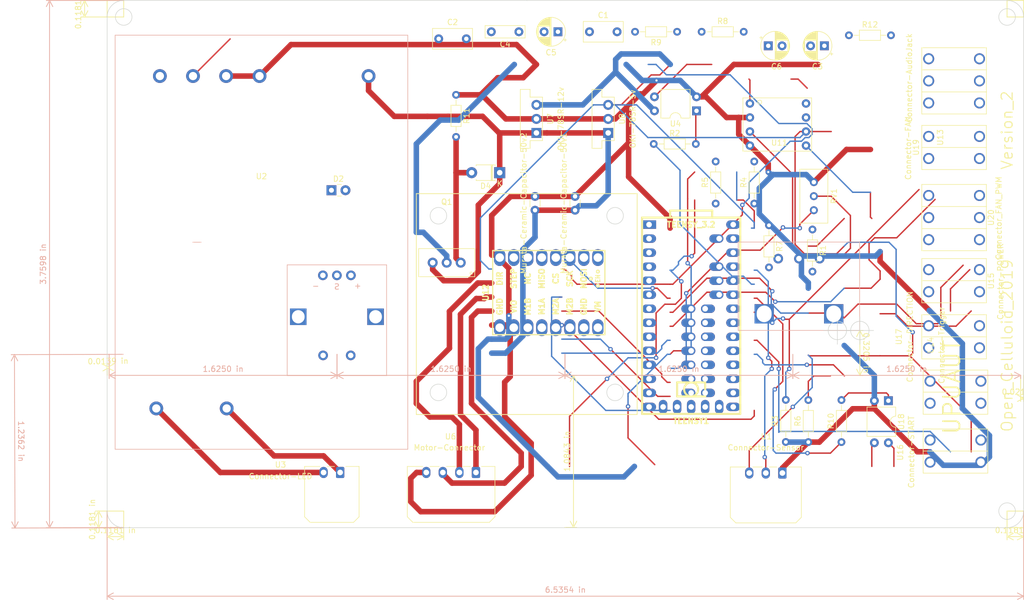
<source format=kicad_pcb>
(kicad_pcb (version 20171130) (host pcbnew 5.1.5-52549c5~84~ubuntu19.04.1)

  (general
    (thickness 1.6)
    (drawings 48)
    (tracks 491)
    (zones 0)
    (modules 44)
    (nets 47)
  )

  (page A4)
  (layers
    (0 F.Cu signal hide)
    (31 B.Cu signal hide)
    (32 B.Adhes user)
    (33 F.Adhes user hide)
    (34 B.Paste user)
    (35 F.Paste user)
    (36 B.SilkS user)
    (37 F.SilkS user hide)
    (38 B.Mask user hide)
    (39 F.Mask user hide)
    (40 Dwgs.User user hide)
    (41 Cmts.User user hide)
    (42 Eco1.User user)
    (43 Eco2.User user)
    (44 Edge.Cuts user)
    (45 Margin user hide)
    (46 B.CrtYd user hide)
    (47 F.CrtYd user hide)
    (48 B.Fab user hide)
    (49 F.Fab user hide)
  )

  (setup
    (last_trace_width 0.25)
    (trace_clearance 0.2)
    (zone_clearance 1)
    (zone_45_only no)
    (trace_min 0.2)
    (via_size 0.8)
    (via_drill 0.4)
    (via_min_size 0.4)
    (via_min_drill 0.3)
    (uvia_size 0.3)
    (uvia_drill 0.1)
    (uvias_allowed no)
    (uvia_min_size 0.2)
    (uvia_min_drill 0.1)
    (edge_width 0.1)
    (segment_width 0.2)
    (pcb_text_width 0.3)
    (pcb_text_size 1.5 1.5)
    (mod_edge_width 0.15)
    (mod_text_size 1 1)
    (mod_text_width 0.15)
    (pad_size 3 3)
    (pad_drill 3)
    (pad_to_mask_clearance 0)
    (aux_axis_origin 198.83374 109.96676)
    (visible_elements FFFFF7FF)
    (pcbplotparams
      (layerselection 0x010fc_ffffffff)
      (usegerberextensions false)
      (usegerberattributes false)
      (usegerberadvancedattributes false)
      (creategerberjobfile false)
      (excludeedgelayer true)
      (linewidth 0.100000)
      (plotframeref false)
      (viasonmask false)
      (mode 1)
      (useauxorigin false)
      (hpglpennumber 1)
      (hpglpenspeed 20)
      (hpglpendiameter 15.000000)
      (psnegative false)
      (psa4output false)
      (plotreference true)
      (plotvalue true)
      (plotinvisibletext false)
      (padsonsilk false)
      (subtractmaskfromsilk false)
      (outputformat 1)
      (mirror false)
      (drillshape 0)
      (scaleselection 1)
      (outputdirectory "upuaut_v2_151119/gerber/"))
  )

  (net 0 "")
  (net 1 GND)
  (net 2 CHANNEL-A)
  (net 3 CHANNEL-B)
  (net 4 "Net-(C3-Pad1)")
  (net 5 "Net-(C3-Pad2)")
  (net 6 "Net-(C4-Pad1)")
  (net 7 "Net-(C4-Pad2)")
  (net 8 AUDIO-SIGNAL)
  (net 9 "Net-(C6-Pad1)")
  (net 10 "Net-(D2-Pad1)")
  (net 11 LED)
  (net 12 24V)
  (net 13 "Net-(D4-Pad2)")
  (net 14 +24V)
  (net 15 5V)
  (net 16 "Net-(R2-Pad2)")
  (net 17 FAN)
  (net 18 START-STOP)
  (net 19 DIRECTION-SWITCH)
  (net 20 "Net-(R8-Pad1)")
  (net 21 "Net-(R10-Pad2)")
  (net 22 SHUTTER)
  (net 23 "Net-(R12-Pad1)")
  (net 24 SOUND-TRIGGER)
  (net 25 "Net-(RV1-Pad2)")
  (net 26 POTI-LED)
  (net 27 LED-)
  (net 28 LED+)
  (net 29 "Net-(U19-Pad1)")
  (net 30 12V)
  (net 31 BLACK)
  (net 32 RED)
  (net 33 BLUE)
  (net 34 GREEN)
  (net 35 POTI-SPEED)
  (net 36 ENCO-BUTTON)
  (net 37 ENABLE)
  (net 38 MOSI-SDI)
  (net 39 CLOCK)
  (net 40 CHIP-SELECT)
  (net 41 MISO-SDO)
  (net 42 STEP)
  (net 43 DIRECTION)
  (net 44 "Net-(U14-Pad2)")
  (net 45 "Net-(U14-Pad1)")
  (net 46 SENSOR)

  (net_class Default "Dies ist die voreingestellte Netzklasse."
    (clearance 0.2)
    (trace_width 0.25)
    (via_dia 0.8)
    (via_drill 0.4)
    (uvia_dia 0.3)
    (uvia_drill 0.1)
    (add_net 5V)
    (add_net AUDIO-SIGNAL)
    (add_net CHANNEL-A)
    (add_net CHANNEL-B)
    (add_net CHIP-SELECT)
    (add_net CLOCK)
    (add_net DIRECTION)
    (add_net DIRECTION-SWITCH)
    (add_net ENABLE)
    (add_net ENCO-BUTTON)
    (add_net FAN)
    (add_net LED)
    (add_net MISO-SDO)
    (add_net MOSI-SDI)
    (add_net "Net-(C3-Pad1)")
    (add_net "Net-(C3-Pad2)")
    (add_net "Net-(C4-Pad1)")
    (add_net "Net-(C4-Pad2)")
    (add_net "Net-(C6-Pad1)")
    (add_net "Net-(D2-Pad1)")
    (add_net "Net-(R10-Pad2)")
    (add_net "Net-(R12-Pad1)")
    (add_net "Net-(R2-Pad2)")
    (add_net "Net-(R8-Pad1)")
    (add_net "Net-(RV1-Pad2)")
    (add_net "Net-(U14-Pad1)")
    (add_net "Net-(U14-Pad2)")
    (add_net "Net-(U19-Pad1)")
    (add_net POTI-LED)
    (add_net POTI-SPEED)
    (add_net SENSOR)
    (add_net SHUTTER)
    (add_net SOUND-TRIGGER)
    (add_net START-STOP)
    (add_net STEP)
  )

  (net_class 24V ""
    (clearance 0.4)
    (trace_width 1)
    (via_dia 0.8)
    (via_drill 0.4)
    (uvia_dia 0.3)
    (uvia_drill 0.1)
    (add_net +24V)
    (add_net 12V)
    (add_net 24V)
    (add_net BLACK)
    (add_net BLUE)
    (add_net GND)
    (add_net GREEN)
    (add_net LED+)
    (add_net LED-)
    (add_net "Net-(D4-Pad2)")
    (add_net RED)
  )

  (module OpenCelluloid:WAGO_PCB_Klemme_3Pol (layer F.Cu) (tedit 5DCD842C) (tstamp 5E20FA98)
    (at 215.9 64.77 270)
    (path /5DBEC6B0)
    (fp_text reference U13 (at 10.25 2.5 90) (layer F.SilkS)
      (effects (font (size 1 1) (thickness 0.15)))
    )
    (fp_text value Connector-AudioJack (at -0.508 8.128 90) (layer F.SilkS)
      (effects (font (size 1 1) (thickness 0.15)))
    )
    (fp_line (start 2 5.85) (end 6 5.85) (layer F.SilkS) (width 0.12))
    (fp_line (start 6 5.85) (end 6 -5.85) (layer F.SilkS) (width 0.12))
    (fp_line (start 6 -5.85) (end 2 -5.85) (layer F.SilkS) (width 0.12))
    (fp_line (start -2 -5.85) (end -6 -5.85) (layer F.SilkS) (width 0.12))
    (fp_line (start -6 -5.85) (end -6 5.85) (layer F.SilkS) (width 0.12))
    (fp_line (start -6 5.85) (end -1.95 5.85) (layer F.SilkS) (width 0.12))
    (fp_line (start -2 5.85) (end 2 5.85) (layer F.SilkS) (width 0.12))
    (fp_line (start 2 5.85) (end 2 -5.85) (layer F.SilkS) (width 0.12))
    (fp_line (start 2 -5.85) (end -2 -5.85) (layer F.SilkS) (width 0.12))
    (fp_line (start -2 -5.85) (end -2 5.85) (layer F.SilkS) (width 0.12))
    (pad 2 thru_hole circle (at 0 4.6 270) (size 2 2) (drill 1.4) (layers *.Cu *.Mask)
      (net 8 AUDIO-SIGNAL))
    (pad 5 thru_hole circle (at 0 -4.6 270) (size 2 2) (drill 1.4) (layers *.Cu *.Mask))
    (pad 1 thru_hole circle (at -4 4.6 270) (size 2 2) (drill 1.4) (layers *.Cu *.Mask)
      (net 1 GND))
    (pad 3 thru_hole circle (at 4 4.6 270) (size 2 2) (drill 1.4) (layers *.Cu *.Mask)
      (net 8 AUDIO-SIGNAL))
    (pad 6 thru_hole circle (at -4 -4.6 270) (size 2 2) (drill 1.4) (layers *.Cu *.Mask))
    (pad 4 thru_hole circle (at 4 -4.6 270) (size 2 2) (drill 1.4) (layers *.Cu *.Mask))
  )

  (module teensy:TEENSY_3.2 (layer F.Cu) (tedit 5894A59B) (tstamp 5E20F952)
    (at 168.275 107.315)
    (path /5E26D477)
    (fp_text reference TEENSY1 (at 0 19.05) (layer F.SilkS)
      (effects (font (size 1.016 1.016) (thickness 0.254)))
    )
    (fp_text value TEENSY_3.2 (at 0 -16.5) (layer F.SilkS)
      (effects (font (size 1.016 1.016) (thickness 0.254)))
    )
    (fp_line (start 8.89 -17.78) (end -8.89 -17.78) (layer F.SilkS) (width 0.381))
    (fp_line (start 8.89 17.78) (end 8.89 -17.78) (layer F.SilkS) (width 0.381))
    (fp_line (start -8.89 17.78) (end 8.89 17.78) (layer F.SilkS) (width 0.381))
    (fp_line (start -8.89 -17.78) (end -8.89 17.78) (layer F.SilkS) (width 0.381))
    (fp_line (start 3.81 -19.05) (end 3.81 -17.78) (layer F.SilkS) (width 0.381))
    (fp_line (start -3.81 -19.05) (end 3.81 -19.05) (layer F.SilkS) (width 0.381))
    (fp_line (start -3.81 -17.78) (end -3.81 -19.05) (layer F.SilkS) (width 0.381))
    (fp_line (start -2.54 12.065) (end -2.54 14.605) (layer F.SilkS) (width 0.381))
    (fp_line (start 2.54 12.065) (end -2.54 12.065) (layer F.SilkS) (width 0.381))
    (fp_line (start 2.54 14.605) (end 2.54 12.065) (layer F.SilkS) (width 0.381))
    (fp_line (start -2.54 14.605) (end 2.54 14.605) (layer F.SilkS) (width 0.381))
    (fp_circle (center 0 13.335) (end 0 12.065) (layer F.SilkS) (width 0.381))
    (pad 29 thru_hole oval (at 2.54 13.97) (size 2.54 1.524) (drill 1.016 (offset 0.508 0)) (layers *.Cu *.Mask))
    (pad 30 thru_hole oval (at 2.54 11.43) (size 2.54 1.524) (drill 1.016 (offset 0.508 0)) (layers *.Cu *.Mask))
    (pad 31 thru_hole oval (at 2.54 8.89) (size 2.54 1.524) (drill 1.016 (offset 0.508 0)) (layers *.Cu *.Mask))
    (pad 32 thru_hole oval (at 2.54 6.35) (size 2.54 1.524) (drill 1.016 (offset 0.508 0)) (layers *.Cu *.Mask))
    (pad 33 thru_hole oval (at 2.54 3.81) (size 2.54 1.524) (drill 1.016 (offset 0.508 0)) (layers *.Cu *.Mask))
    (pad 28 thru_hole oval (at 0 13.97) (size 2.54 1.524) (drill 1.016 (offset -0.508 0)) (layers *.Cu *.Mask))
    (pad 27 thru_hole oval (at 0 11.43) (size 2.54 1.524) (drill 1.016 (offset -0.508 0)) (layers *.Cu *.Mask))
    (pad 26 thru_hole oval (at 0 8.89) (size 2.54 1.524) (drill 1.016 (offset -0.508 0)) (layers *.Cu *.Mask))
    (pad 25 thru_hole oval (at 0 6.35) (size 2.54 1.524) (drill 1.016 (offset -0.508 0)) (layers *.Cu *.Mask))
    (pad 24 thru_hole oval (at 0 3.81) (size 2.54 1.524) (drill 1.016 (offset -0.508 0)) (layers *.Cu *.Mask))
    (pad "" thru_hole oval (at 0 1.27) (size 2.54 1.524) (drill 1.016 (offset -0.508 0)) (layers *.Cu *.Mask))
    (pad "" thru_hole oval (at 2.54 1.27) (size 2.54 1.524) (drill 1.016 (offset 0.508 0)) (layers *.Cu *.Mask))
    (pad A12 thru_hole oval (at 0 -1.27) (size 2.54 1.524) (drill 1.016 (offset -0.508 0)) (layers *.Cu *.Mask))
    (pad A13 thru_hole oval (at 2.54 -1.27) (size 2.54 1.524) (drill 1.016 (offset 0.508 0)) (layers *.Cu *.Mask))
    (pad A11 thru_hole oval (at 5.08 -3.81) (size 2.54 1.524) (drill 1.016 (offset -0.508 0)) (layers *.Cu *.Mask))
    (pad A10 thru_hole oval (at 5.08 -6.35) (size 2.54 1.524) (drill 1.016 (offset -0.508 0)) (layers *.Cu *.Mask))
    (pad AREF thru_hole oval (at 5.08 -8.89) (size 2.54 1.524) (drill 1.016 (offset -0.508 0)) (layers *.Cu *.Mask))
    (pad V_U thru_hole oval (at 5.08 -13.97) (size 2.54 1.524) (drill 1.016 (offset -0.508 0)) (layers *.Cu *.Mask))
    (pad "" thru_hole oval (at -5.08 16.51) (size 1.524 2.54) (drill 1.016) (layers *.Cu *.Mask))
    (pad "" thru_hole oval (at -2.54 16.51) (size 1.524 2.54) (drill 1.016) (layers *.Cu *.Mask))
    (pad "" thru_hole oval (at 0 16.51) (size 1.524 2.54) (drill 1.016) (layers *.Cu *.Mask))
    (pad PROG thru_hole oval (at 2.54 16.51) (size 1.524 2.54) (drill 1.016) (layers *.Cu *.Mask))
    (pad DAC thru_hole oval (at 5.08 16.51) (size 1.524 2.54) (drill 1.016) (layers *.Cu *.Mask))
    (pad V_IN thru_hole oval (at 7.62 -16.51) (size 2.54 1.524) (drill 1.016) (layers *.Cu *.Mask)
      (net 15 5V))
    (pad AGND thru_hole oval (at 7.62 -13.97) (size 2.54 1.524) (drill 1.016) (layers *.Cu *.Mask))
    (pad 3V3 thru_hole oval (at 7.62 -11.43) (size 2.54 1.524) (drill 1.016) (layers *.Cu *.Mask))
    (pad 23 thru_hole oval (at 7.62 -8.89) (size 2.54 1.524) (drill 1.016) (layers *.Cu *.Mask)
      (net 46 SENSOR))
    (pad 22 thru_hole oval (at 7.62 -6.35) (size 2.54 1.524) (drill 1.016) (layers *.Cu *.Mask)
      (net 17 FAN))
    (pad 21 thru_hole oval (at 7.62 -3.81) (size 2.54 1.524) (drill 1.016) (layers *.Cu *.Mask)
      (net 22 SHUTTER))
    (pad 20 thru_hole oval (at 7.62 -1.27) (size 2.54 1.524) (drill 1.016) (layers *.Cu *.Mask)
      (net 36 ENCO-BUTTON))
    (pad 19 thru_hole oval (at 7.62 1.27) (size 2.54 1.524) (drill 1.016) (layers *.Cu *.Mask))
    (pad 18 thru_hole oval (at 7.62 3.81) (size 2.54 1.524) (drill 1.016) (layers *.Cu *.Mask)
      (net 35 POTI-SPEED))
    (pad 17 thru_hole oval (at 7.62 6.35) (size 2.54 1.524) (drill 1.016) (layers *.Cu *.Mask)
      (net 11 LED))
    (pad 16 thru_hole oval (at 7.62 8.89) (size 2.54 1.524) (drill 1.016) (layers *.Cu *.Mask))
    (pad 15 thru_hole oval (at 7.62 11.43) (size 2.54 1.524) (drill 1.016) (layers *.Cu *.Mask))
    (pad 14 thru_hole oval (at 7.62 13.97) (size 2.54 1.524) (drill 1.016) (layers *.Cu *.Mask))
    (pad 13 thru_hole oval (at 7.62 16.51) (size 2.54 1.524) (drill 1.016) (layers *.Cu *.Mask)
      (net 39 CLOCK))
    (pad 12 thru_hole oval (at -7.62 16.51) (size 2.54 1.524) (drill 1.016) (layers *.Cu *.Mask)
      (net 41 MISO-SDO))
    (pad 11 thru_hole oval (at -7.62 13.97) (size 2.54 1.524) (drill 1.016) (layers *.Cu *.Mask)
      (net 38 MOSI-SDI))
    (pad 10 thru_hole oval (at -7.62 11.43) (size 2.54 1.524) (drill 1.016) (layers *.Cu *.Mask)
      (net 40 CHIP-SELECT))
    (pad 9 thru_hole oval (at -7.62 8.89) (size 2.54 1.524) (drill 1.016) (layers *.Cu *.Mask)
      (net 24 SOUND-TRIGGER))
    (pad 8 thru_hole oval (at -7.62 6.35) (size 2.54 1.524) (drill 1.016) (layers *.Cu *.Mask)
      (net 19 DIRECTION-SWITCH))
    (pad 7 thru_hole oval (at -7.62 3.81) (size 2.54 1.524) (drill 1.016) (layers *.Cu *.Mask)
      (net 37 ENABLE))
    (pad 6 thru_hole oval (at -7.62 1.27) (size 2.54 1.524) (drill 1.016) (layers *.Cu *.Mask)
      (net 2 CHANNEL-A))
    (pad 5 thru_hole oval (at -7.62 -1.27) (size 2.54 1.524) (drill 1.016) (layers *.Cu *.Mask)
      (net 3 CHANNEL-B))
    (pad 4 thru_hole oval (at -7.62 -3.81) (size 2.54 1.524) (drill 1.016) (layers *.Cu *.Mask)
      (net 43 DIRECTION))
    (pad 3 thru_hole oval (at -7.62 -6.35) (size 2.54 1.524) (drill 1.016) (layers *.Cu *.Mask)
      (net 42 STEP))
    (pad 2 thru_hole oval (at -7.62 -8.89) (size 2.54 1.524) (drill 1.016) (layers *.Cu *.Mask)
      (net 18 START-STOP))
    (pad 1 thru_hole oval (at -7.62 -11.43) (size 2.54 1.524) (drill 1.016) (layers *.Cu *.Mask))
    (pad 0 thru_hole oval (at -7.62 -13.97) (size 2.54 1.524) (drill 1.016) (layers *.Cu *.Mask))
    (pad GND thru_hole rect (at -7.62 -16.51) (size 2.54 1.524) (drill 1.016) (layers *.Cu *.Mask)
      (net 1 GND))
  )

  (module Resistor_THT:R_Axial_DIN0204_L3.6mm_D1.6mm_P7.62mm_Horizontal (layer F.Cu) (tedit 5AE5139B) (tstamp 5E20E75A)
    (at 185.42 130.175 90)
    (descr "Resistor, Axial_DIN0204 series, Axial, Horizontal, pin pitch=7.62mm, 0.167W, length*diameter=3.6*1.6mm^2, http://cdn-reichelt.de/documents/datenblatt/B400/1_4W%23YAG.pdf")
    (tags "Resistor Axial_DIN0204 series Axial Horizontal pin pitch 7.62mm 0.167W length 3.6mm diameter 1.6mm")
    (path /5E239A6A)
    (fp_text reference R3 (at 3.81 -1.92 90) (layer F.SilkS)
      (effects (font (size 1 1) (thickness 0.15)))
    )
    (fp_text value 10K (at 3.81 1.92 90) (layer F.Fab)
      (effects (font (size 1 1) (thickness 0.15)))
    )
    (fp_text user %R (at 3.81 0 90) (layer F.Fab)
      (effects (font (size 0.72 0.72) (thickness 0.108)))
    )
    (fp_line (start 8.57 -1.05) (end -0.95 -1.05) (layer F.CrtYd) (width 0.05))
    (fp_line (start 8.57 1.05) (end 8.57 -1.05) (layer F.CrtYd) (width 0.05))
    (fp_line (start -0.95 1.05) (end 8.57 1.05) (layer F.CrtYd) (width 0.05))
    (fp_line (start -0.95 -1.05) (end -0.95 1.05) (layer F.CrtYd) (width 0.05))
    (fp_line (start 6.68 0) (end 5.73 0) (layer F.SilkS) (width 0.12))
    (fp_line (start 0.94 0) (end 1.89 0) (layer F.SilkS) (width 0.12))
    (fp_line (start 5.73 -0.92) (end 1.89 -0.92) (layer F.SilkS) (width 0.12))
    (fp_line (start 5.73 0.92) (end 5.73 -0.92) (layer F.SilkS) (width 0.12))
    (fp_line (start 1.89 0.92) (end 5.73 0.92) (layer F.SilkS) (width 0.12))
    (fp_line (start 1.89 -0.92) (end 1.89 0.92) (layer F.SilkS) (width 0.12))
    (fp_line (start 7.62 0) (end 5.61 0) (layer F.Fab) (width 0.1))
    (fp_line (start 0 0) (end 2.01 0) (layer F.Fab) (width 0.1))
    (fp_line (start 5.61 -0.8) (end 2.01 -0.8) (layer F.Fab) (width 0.1))
    (fp_line (start 5.61 0.8) (end 5.61 -0.8) (layer F.Fab) (width 0.1))
    (fp_line (start 2.01 0.8) (end 5.61 0.8) (layer F.Fab) (width 0.1))
    (fp_line (start 2.01 -0.8) (end 2.01 0.8) (layer F.Fab) (width 0.1))
    (pad 2 thru_hole oval (at 7.62 0 90) (size 1.4 1.4) (drill 0.7) (layers *.Cu *.Mask)
      (net 36 ENCO-BUTTON))
    (pad 1 thru_hole circle (at 0 0 90) (size 1.4 1.4) (drill 0.7) (layers *.Cu *.Mask)
      (net 1 GND))
    (model ${KISYS3DMOD}/Resistor_THT.3dshapes/R_Axial_DIN0204_L3.6mm_D1.6mm_P7.62mm_Horizontal.wrl
      (at (xyz 0 0 0))
      (scale (xyz 1 1 1))
      (rotate (xyz 0 0 0))
    )
  )

  (module Connector_Molex:Molex_Micro-Fit_3.0_43650-0400_1x04_P3.00mm_Horizontal (layer F.Cu) (tedit 5B79A392) (tstamp 5DD331A9)
    (at 129.3 135.7 180)
    (descr "Molex Micro-Fit 3.0 Connector System, 43650-0400 (compatible alternatives: 43650-0401, 43650-0402), 4 Pins per row (https://www.molex.com/pdm_docs/sd/436500300_sd.pdf), generated with kicad-footprint-generator")
    (tags "connector Molex Micro-Fit_3.0 top entry")
    (path /5DA0DAEF)
    (fp_text reference U6 (at 4.6 6.5) (layer F.SilkS)
      (effects (font (size 1 1) (thickness 0.15)))
    )
    (fp_text value Motor-Connector (at 4.8 4.5) (layer F.SilkS)
      (effects (font (size 1 1) (thickness 0.15)))
    )
    (fp_text user %R (at 4.5 -8.22) (layer F.Fab)
      (effects (font (size 1 1) (thickness 0.15)))
    )
    (fp_line (start 12.82 1.48) (end -3.82 1.48) (layer F.CrtYd) (width 0.05))
    (fp_line (start 12.82 -9.42) (end 12.82 1.48) (layer F.CrtYd) (width 0.05))
    (fp_line (start -3.82 -9.42) (end 12.82 -9.42) (layer F.CrtYd) (width 0.05))
    (fp_line (start -3.82 1.48) (end -3.82 -9.42) (layer F.CrtYd) (width 0.05))
    (fp_line (start 6.651767 1.09) (end 8.348233 1.09) (layer F.SilkS) (width 0.12))
    (fp_line (start 3.651767 1.09) (end 5.348233 1.09) (layer F.SilkS) (width 0.12))
    (fp_line (start 1.01 1.09) (end 2.348233 1.09) (layer F.SilkS) (width 0.12))
    (fp_line (start 12.435 1.09) (end 9.651767 1.09) (layer F.SilkS) (width 0.12))
    (fp_line (start -3.435 1.09) (end -1.01 1.09) (layer F.SilkS) (width 0.12))
    (fp_line (start 12.435 -8.03) (end 12.435 1.09) (layer F.SilkS) (width 0.12))
    (fp_line (start 11.435 -9.03) (end 12.435 -8.03) (layer F.SilkS) (width 0.12))
    (fp_line (start -2.435 -9.03) (end 11.435 -9.03) (layer F.SilkS) (width 0.12))
    (fp_line (start -3.435 -8.03) (end -2.435 -9.03) (layer F.SilkS) (width 0.12))
    (fp_line (start -3.435 1.09) (end -3.435 -8.03) (layer F.SilkS) (width 0.12))
    (fp_line (start 0 0) (end 0.75 0.98) (layer F.Fab) (width 0.1))
    (fp_line (start -0.75 0.98) (end 0 0) (layer F.Fab) (width 0.1))
    (fp_line (start 12.325 0.98) (end -3.325 0.98) (layer F.Fab) (width 0.1))
    (fp_line (start 12.325 -7.92) (end 12.325 0.98) (layer F.Fab) (width 0.1))
    (fp_line (start 11.325 -8.92) (end 12.325 -7.92) (layer F.Fab) (width 0.1))
    (fp_line (start -2.325 -8.92) (end 11.325 -8.92) (layer F.Fab) (width 0.1))
    (fp_line (start -3.325 -7.92) (end -2.325 -8.92) (layer F.Fab) (width 0.1))
    (fp_line (start -3.325 0.98) (end -3.325 -7.92) (layer F.Fab) (width 0.1))
    (pad 4 thru_hole oval (at 9 0 180) (size 1.5 2.02) (drill 1.02) (layers *.Cu *.Mask)
      (net 31 BLACK))
    (pad 3 thru_hole oval (at 6 0 180) (size 1.5 2.02) (drill 1.02) (layers *.Cu *.Mask)
      (net 34 GREEN))
    (pad 2 thru_hole oval (at 3 0 180) (size 1.5 2.02) (drill 1.02) (layers *.Cu *.Mask)
      (net 33 BLUE))
    (pad 1 thru_hole roundrect (at 0 0 180) (size 1.5 2.02) (drill 1.02) (layers *.Cu *.Mask) (roundrect_rratio 0.166667)
      (net 32 RED))
    (pad "" np_thru_hole circle (at 6.85 -4.32 180) (size 3 3) (drill 3) (layers *.Cu *.Mask))
    (pad "" np_thru_hole circle (at 2.15 -4.32 180) (size 3 3) (drill 3) (layers *.Cu *.Mask))
    (model ${KISYS3DMOD}/Connector_Molex.3dshapes/Molex_Micro-Fit_3.0_43650-0400_1x04_P3.00mm_Horizontal.wrl
      (at (xyz 0 0 0))
      (scale (xyz 1 1 1))
      (rotate (xyz 0 0 0))
    )
  )

  (module Connector_Molex:Molex_Micro-Fit_3.0_43650-0200_1x02_P3.00mm_Horizontal (layer F.Cu) (tedit 5DD2DEC0) (tstamp 5DD33142)
    (at 104.7 135.7 180)
    (descr "Molex Micro-Fit 3.0 Connector System, 43650-0200 (compatible alternatives: 43650-0201, 43650-0202), 2 Pins per row (https://www.molex.com/pdm_docs/sd/436500300_sd.pdf), generated with kicad-footprint-generator")
    (tags "connector Molex Micro-Fit_3.0 top entry")
    (path /5D9F5B71)
    (fp_text reference U3 (at 10.8 1.4) (layer F.SilkS)
      (effects (font (size 1 1) (thickness 0.15)))
    )
    (fp_text value Connector-LED (at 10.8 -0.7) (layer F.SilkS)
      (effects (font (size 1 1) (thickness 0.15)))
    )
    (fp_text user %R (at 1.5 -8.22) (layer F.Fab)
      (effects (font (size 1 1) (thickness 0.15)))
    )
    (fp_line (start 6.82 1.48) (end -3.82 1.48) (layer F.CrtYd) (width 0.05))
    (fp_line (start 6.82 -9.42) (end 6.82 1.48) (layer F.CrtYd) (width 0.05))
    (fp_line (start -3.82 -9.42) (end 6.82 -9.42) (layer F.CrtYd) (width 0.05))
    (fp_line (start -3.82 1.48) (end -3.82 -9.42) (layer F.CrtYd) (width 0.05))
    (fp_line (start 1.01 1.09) (end 2.348233 1.09) (layer F.SilkS) (width 0.12))
    (fp_line (start 6.435 1.09) (end 3.651767 1.09) (layer F.SilkS) (width 0.12))
    (fp_line (start -3.435 1.09) (end -1.01 1.09) (layer F.SilkS) (width 0.12))
    (fp_line (start 6.435 -8.03) (end 6.435 1.09) (layer F.SilkS) (width 0.12))
    (fp_line (start 5.435 -9.03) (end 6.435 -8.03) (layer F.SilkS) (width 0.12))
    (fp_line (start -2.435 -9.03) (end 5.435 -9.03) (layer F.SilkS) (width 0.12))
    (fp_line (start -3.435 -8.03) (end -2.435 -9.03) (layer F.SilkS) (width 0.12))
    (fp_line (start -3.435 1.09) (end -3.435 -8.03) (layer F.SilkS) (width 0.12))
    (fp_line (start 0 0) (end 0.75 0.98) (layer F.Fab) (width 0.1))
    (fp_line (start -0.75 0.98) (end 0 0) (layer F.Fab) (width 0.1))
    (fp_line (start 6.325 0.98) (end -3.325 0.98) (layer F.Fab) (width 0.1))
    (fp_line (start 6.325 -7.92) (end 6.325 0.98) (layer F.Fab) (width 0.1))
    (fp_line (start 5.325 -8.92) (end 6.325 -7.92) (layer F.Fab) (width 0.1))
    (fp_line (start -2.325 -8.92) (end 5.325 -8.92) (layer F.Fab) (width 0.1))
    (fp_line (start -3.325 -7.92) (end -2.325 -8.92) (layer F.Fab) (width 0.1))
    (fp_line (start -3.325 0.98) (end -3.325 -7.92) (layer F.Fab) (width 0.1))
    (pad 2 thru_hole oval (at 3 0 180) (size 1.5 2.02) (drill 1.02) (layers *.Cu *.Mask)
      (net 27 LED-))
    (pad 1 thru_hole roundrect (at 0 0 180) (size 1.5 2.02) (drill 1.02) (layers *.Cu *.Mask) (roundrect_rratio 0.166667)
      (net 28 LED+))
    (pad "" np_thru_hole circle (at 1.5 -4.32 180) (size 3 3) (drill 3) (layers *.Cu *.Mask))
    (model ${KISYS3DMOD}/Connector_Molex.3dshapes/Molex_Micro-Fit_3.0_43650-0200_1x02_P3.00mm_Horizontal.wrl
      (at (xyz 0 0 0))
      (scale (xyz 1 1 1))
      (rotate (xyz 0 0 0))
    )
  )

  (module Connector_Molex:Molex_Micro-Fit_3.0_43650-0300_1x03_P3.00mm_Horizontal (layer F.Cu) (tedit 5B79A392) (tstamp 5DD33108)
    (at 184.8 135.8 180)
    (descr "Molex Micro-Fit 3.0 Connector System, 43650-0300 (compatible alternatives: 43650-0301, 43650-0302), 3 Pins per row (https://www.molex.com/pdm_docs/sd/436500300_sd.pdf), generated with kicad-footprint-generator")
    (tags "connector Molex Micro-Fit_3.0 top entry")
    (path /5D952343)
    (fp_text reference U1 (at 2.9 6.6) (layer F.SilkS)
      (effects (font (size 1 1) (thickness 0.15)))
    )
    (fp_text value Connector-Sensor (at 3 4.6) (layer F.SilkS)
      (effects (font (size 1 1) (thickness 0.15)))
    )
    (fp_text user %R (at 3 -8.22) (layer F.Fab)
      (effects (font (size 1 1) (thickness 0.15)))
    )
    (fp_line (start 9.82 1.48) (end -3.82 1.48) (layer F.CrtYd) (width 0.05))
    (fp_line (start 9.82 -9.42) (end 9.82 1.48) (layer F.CrtYd) (width 0.05))
    (fp_line (start -3.82 -9.42) (end 9.82 -9.42) (layer F.CrtYd) (width 0.05))
    (fp_line (start -3.82 1.48) (end -3.82 -9.42) (layer F.CrtYd) (width 0.05))
    (fp_line (start 3.651767 1.09) (end 5.348233 1.09) (layer F.SilkS) (width 0.12))
    (fp_line (start 1.01 1.09) (end 2.348233 1.09) (layer F.SilkS) (width 0.12))
    (fp_line (start 9.435 1.09) (end 6.651767 1.09) (layer F.SilkS) (width 0.12))
    (fp_line (start -3.435 1.09) (end -1.01 1.09) (layer F.SilkS) (width 0.12))
    (fp_line (start 9.435 -8.03) (end 9.435 1.09) (layer F.SilkS) (width 0.12))
    (fp_line (start 8.435 -9.03) (end 9.435 -8.03) (layer F.SilkS) (width 0.12))
    (fp_line (start -2.435 -9.03) (end 8.435 -9.03) (layer F.SilkS) (width 0.12))
    (fp_line (start -3.435 -8.03) (end -2.435 -9.03) (layer F.SilkS) (width 0.12))
    (fp_line (start -3.435 1.09) (end -3.435 -8.03) (layer F.SilkS) (width 0.12))
    (fp_line (start 0 0) (end 0.75 0.98) (layer F.Fab) (width 0.1))
    (fp_line (start -0.75 0.98) (end 0 0) (layer F.Fab) (width 0.1))
    (fp_line (start 9.325 0.98) (end -3.325 0.98) (layer F.Fab) (width 0.1))
    (fp_line (start 9.325 -7.92) (end 9.325 0.98) (layer F.Fab) (width 0.1))
    (fp_line (start 8.325 -8.92) (end 9.325 -7.92) (layer F.Fab) (width 0.1))
    (fp_line (start -2.325 -8.92) (end 8.325 -8.92) (layer F.Fab) (width 0.1))
    (fp_line (start -3.325 -7.92) (end -2.325 -8.92) (layer F.Fab) (width 0.1))
    (fp_line (start -3.325 0.98) (end -3.325 -7.92) (layer F.Fab) (width 0.1))
    (pad 3 thru_hole oval (at 6 0 180) (size 1.5 2.02) (drill 1.02) (layers *.Cu *.Mask)
      (net 15 5V))
    (pad 2 thru_hole oval (at 3 0 180) (size 1.5 2.02) (drill 1.02) (layers *.Cu *.Mask)
      (net 46 SENSOR))
    (pad 1 thru_hole roundrect (at 0 0 180) (size 1.5 2.02) (drill 1.02) (layers *.Cu *.Mask) (roundrect_rratio 0.166667)
      (net 1 GND))
    (pad "" np_thru_hole circle (at 3 -4.32 180) (size 3 3) (drill 3) (layers *.Cu *.Mask))
    (model ${KISYS3DMOD}/Connector_Molex.3dshapes/Molex_Micro-Fit_3.0_43650-0300_1x03_P3.00mm_Horizontal.wrl
      (at (xyz 0 0 0))
      (scale (xyz 1 1 1))
      (rotate (xyz 0 0 0))
    )
  )

  (module OpenCelluloid:IRF5305 (layer F.Cu) (tedit 5DD2CDC4) (tstamp 5DCEF117)
    (at 124 97.7 180)
    (path /5DABAE8B)
    (fp_text reference Q1 (at 0 11) (layer F.SilkS)
      (effects (font (size 1 1) (thickness 0.15)))
    )
    (fp_text value IRF5305 (at 0.25 -3.5) (layer F.Fab)
      (effects (font (size 1 1) (thickness 0.15)))
    )
    (fp_circle (center -4.445 -1.905) (end -4.572 -2.0828) (layer F.SilkS) (width 0.12))
    (fp_line (start -5.08 2.54) (end -5.08 -2.54) (layer F.SilkS) (width 0.12))
    (fp_line (start 5.08 2.54) (end -5.08 2.54) (layer F.SilkS) (width 0.12))
    (fp_line (start 5.08 -2.54) (end 5.08 2.54) (layer F.SilkS) (width 0.12))
    (fp_line (start -5.08 -2.54) (end 5.08 -2.54) (layer F.SilkS) (width 0.12))
    (pad 8 thru_hole circle (at 2.54 0 180) (size 1.8 1.8) (drill 1) (layers *.Cu *.Mask)
      (net 12 24V))
    (pad 1 thru_hole circle (at 0 0 180) (size 1.8 1.8) (drill 1) (layers *.Cu *.Mask)
      (net 14 +24V))
    (pad 4 thru_hole circle (at -2.54 0 180) (size 1.8 1.8) (drill 1) (layers *.Cu *.Mask)
      (net 13 "Net-(D4-Pad2)"))
  )

  (module OpenCelluloid:WAGO_PCB_Klemme_3Pol (layer F.Cu) (tedit 5DCD842C) (tstamp 5DCF5724)
    (at 215.9 89.535 90)
    (path /5DE2D389)
    (fp_text reference U20 (at 0 6.7 90) (layer F.SilkS)
      (effects (font (size 1 1) (thickness 0.15)))
    )
    (fp_text value Connector_FAN_PWM (at -0.1 8.1 90) (layer F.SilkS)
      (effects (font (size 1 1) (thickness 0.15)))
    )
    (fp_line (start 2 5.85) (end 6 5.85) (layer F.SilkS) (width 0.12))
    (fp_line (start 6 5.85) (end 6 -5.85) (layer F.SilkS) (width 0.12))
    (fp_line (start 6 -5.85) (end 2 -5.85) (layer F.SilkS) (width 0.12))
    (fp_line (start -2 -5.85) (end -6 -5.85) (layer F.SilkS) (width 0.12))
    (fp_line (start -6 -5.85) (end -6 5.85) (layer F.SilkS) (width 0.12))
    (fp_line (start -6 5.85) (end -1.95 5.85) (layer F.SilkS) (width 0.12))
    (fp_line (start -2 5.85) (end 2 5.85) (layer F.SilkS) (width 0.12))
    (fp_line (start 2 5.85) (end 2 -5.85) (layer F.SilkS) (width 0.12))
    (fp_line (start 2 -5.85) (end -2 -5.85) (layer F.SilkS) (width 0.12))
    (fp_line (start -2 -5.85) (end -2 5.85) (layer F.SilkS) (width 0.12))
    (pad 2 thru_hole circle (at 0 4.6 90) (size 2 2) (drill 1.4) (layers *.Cu *.Mask)
      (net 42 STEP))
    (pad 5 thru_hole circle (at 0 -4.6 90) (size 2 2) (drill 1.4) (layers *.Cu *.Mask))
    (pad 1 thru_hole circle (at -4 4.6 90) (size 2 2) (drill 1.4) (layers *.Cu *.Mask)
      (net 1 GND))
    (pad 3 thru_hole circle (at 4 4.6 90) (size 2 2) (drill 1.4) (layers *.Cu *.Mask)
      (net 30 12V))
    (pad 6 thru_hole circle (at -4 -4.6 90) (size 2 2) (drill 1.4) (layers *.Cu *.Mask))
    (pad 4 thru_hole circle (at 4 -4.6 90) (size 2 2) (drill 1.4) (layers *.Cu *.Mask))
  )

  (module OpenCelluloid:PDB12-H4301-Potentiometer (layer B.Cu) (tedit 5DCD63B8) (tstamp 5E2606C2)
    (at 187.79998 96.96958)
    (path /5D9A8B2C)
    (fp_text reference U5 (at -0.2 -8.4) (layer Eco2.User)
      (effects (font (size 1 1) (thickness 0.15)))
    )
    (fp_text value POTENTIOMETER-LED (at -0.0508 -5.5) (layer Eco2.User)
      (effects (font (size 1 1) (thickness 0.15)))
    )
    (fp_line (start 11 13) (end -11 13) (layer B.SilkS) (width 0.12))
    (fp_line (start 11 -3) (end 11 13) (layer B.SilkS) (width 0.12))
    (fp_line (start -11 -3) (end 11 -3) (layer B.SilkS) (width 0.12))
    (fp_line (start -11 13) (end -11 -3) (layer B.SilkS) (width 0.12))
    (pad 4 thru_hole rect (at -6.3 10) (size 3.5 3.5) (drill oval 2.7 3) (layers *.Cu *.Mask))
    (pad 4 thru_hole rect (at 6.3 10) (size 3.5 3.5) (drill oval 2.7 3) (layers *.Cu *.Mask))
    (pad 3 thru_hole circle (at 3.75 0) (size 1.75 1.75) (drill 1) (layers *.Cu *.Mask)
      (net 1 GND))
    (pad 2 thru_hole circle (at 0 0) (size 1.75 1.75) (drill 1) (layers *.Cu *.Mask)
      (net 26 POTI-LED))
    (pad 1 thru_hole circle (at -3.75 0) (size 1.75 1.75) (drill 1) (layers *.Cu *.Mask)
      (net 23 "Net-(R12-Pad1)"))
  )

  (module OpenCelluloid:WAGO_PCB_Klemme_2Pol (layer F.Cu) (tedit 5DCD87D7) (tstamp 5DCEF3B5)
    (at 215.9 76.835 270)
    (path /5DD1768C)
    (fp_text reference U19 (at 0 6.9 90) (layer F.SilkS)
      (effects (font (size 1 1) (thickness 0.15)))
    )
    (fp_text value Connector-FAN (at 0.1 8.3 90) (layer F.SilkS)
      (effects (font (size 1 1) (thickness 0.15)))
    )
    (fp_line (start 0 5.85) (end 0 -5.85) (layer F.SilkS) (width 0.12))
    (fp_line (start 0 5.85) (end -4 5.85) (layer F.SilkS) (width 0.12))
    (fp_line (start -4 5.85) (end -4 -5.85) (layer F.SilkS) (width 0.12))
    (fp_line (start -4 -5.85) (end 4 -5.85) (layer F.SilkS) (width 0.12))
    (fp_line (start 4 -5.85) (end 4 5.85) (layer F.SilkS) (width 0.12))
    (fp_line (start 4 5.85) (end 0 5.85) (layer F.SilkS) (width 0.12))
    (pad 1 thru_hole circle (at -2 4.6 270) (size 2 2) (drill 1.4) (layers *.Cu *.Mask)
      (net 29 "Net-(U19-Pad1)"))
    (pad 2 thru_hole circle (at 2 4.6 270) (size 2 2) (drill 1.4) (layers *.Cu *.Mask)
      (net 1 GND))
    (pad 4 thru_hole circle (at -2 -4.6 270) (size 2 2) (drill 1.4) (layers *.Cu *.Mask))
    (pad 3 thru_hole circle (at 2 -4.6 270) (size 2 2) (drill 1.4) (layers *.Cu *.Mask))
  )

  (module Package_DIP:DIP-4_W7.62mm (layer F.Cu) (tedit 5A02E8C5) (tstamp 5DCEF3A7)
    (at 204 122.7 270)
    (descr "4-lead though-hole mounted DIP package, row spacing 7.62 mm (300 mils)")
    (tags "THT DIP DIL PDIP 2.54mm 7.62mm 300mil")
    (path /5DB1D19A)
    (fp_text reference U18 (at 3.81 -2.33 90) (layer F.SilkS)
      (effects (font (size 1 1) (thickness 0.15)))
    )
    (fp_text value PC817 (at 3.81 4.87 90) (layer F.Fab)
      (effects (font (size 1 1) (thickness 0.15)))
    )
    (fp_text user %R (at 3.81 1.27 90) (layer F.Fab)
      (effects (font (size 1 1) (thickness 0.15)))
    )
    (fp_line (start 8.7 -1.55) (end -1.1 -1.55) (layer F.CrtYd) (width 0.05))
    (fp_line (start 8.7 4.1) (end 8.7 -1.55) (layer F.CrtYd) (width 0.05))
    (fp_line (start -1.1 4.1) (end 8.7 4.1) (layer F.CrtYd) (width 0.05))
    (fp_line (start -1.1 -1.55) (end -1.1 4.1) (layer F.CrtYd) (width 0.05))
    (fp_line (start 6.46 -1.33) (end 4.81 -1.33) (layer F.SilkS) (width 0.12))
    (fp_line (start 6.46 3.87) (end 6.46 -1.33) (layer F.SilkS) (width 0.12))
    (fp_line (start 1.16 3.87) (end 6.46 3.87) (layer F.SilkS) (width 0.12))
    (fp_line (start 1.16 -1.33) (end 1.16 3.87) (layer F.SilkS) (width 0.12))
    (fp_line (start 2.81 -1.33) (end 1.16 -1.33) (layer F.SilkS) (width 0.12))
    (fp_line (start 0.635 -0.27) (end 1.635 -1.27) (layer F.Fab) (width 0.1))
    (fp_line (start 0.635 3.81) (end 0.635 -0.27) (layer F.Fab) (width 0.1))
    (fp_line (start 6.985 3.81) (end 0.635 3.81) (layer F.Fab) (width 0.1))
    (fp_line (start 6.985 -1.27) (end 6.985 3.81) (layer F.Fab) (width 0.1))
    (fp_line (start 1.635 -1.27) (end 6.985 -1.27) (layer F.Fab) (width 0.1))
    (fp_arc (start 3.81 -1.33) (end 2.81 -1.33) (angle -180) (layer F.SilkS) (width 0.12))
    (pad 4 thru_hole oval (at 7.62 0 270) (size 1.6 1.6) (drill 0.8) (layers *.Cu *.Mask)
      (net 45 "Net-(U14-Pad1)"))
    (pad 2 thru_hole oval (at 0 2.54 270) (size 1.6 1.6) (drill 0.8) (layers *.Cu *.Mask)
      (net 1 GND))
    (pad 3 thru_hole oval (at 7.62 2.54 270) (size 1.6 1.6) (drill 0.8) (layers *.Cu *.Mask)
      (net 44 "Net-(U14-Pad2)"))
    (pad 1 thru_hole rect (at 0 0 270) (size 1.6 1.6) (drill 0.8) (layers *.Cu *.Mask)
      (net 21 "Net-(R10-Pad2)"))
    (model ${KISYS3DMOD}/Package_DIP.3dshapes/DIP-4_W7.62mm.wrl
      (at (xyz 0 0 0))
      (scale (xyz 1 1 1))
      (rotate (xyz 0 0 0))
    )
  )

  (module OpenCelluloid:WAGO_PCB_Klemme_2Pol (layer F.Cu) (tedit 5DCD87D7) (tstamp 5DCEF38F)
    (at 215.9 111.125 270)
    (path /5DC6E526)
    (fp_text reference U17 (at 0 10 90) (layer F.SilkS)
      (effects (font (size 1 1) (thickness 0.15)))
    )
    (fp_text value Connector-DIRECTION (at 0 8 90) (layer F.SilkS)
      (effects (font (size 1 1) (thickness 0.15)))
    )
    (fp_line (start 0 5.85) (end 0 -5.85) (layer F.SilkS) (width 0.12))
    (fp_line (start 0 5.85) (end -4 5.85) (layer F.SilkS) (width 0.12))
    (fp_line (start -4 5.85) (end -4 -5.85) (layer F.SilkS) (width 0.12))
    (fp_line (start -4 -5.85) (end 4 -5.85) (layer F.SilkS) (width 0.12))
    (fp_line (start 4 -5.85) (end 4 5.85) (layer F.SilkS) (width 0.12))
    (fp_line (start 4 5.85) (end 0 5.85) (layer F.SilkS) (width 0.12))
    (pad 1 thru_hole circle (at -2 4.6 270) (size 2 2) (drill 1.4) (layers *.Cu *.Mask)
      (net 19 DIRECTION-SWITCH))
    (pad 2 thru_hole circle (at 2 4.6 270) (size 2 2) (drill 1.4) (layers *.Cu *.Mask)
      (net 1 GND))
    (pad 4 thru_hole circle (at -2 -4.6 270) (size 2 2) (drill 1.4) (layers *.Cu *.Mask))
    (pad 3 thru_hole circle (at 2 -4.6 270) (size 2 2) (drill 1.4) (layers *.Cu *.Mask))
  )

  (module OpenCelluloid:WAGO_PCB_Klemme_2Pol (layer F.Cu) (tedit 5DCD87D7) (tstamp 5DCEF381)
    (at 216.154 131.826 270)
    (path /5DC6E925)
    (fp_text reference U16 (at 0.25 10 90) (layer F.SilkS)
      (effects (font (size 1 1) (thickness 0.15)))
    )
    (fp_text value Connector-START (at 0.15 8 90) (layer F.SilkS)
      (effects (font (size 1 1) (thickness 0.15)))
    )
    (fp_line (start 0 5.85) (end 0 -5.85) (layer F.SilkS) (width 0.12))
    (fp_line (start 0 5.85) (end -4 5.85) (layer F.SilkS) (width 0.12))
    (fp_line (start -4 5.85) (end -4 -5.85) (layer F.SilkS) (width 0.12))
    (fp_line (start -4 -5.85) (end 4 -5.85) (layer F.SilkS) (width 0.12))
    (fp_line (start 4 -5.85) (end 4 5.85) (layer F.SilkS) (width 0.12))
    (fp_line (start 4 5.85) (end 0 5.85) (layer F.SilkS) (width 0.12))
    (pad 1 thru_hole circle (at -2 4.6 270) (size 2 2) (drill 1.4) (layers *.Cu *.Mask)
      (net 18 START-STOP))
    (pad 2 thru_hole circle (at 2 4.6 270) (size 2 2) (drill 1.4) (layers *.Cu *.Mask)
      (net 1 GND))
    (pad 4 thru_hole circle (at -2 -4.6 270) (size 2 2) (drill 1.4) (layers *.Cu *.Mask))
    (pad 3 thru_hole circle (at 2 -4.6 270) (size 2 2) (drill 1.4) (layers *.Cu *.Mask))
  )

  (module OpenCelluloid:WAGO_PCB_Klemme_2Pol (layer F.Cu) (tedit 5DCD87D7) (tstamp 5DCEF373)
    (at 215.9 100.965 90)
    (path /5DC41745)
    (fp_text reference U15 (at -0.05 6.7 90) (layer F.SilkS)
      (effects (font (size 1 1) (thickness 0.15)))
    )
    (fp_text value Connector-POWER (at -0.15 8.4 90) (layer F.SilkS)
      (effects (font (size 1 1) (thickness 0.15)))
    )
    (fp_line (start 0 5.85) (end 0 -5.85) (layer F.SilkS) (width 0.12))
    (fp_line (start 0 5.85) (end -4 5.85) (layer F.SilkS) (width 0.12))
    (fp_line (start -4 5.85) (end -4 -5.85) (layer F.SilkS) (width 0.12))
    (fp_line (start -4 -5.85) (end 4 -5.85) (layer F.SilkS) (width 0.12))
    (fp_line (start 4 -5.85) (end 4 5.85) (layer F.SilkS) (width 0.12))
    (fp_line (start 4 5.85) (end 0 5.85) (layer F.SilkS) (width 0.12))
    (pad 1 thru_hole circle (at -2 4.6 90) (size 2 2) (drill 1.4) (layers *.Cu *.Mask)
      (net 14 +24V))
    (pad 2 thru_hole circle (at 2 4.6 90) (size 2 2) (drill 1.4) (layers *.Cu *.Mask)
      (net 1 GND))
    (pad 4 thru_hole circle (at -2 -4.6 90) (size 2 2) (drill 1.4) (layers *.Cu *.Mask))
    (pad 3 thru_hole circle (at 2 -4.6 90) (size 2 2) (drill 1.4) (layers *.Cu *.Mask))
  )

  (module OpenCelluloid:WAGO_PCB_Klemme_2Pol (layer F.Cu) (tedit 5DCD87D7) (tstamp 5DCEF365)
    (at 216.154 121.158 270)
    (path /5DC134F1)
    (fp_text reference U14 (at -8.5 4.5 90) (layer F.SilkS)
      (effects (font (size 1 1) (thickness 0.15)))
    )
    (fp_text value Connector-Trigger (at -8.5 2.5 90) (layer F.SilkS)
      (effects (font (size 1 1) (thickness 0.15)))
    )
    (fp_line (start 0 5.85) (end 0 -5.85) (layer F.SilkS) (width 0.12))
    (fp_line (start 0 5.85) (end -4 5.85) (layer F.SilkS) (width 0.12))
    (fp_line (start -4 5.85) (end -4 -5.85) (layer F.SilkS) (width 0.12))
    (fp_line (start -4 -5.85) (end 4 -5.85) (layer F.SilkS) (width 0.12))
    (fp_line (start 4 -5.85) (end 4 5.85) (layer F.SilkS) (width 0.12))
    (fp_line (start 4 5.85) (end 0 5.85) (layer F.SilkS) (width 0.12))
    (pad 1 thru_hole circle (at -2 4.6 270) (size 2 2) (drill 1.4) (layers *.Cu *.Mask)
      (net 45 "Net-(U14-Pad1)"))
    (pad 2 thru_hole circle (at 2 4.6 270) (size 2 2) (drill 1.4) (layers *.Cu *.Mask)
      (net 44 "Net-(U14-Pad2)"))
    (pad 4 thru_hole circle (at -2 -4.6 270) (size 2 2) (drill 1.4) (layers *.Cu *.Mask))
    (pad 3 thru_hole circle (at 2 -4.6 270) (size 2 2) (drill 1.4) (layers *.Cu *.Mask))
  )

  (module OpenCelluloidArduino:STEPSTICK (layer F.Cu) (tedit 59482CF0) (tstamp 5DCEF343)
    (at 142.494 103.124 90)
    (path /5DB37A4E)
    (fp_text reference U12 (at 0 -11.43 90) (layer F.SilkS)
      (effects (font (size 1.016 1.016) (thickness 0.254)))
    )
    (fp_text value STEPSTICK (at 0 0 90) (layer F.Fab)
      (effects (font (size 1.016 1.016) (thickness 0.254)))
    )
    (fp_circle (center 2.54 7.62) (end 2.54 7.366) (layer F.SilkS) (width 0.2286))
    (fp_circle (center 1.27 8.89) (end 1.27 8.636) (layer F.SilkS) (width 0.2286))
    (fp_circle (center 3.81 8.89) (end 3.81 8.636) (layer F.SilkS) (width 0.2286))
    (fp_text user GND (at -2.54 -8.89 90) (layer F.SilkS)
      (effects (font (size 1.016 1.016) (thickness 0.254)))
    )
    (fp_text user VIO (at -2.54 -6.35 90) (layer F.SilkS)
      (effects (font (size 1.016 1.016) (thickness 0.254)))
    )
    (fp_text user M1B (at -2.54 -3.81 90) (layer F.SilkS)
      (effects (font (size 1.016 1.016) (thickness 0.254)))
    )
    (fp_text user M1A (at -2.54 -1.27 90) (layer F.SilkS)
      (effects (font (size 1.016 1.016) (thickness 0.254)))
    )
    (fp_text user M2A (at -2.54 1.27 90) (layer F.SilkS)
      (effects (font (size 1.016 1.016) (thickness 0.254)))
    )
    (fp_text user M2B (at -2.5 3.81 90) (layer F.SilkS)
      (effects (font (size 1.016 1.016) (thickness 0.254)))
    )
    (fp_text user GND (at -2.54 6.35 90) (layer F.SilkS)
      (effects (font (size 1.016 1.016) (thickness 0.254)))
    )
    (fp_text user VM (at -2.54 8.89 90) (layer F.SilkS)
      (effects (font (size 1.016 1.016) (thickness 0.254)))
    )
    (fp_text user EN (at 2.54 8.89 90) (layer F.SilkS)
      (effects (font (size 0.762 0.762) (thickness 0.1905)))
    )
    (fp_text user MOSI (at 2.54 6.35 90) (layer F.SilkS)
      (effects (font (size 1.016 1.016) (thickness 0.254)))
    )
    (fp_text user SCK (at 2.54 3.81 90) (layer F.SilkS)
      (effects (font (size 1.016 1.016) (thickness 0.254)))
    )
    (fp_text user CS (at 2.54 1.27 90) (layer F.SilkS)
      (effects (font (size 1.016 1.016) (thickness 0.254)))
    )
    (fp_text user MISO (at 2.54 -1.27 90) (layer F.SilkS)
      (effects (font (size 1.016 1.016) (thickness 0.254)))
    )
    (fp_text user NC (at 2.54 -3.81 90) (layer F.SilkS)
      (effects (font (size 1.016 1.016) (thickness 0.254)))
    )
    (fp_text user STEP (at 2.54 -6.35 90) (layer F.SilkS)
      (effects (font (size 1.016 1.016) (thickness 0.254)))
    )
    (fp_text user DIR (at 2.54 -8.89 90) (layer F.SilkS)
      (effects (font (size 1.016 1.016) (thickness 0.254)))
    )
    (fp_line (start -7.62 -10.16) (end -7.62 10.16) (layer F.SilkS) (width 0.2286))
    (fp_line (start -7.62 10.16) (end 7.62 10.16) (layer F.SilkS) (width 0.2286))
    (fp_line (start 7.62 10.16) (end 7.62 -10.16) (layer F.SilkS) (width 0.2286))
    (fp_line (start 7.62 -10.16) (end -7.62 -10.16) (layer F.SilkS) (width 0.2286))
    (pad 1 thru_hole oval (at 6.35 -8.89 90) (size 3.048 2.032) (drill 1.5494) (layers *.Cu *.Mask)
      (net 43 DIRECTION))
    (pad 2 thru_hole oval (at 6.35 -6.35 90) (size 3.048 2.032) (drill 1.5494) (layers *.Cu *.Mask)
      (net 42 STEP))
    (pad 3 thru_hole oval (at 6.35 -3.81 90) (size 3.048 2.032) (drill 1.5494) (layers *.Cu *.Mask))
    (pad 4 thru_hole oval (at 6.35 -1.27 90) (size 3.048 2.032) (drill 1.5494) (layers *.Cu *.Mask)
      (net 41 MISO-SDO))
    (pad 5 thru_hole oval (at 6.35 1.27 90) (size 3.048 2.032) (drill 1.5494) (layers *.Cu *.Mask)
      (net 40 CHIP-SELECT))
    (pad 6 thru_hole oval (at 6.35 3.81 90) (size 3.048 2.032) (drill 1.5494) (layers *.Cu *.Mask)
      (net 39 CLOCK))
    (pad 7 thru_hole oval (at 6.35 6.35 90) (size 3.048 2.032) (drill 1.5494) (layers *.Cu *.Mask)
      (net 38 MOSI-SDI))
    (pad 8 thru_hole oval (at 6.35 8.89 90) (size 3.048 2.032) (drill 1.5494) (layers *.Cu *.Mask)
      (net 37 ENABLE))
    (pad 9 thru_hole oval (at -6.35 8.89 90) (size 3.048 2.032) (drill 1.5494) (layers *.Cu *.Mask)
      (net 12 24V))
    (pad 10 thru_hole oval (at -6.35 6.35 90) (size 3.048 2.032) (drill 1.5494) (layers *.Cu *.Mask)
      (net 1 GND))
    (pad 11 thru_hole oval (at -6.35 3.81 90) (size 3.048 2.032) (drill 1.5494) (layers *.Cu *.Mask)
      (net 31 BLACK))
    (pad 12 thru_hole oval (at -6.35 1.27 90) (size 3.048 2.032) (drill 1.5494) (layers *.Cu *.Mask)
      (net 34 GREEN))
    (pad 13 thru_hole oval (at -6.35 -1.27 90) (size 3.048 2.032) (drill 1.5494) (layers *.Cu *.Mask)
      (net 32 RED))
    (pad 14 thru_hole oval (at -6.35 -3.81 90) (size 3.048 2.032) (drill 1.5494) (layers *.Cu *.Mask)
      (net 33 BLUE))
    (pad 15 thru_hole oval (at -6.35 -6.35 90) (size 3.048 2.032) (drill 1.5494) (layers *.Cu *.Mask)
      (net 15 5V))
    (pad 16 thru_hole oval (at -6.35 -8.89 90) (size 3.048 2.032) (drill 1.5494) (layers *.Cu *.Mask)
      (net 1 GND))
  )

  (module OpenCelluloid:LM386 (layer F.Cu) (tedit 5DADB81C) (tstamp 5DCEF318)
    (at 184 73.95)
    (path /5D9FF0BC)
    (fp_text reference U11 (at 0.254 2.032) (layer F.SilkS)
      (effects (font (size 1 1) (thickness 0.15)))
    )
    (fp_text value LM386 (at 0 -4.318) (layer F.Fab)
      (effects (font (size 1 1) (thickness 0.15)))
    )
    (fp_circle (center -3.302 -5.334) (end -3.048 -5.08) (layer F.SilkS) (width 0.12))
    (fp_line (start 6.096 -6.096) (end -6.35 -6.096) (layer F.SilkS) (width 0.12))
    (fp_line (start 6.096 3.556) (end 6.096 -6.096) (layer F.SilkS) (width 0.12))
    (fp_line (start -6.35 3.556) (end 6.096 3.556) (layer F.SilkS) (width 0.12))
    (fp_line (start -6.35 -6.096) (end -6.35 3.556) (layer F.SilkS) (width 0.12))
    (pad 8 thru_hole circle (at 5.08 -5.08) (size 1.524 1.524) (drill 0.762) (layers *.Cu *.Mask)
      (net 5 "Net-(C3-Pad2)"))
    (pad 7 thru_hole circle (at 5.08 -2.54) (size 1.524 1.524) (drill 0.762) (layers *.Cu *.Mask)
      (net 9 "Net-(C6-Pad1)"))
    (pad 6 thru_hole circle (at 5.08 0) (size 1.524 1.524) (drill 0.762) (layers *.Cu *.Mask)
      (net 15 5V))
    (pad 5 thru_hole circle (at 5.08 2.54) (size 1.524 1.524) (drill 0.762) (layers *.Cu *.Mask)
      (net 6 "Net-(C4-Pad1)"))
    (pad 4 thru_hole circle (at -5.08 2.54) (size 1.524 1.524) (drill 0.762) (layers *.Cu *.Mask)
      (net 1 GND))
    (pad 3 thru_hole circle (at -5.08 0) (size 1.524 1.524) (drill 0.762) (layers *.Cu *.Mask)
      (net 25 "Net-(RV1-Pad2)"))
    (pad 2 thru_hole circle (at -5.08 -2.54) (size 1.524 1.524) (drill 0.762) (layers *.Cu *.Mask)
      (net 1 GND))
    (pad 1 thru_hole circle (at -5.08 -5.08) (size 1.524 1.524) (drill 0.762) (layers *.Cu *.Mask)
      (net 20 "Net-(R8-Pad1)"))
  )

  (module OpenCelluloid:Potentiometer-BOURNS (layer B.Cu) (tedit 5DCD6694) (tstamp 5DCEF307)
    (at 104.1146 99.99726 180)
    (path /5E202B1B)
    (fp_text reference U10 (at 0.04 3.996) (layer Eco2.User)
      (effects (font (size 1 1) (thickness 0.15)))
    )
    (fp_text value PEC12R-ENCODER (at 0 6) (layer B.Fab)
      (effects (font (size 1 1) (thickness 0.15)) (justify mirror))
    )
    (fp_line (start -9 -18.15) (end 9 -18.15) (layer B.SilkS) (width 0.12))
    (fp_line (start 9 -18.15) (end 9 1.906) (layer B.SilkS) (width 0.12))
    (fp_text user - (at 3.84 -1.904) (layer B.SilkS)
      (effects (font (size 1 1) (thickness 0.15)) (justify mirror))
    )
    (fp_text user S (at 0.01 -2.064) (layer B.SilkS)
      (effects (font (size 1 1) (thickness 0.15)) (justify mirror))
    )
    (fp_text user + (at -3.77 -1.884) (layer B.SilkS)
      (effects (font (size 1 1) (thickness 0.15)) (justify mirror))
    )
    (fp_line (start -9 -18.15) (end -9 1.906) (layer B.SilkS) (width 0.12))
    (fp_line (start -9 1.906) (end 9 1.906) (layer B.SilkS) (width 0.12))
    (pad 5 thru_hole circle (at -2.5 -14.5 180) (size 1.75 1.75) (drill 1) (layers *.Cu *.Mask)
      (net 36 ENCO-BUTTON))
    (pad 4 thru_hole circle (at 2.5 -14.5 180) (size 1.75 1.75) (drill 1) (layers *.Cu *.Mask)
      (net 15 5V))
    (pad "" thru_hole rect (at 7 -7.5 180) (size 3 3) (drill oval 2.3 2.4) (layers *.Cu *.Mask))
    (pad "" thru_hole rect (at -7 -7.5 180) (size 3 3) (drill oval 2.3 2.4) (layers *.Cu *.Mask))
    (pad 2 thru_hole circle (at 0 0 180) (size 1.75 1.75) (drill 1) (layers *.Cu *.Mask)
      (net 1 GND))
    (pad 3 thru_hole circle (at 2.54 0 180) (size 1.75 1.75) (drill 1) (layers *.Cu *.Mask)
      (net 3 CHANNEL-B))
    (pad 1 thru_hole circle (at -2.54 0 180) (size 1.75 1.75) (drill 1) (layers *.Cu *.Mask)
      (net 2 CHANNEL-A))
  )

  (module Converter_DCDC:Converter_DCDC_muRata_OKI-78SR_Vertical (layer F.Cu) (tedit 5BAE2432) (tstamp 5DCEF2E8)
    (at 153.25 74.2 90)
    (descr https://power.murata.com/data/power/oki-78sr.pdf)
    (tags "78sr3.3 78sr5 78sr9 78sr12 78srXX")
    (path /5D96AD8D)
    (fp_text reference U8 (at 2.54 2.54 270) (layer F.SilkS)
      (effects (font (size 1 1) (thickness 0.15)))
    )
    (fp_text value OKI-78SR-5v (at 2.54 4.445 270) (layer F.SilkS)
      (effects (font (size 1 1) (thickness 0.15)))
    )
    (fp_line (start -2.91 -5.44) (end -2.91 3.41) (layer F.CrtYd) (width 0.05))
    (fp_line (start 8 -5.44) (end -2.91 -5.44) (layer F.CrtYd) (width 0.05))
    (fp_line (start 8 3.41) (end 8 -5.44) (layer F.CrtYd) (width 0.05))
    (fp_line (start -2.91 3.41) (end 8 3.41) (layer F.CrtYd) (width 0.05))
    (fp_line (start -1.4 -1.14) (end -2.79 -1.14) (layer F.SilkS) (width 0.12))
    (fp_line (start -1.4 1.1) (end -1.4 -1.14) (layer F.SilkS) (width 0.12))
    (fp_line (start 6.48 1.1) (end -1.4 1.1) (layer F.SilkS) (width 0.12))
    (fp_line (start 6.48 -1.14) (end 6.48 1.1) (layer F.SilkS) (width 0.12))
    (fp_line (start 7.88 -1.14) (end 6.48 -1.14) (layer F.SilkS) (width 0.12))
    (fp_line (start 7.747 3.302) (end -2.667 3.302) (layer F.Fab) (width 0.1))
    (fp_line (start 7.747 -1.27) (end 7.747 3.302) (layer F.Fab) (width 0.1))
    (fp_line (start 7.747 -2.794) (end 7.747 -1.27) (layer F.Fab) (width 0.1))
    (fp_line (start -1.27 0.762) (end -1.27 -1.27) (layer F.Fab) (width 0.1))
    (fp_line (start 6.35 -1.27) (end 6.35 0.762) (layer F.Fab) (width 0.1))
    (fp_line (start 5.4864 0.762) (end 6.35 0.762) (layer F.Fab) (width 0.1))
    (fp_line (start 2.9464 0.762) (end 4.6736 0.762) (layer F.Fab) (width 0.1))
    (fp_line (start 0.4064 0.762) (end 2.1336 0.762) (layer F.Fab) (width 0.1))
    (fp_line (start -1.27 0.762) (end -0.4064 0.762) (layer F.Fab) (width 0.1))
    (fp_line (start 0.4064 0.762) (end -0.4064 0.762) (layer F.Fab) (width 0.1))
    (fp_line (start 2.9464 0.762) (end 2.1336 0.762) (layer F.Fab) (width 0.1))
    (fp_line (start 5.4864 0.762) (end 4.6736 0.762) (layer F.Fab) (width 0.1))
    (fp_line (start 7.366 -2.794) (end 7.366 -5.334) (layer F.Fab) (width 0.1))
    (fp_line (start 7.366 -5.334) (end -2.286 -5.334) (layer F.Fab) (width 0.1))
    (fp_line (start -2.286 -5.334) (end -2.286 -2.794) (layer F.Fab) (width 0.1))
    (fp_line (start -2.667 -2.794) (end 7.747 -2.794) (layer F.Fab) (width 0.1))
    (fp_line (start -2.667 -2.794) (end -2.667 -1.27) (layer F.Fab) (width 0.1))
    (fp_line (start -2.667 -1.27) (end 7.747 -1.27) (layer F.Fab) (width 0.1))
    (fp_line (start -2.667 -1.27) (end -2.667 3.302) (layer F.Fab) (width 0.1))
    (fp_text user %R (at 2.54 -1.9558 270) (layer F.Fab)
      (effects (font (size 1 1) (thickness 0.15)))
    )
    (fp_line (start 7.88 -1.15) (end 7.88 -2.92) (layer F.SilkS) (width 0.12))
    (fp_line (start 7.88 -2.92) (end -2.79 -2.92) (layer F.SilkS) (width 0.12))
    (fp_line (start -2.79 -2.92) (end -2.79 -1.14) (layer F.SilkS) (width 0.12))
    (pad 1 thru_hole rect (at 0 0 90) (size 1.8 1.8) (drill 1) (layers *.Cu *.Mask)
      (net 12 24V))
    (pad 2 thru_hole circle (at 2.54 0 90) (size 1.8 1.8) (drill 1) (layers *.Cu *.Mask)
      (net 1 GND))
    (pad 3 thru_hole circle (at 5.08 0 90) (size 1.8 1.8) (drill 1) (layers *.Cu *.Mask)
      (net 15 5V))
    (model ${KISYS3DMOD}/Converter_DCDC.3dshapes/Converter_DCDC_muRata_OKI-78sr_vertical.wrl
      (at (xyz 0 0 0))
      (scale (xyz 1 1 1))
      (rotate (xyz 0 0 0))
    )
  )

  (module Converter_DCDC:Converter_DCDC_muRata_OKI-78SR_Vertical (layer F.Cu) (tedit 5BAE2432) (tstamp 5DCEF2C1)
    (at 140.25 74.2 90)
    (descr https://power.murata.com/data/power/oki-78sr.pdf)
    (tags "78sr3.3 78sr5 78sr9 78sr12 78srXX")
    (path /5D950615)
    (fp_text reference U7 (at 2.54 2.54 270) (layer F.SilkS)
      (effects (font (size 1 1) (thickness 0.15)))
    )
    (fp_text value OKI-78SR-12v (at 2.54 4.445 270) (layer F.SilkS)
      (effects (font (size 1 1) (thickness 0.15)))
    )
    (fp_line (start -2.91 -5.44) (end -2.91 3.41) (layer F.CrtYd) (width 0.05))
    (fp_line (start 8 -5.44) (end -2.91 -5.44) (layer F.CrtYd) (width 0.05))
    (fp_line (start 8 3.41) (end 8 -5.44) (layer F.CrtYd) (width 0.05))
    (fp_line (start -2.91 3.41) (end 8 3.41) (layer F.CrtYd) (width 0.05))
    (fp_line (start -1.4 -1.14) (end -2.79 -1.14) (layer F.SilkS) (width 0.12))
    (fp_line (start -1.4 1.1) (end -1.4 -1.14) (layer F.SilkS) (width 0.12))
    (fp_line (start 6.48 1.1) (end -1.4 1.1) (layer F.SilkS) (width 0.12))
    (fp_line (start 6.48 -1.14) (end 6.48 1.1) (layer F.SilkS) (width 0.12))
    (fp_line (start 7.88 -1.14) (end 6.48 -1.14) (layer F.SilkS) (width 0.12))
    (fp_line (start 7.747 3.302) (end -2.667 3.302) (layer F.Fab) (width 0.1))
    (fp_line (start 7.747 -1.27) (end 7.747 3.302) (layer F.Fab) (width 0.1))
    (fp_line (start 7.747 -2.794) (end 7.747 -1.27) (layer F.Fab) (width 0.1))
    (fp_line (start -1.27 0.762) (end -1.27 -1.27) (layer F.Fab) (width 0.1))
    (fp_line (start 6.35 -1.27) (end 6.35 0.762) (layer F.Fab) (width 0.1))
    (fp_line (start 5.4864 0.762) (end 6.35 0.762) (layer F.Fab) (width 0.1))
    (fp_line (start 2.9464 0.762) (end 4.6736 0.762) (layer F.Fab) (width 0.1))
    (fp_line (start 0.4064 0.762) (end 2.1336 0.762) (layer F.Fab) (width 0.1))
    (fp_line (start -1.27 0.762) (end -0.4064 0.762) (layer F.Fab) (width 0.1))
    (fp_line (start 0.4064 0.762) (end -0.4064 0.762) (layer F.Fab) (width 0.1))
    (fp_line (start 2.9464 0.762) (end 2.1336 0.762) (layer F.Fab) (width 0.1))
    (fp_line (start 5.4864 0.762) (end 4.6736 0.762) (layer F.Fab) (width 0.1))
    (fp_line (start 7.366 -2.794) (end 7.366 -5.334) (layer F.Fab) (width 0.1))
    (fp_line (start 7.366 -5.334) (end -2.286 -5.334) (layer F.Fab) (width 0.1))
    (fp_line (start -2.286 -5.334) (end -2.286 -2.794) (layer F.Fab) (width 0.1))
    (fp_line (start -2.667 -2.794) (end 7.747 -2.794) (layer F.Fab) (width 0.1))
    (fp_line (start -2.667 -2.794) (end -2.667 -1.27) (layer F.Fab) (width 0.1))
    (fp_line (start -2.667 -1.27) (end 7.747 -1.27) (layer F.Fab) (width 0.1))
    (fp_line (start -2.667 -1.27) (end -2.667 3.302) (layer F.Fab) (width 0.1))
    (fp_text user %R (at 2.54 -1.9558 270) (layer F.Fab)
      (effects (font (size 1 1) (thickness 0.15)))
    )
    (fp_line (start 7.88 -1.15) (end 7.88 -2.92) (layer F.SilkS) (width 0.12))
    (fp_line (start 7.88 -2.92) (end -2.79 -2.92) (layer F.SilkS) (width 0.12))
    (fp_line (start -2.79 -2.92) (end -2.79 -1.14) (layer F.SilkS) (width 0.12))
    (pad 1 thru_hole rect (at 0 0 90) (size 1.8 1.8) (drill 1) (layers *.Cu *.Mask)
      (net 12 24V))
    (pad 2 thru_hole circle (at 2.54 0 90) (size 1.8 1.8) (drill 1) (layers *.Cu *.Mask)
      (net 1 GND))
    (pad 3 thru_hole circle (at 5.08 0 90) (size 1.8 1.8) (drill 1) (layers *.Cu *.Mask)
      (net 30 12V))
    (model ${KISYS3DMOD}/Converter_DCDC.3dshapes/Converter_DCDC_muRata_OKI-78sr_vertical.wrl
      (at (xyz 0 0 0))
      (scale (xyz 1 1 1))
      (rotate (xyz 0 0 0))
    )
  )

  (module Package_DIP:DIP-4_W7.62mm (layer F.Cu) (tedit 5A02E8C5) (tstamp 5DCEF275)
    (at 169.25 70.2 180)
    (descr "4-lead though-hole mounted DIP package, row spacing 7.62 mm (300 mils)")
    (tags "THT DIP DIL PDIP 2.54mm 7.62mm 300mil")
    (path /5DD4FC81)
    (fp_text reference U4 (at 3.81 -2.33) (layer F.SilkS)
      (effects (font (size 1 1) (thickness 0.15)))
    )
    (fp_text value PC817 (at 3.81 4.87) (layer F.Fab)
      (effects (font (size 1 1) (thickness 0.15)))
    )
    (fp_text user %R (at 3.81 1.27) (layer F.Fab)
      (effects (font (size 1 1) (thickness 0.15)))
    )
    (fp_line (start 8.7 -1.55) (end -1.1 -1.55) (layer F.CrtYd) (width 0.05))
    (fp_line (start 8.7 4.1) (end 8.7 -1.55) (layer F.CrtYd) (width 0.05))
    (fp_line (start -1.1 4.1) (end 8.7 4.1) (layer F.CrtYd) (width 0.05))
    (fp_line (start -1.1 -1.55) (end -1.1 4.1) (layer F.CrtYd) (width 0.05))
    (fp_line (start 6.46 -1.33) (end 4.81 -1.33) (layer F.SilkS) (width 0.12))
    (fp_line (start 6.46 3.87) (end 6.46 -1.33) (layer F.SilkS) (width 0.12))
    (fp_line (start 1.16 3.87) (end 6.46 3.87) (layer F.SilkS) (width 0.12))
    (fp_line (start 1.16 -1.33) (end 1.16 3.87) (layer F.SilkS) (width 0.12))
    (fp_line (start 2.81 -1.33) (end 1.16 -1.33) (layer F.SilkS) (width 0.12))
    (fp_line (start 0.635 -0.27) (end 1.635 -1.27) (layer F.Fab) (width 0.1))
    (fp_line (start 0.635 3.81) (end 0.635 -0.27) (layer F.Fab) (width 0.1))
    (fp_line (start 6.985 3.81) (end 0.635 3.81) (layer F.Fab) (width 0.1))
    (fp_line (start 6.985 -1.27) (end 6.985 3.81) (layer F.Fab) (width 0.1))
    (fp_line (start 1.635 -1.27) (end 6.985 -1.27) (layer F.Fab) (width 0.1))
    (fp_arc (start 3.81 -1.33) (end 2.81 -1.33) (angle -180) (layer F.SilkS) (width 0.12))
    (pad 4 thru_hole oval (at 7.62 0 180) (size 1.6 1.6) (drill 0.8) (layers *.Cu *.Mask)
      (net 30 12V))
    (pad 2 thru_hole oval (at 0 2.54 180) (size 1.6 1.6) (drill 0.8) (layers *.Cu *.Mask)
      (net 1 GND))
    (pad 3 thru_hole oval (at 7.62 2.54 180) (size 1.6 1.6) (drill 0.8) (layers *.Cu *.Mask)
      (net 29 "Net-(U19-Pad1)"))
    (pad 1 thru_hole rect (at 0 0 180) (size 1.6 1.6) (drill 0.8) (layers *.Cu *.Mask)
      (net 16 "Net-(R2-Pad2)"))
    (model ${KISYS3DMOD}/Package_DIP.3dshapes/DIP-4_W7.62mm.wrl
      (at (xyz 0 0 0))
      (scale (xyz 1 1 1))
      (rotate (xyz 0 0 0))
    )
  )

  (module OpenCelluloid:MeanWell-LDH-45B-1050 (layer F.Cu) (tedit 5DB05F11) (tstamp 5DCEF24F)
    (at 90.5 94.2)
    (path /5DB766BC)
    (fp_text reference U2 (at -0.05 -12.138 180) (layer F.SilkS)
      (effects (font (size 1 1) (thickness 0.15)))
    )
    (fp_text value LDH-45B-1050 (at -0.05 8.182 180) (layer F.Fab)
      (effects (font (size 1 1) (thickness 0.15)))
    )
    (fp_line (start 26.45 37.3) (end -26.55 37.3) (layer B.SilkS) (width 0.12))
    (fp_line (start 26.45 -37.7) (end -26.55 -37.7) (layer B.SilkS) (width 0.12))
    (fp_line (start -12.496 -0.2) (end -10.972 -0.2) (layer B.SilkS) (width 0.12))
    (fp_line (start -26.55 -37.7) (end -26.55 37.3) (layer B.SilkS) (width 0.12))
    (fp_line (start 26.45 -37.7) (end 26.45 37.3) (layer B.SilkS) (width 0.12))
    (pad 7 thru_hole circle (at -6.35 29.9 180) (size 2.5 2.5) (drill 1.5) (layers *.Cu *.Mask)
      (net 28 LED+))
    (pad 6 thru_hole circle (at -19.1 29.9 180) (size 2.5 2.5) (drill 1.5) (layers *.Cu *.Mask)
      (net 27 LED-))
    (pad 5 thru_hole circle (at 19.35 -30.3 180) (size 2.5 2.5) (drill 1.5) (layers *.Cu *.Mask)
      (net 12 24V))
    (pad 4 thru_hole circle (at -0.4 -30.3 180) (size 2.5 2.5) (drill 1.5) (layers *.Cu *.Mask)
      (net 1 GND))
    (pad 3 thru_hole circle (at -6.45 -30.3 180) (size 2.5 2.5) (drill 1.5) (layers *.Cu *.Mask)
      (net 1 GND))
    (pad 2 thru_hole circle (at -12.45 -30.3 180) (size 2.5 2.5) (drill 1.5) (layers *.Cu *.Mask)
      (net 26 POTI-LED))
    (pad 1 thru_hole circle (at -18.45 -30.3 180) (size 2.5 2.5) (drill 1.5) (layers *.Cu *.Mask))
  )

  (module Potentiometer_THT:Potentiometer_Bourns_3296W_Vertical (layer F.Cu) (tedit 5A3D4994) (tstamp 5DCEF22B)
    (at 190.5 88.2 270)
    (descr "Potentiometer, vertical, Bourns 3296W, https://www.bourns.com/pdfs/3296.pdf")
    (tags "Potentiometer vertical Bourns 3296W")
    (path /5DA9B5DE)
    (fp_text reference RV1 (at -2.54 -3.66 90) (layer F.SilkS)
      (effects (font (size 1 1) (thickness 0.15)))
    )
    (fp_text value R_POT (at -2.54 3.67 90) (layer F.Fab)
      (effects (font (size 1 1) (thickness 0.15)))
    )
    (fp_text user %R (at -3.175 0.005 90) (layer F.Fab)
      (effects (font (size 1 1) (thickness 0.15)))
    )
    (fp_line (start 2.5 -2.7) (end -7.6 -2.7) (layer F.CrtYd) (width 0.05))
    (fp_line (start 2.5 2.7) (end 2.5 -2.7) (layer F.CrtYd) (width 0.05))
    (fp_line (start -7.6 2.7) (end 2.5 2.7) (layer F.CrtYd) (width 0.05))
    (fp_line (start -7.6 -2.7) (end -7.6 2.7) (layer F.CrtYd) (width 0.05))
    (fp_line (start 2.345 -2.53) (end 2.345 2.54) (layer F.SilkS) (width 0.12))
    (fp_line (start -7.425 -2.53) (end -7.425 2.54) (layer F.SilkS) (width 0.12))
    (fp_line (start -7.425 2.54) (end 2.345 2.54) (layer F.SilkS) (width 0.12))
    (fp_line (start -7.425 -2.53) (end 2.345 -2.53) (layer F.SilkS) (width 0.12))
    (fp_line (start 0.955 2.235) (end 0.956 0.066) (layer F.Fab) (width 0.1))
    (fp_line (start 0.955 2.235) (end 0.956 0.066) (layer F.Fab) (width 0.1))
    (fp_line (start 2.225 -2.41) (end -7.305 -2.41) (layer F.Fab) (width 0.1))
    (fp_line (start 2.225 2.42) (end 2.225 -2.41) (layer F.Fab) (width 0.1))
    (fp_line (start -7.305 2.42) (end 2.225 2.42) (layer F.Fab) (width 0.1))
    (fp_line (start -7.305 -2.41) (end -7.305 2.42) (layer F.Fab) (width 0.1))
    (fp_circle (center 0.955 1.15) (end 2.05 1.15) (layer F.Fab) (width 0.1))
    (pad 3 thru_hole circle (at -5.08 0 270) (size 1.44 1.44) (drill 0.8) (layers *.Cu *.Mask)
      (net 1 GND))
    (pad 2 thru_hole circle (at -2.54 0 270) (size 1.44 1.44) (drill 0.8) (layers *.Cu *.Mask)
      (net 25 "Net-(RV1-Pad2)"))
    (pad 1 thru_hole circle (at 0 0 270) (size 1.44 1.44) (drill 0.8) (layers *.Cu *.Mask)
      (net 24 SOUND-TRIGGER))
    (model ${KISYS3DMOD}/Potentiometer_THT.3dshapes/Potentiometer_Bourns_3296W_Vertical.wrl
      (at (xyz 0 0 0))
      (scale (xyz 1 1 1))
      (rotate (xyz 0 0 0))
    )
  )

  (module Resistor_THT:R_Axial_DIN0204_L3.6mm_D1.6mm_P7.62mm_Horizontal (layer F.Cu) (tedit 5AE5139B) (tstamp 5DCEF214)
    (at 196.85 56.515)
    (descr "Resistor, Axial_DIN0204 series, Axial, Horizontal, pin pitch=7.62mm, 0.167W, length*diameter=3.6*1.6mm^2, http://cdn-reichelt.de/documents/datenblatt/B400/1_4W%23YAG.pdf")
    (tags "Resistor Axial_DIN0204 series Axial Horizontal pin pitch 7.62mm 0.167W length 3.6mm diameter 1.6mm")
    (path /5DD0D1A6)
    (fp_text reference R12 (at 3.81 -1.92) (layer F.SilkS)
      (effects (font (size 1 1) (thickness 0.15)))
    )
    (fp_text value 33k (at 3.81 1.92) (layer F.Fab)
      (effects (font (size 1 1) (thickness 0.15)))
    )
    (fp_text user %R (at 3.81 0) (layer F.Fab)
      (effects (font (size 0.72 0.72) (thickness 0.108)))
    )
    (fp_line (start 8.57 -1.05) (end -0.95 -1.05) (layer F.CrtYd) (width 0.05))
    (fp_line (start 8.57 1.05) (end 8.57 -1.05) (layer F.CrtYd) (width 0.05))
    (fp_line (start -0.95 1.05) (end 8.57 1.05) (layer F.CrtYd) (width 0.05))
    (fp_line (start -0.95 -1.05) (end -0.95 1.05) (layer F.CrtYd) (width 0.05))
    (fp_line (start 6.68 0) (end 5.73 0) (layer F.SilkS) (width 0.12))
    (fp_line (start 0.94 0) (end 1.89 0) (layer F.SilkS) (width 0.12))
    (fp_line (start 5.73 -0.92) (end 1.89 -0.92) (layer F.SilkS) (width 0.12))
    (fp_line (start 5.73 0.92) (end 5.73 -0.92) (layer F.SilkS) (width 0.12))
    (fp_line (start 1.89 0.92) (end 5.73 0.92) (layer F.SilkS) (width 0.12))
    (fp_line (start 1.89 -0.92) (end 1.89 0.92) (layer F.SilkS) (width 0.12))
    (fp_line (start 7.62 0) (end 5.61 0) (layer F.Fab) (width 0.1))
    (fp_line (start 0 0) (end 2.01 0) (layer F.Fab) (width 0.1))
    (fp_line (start 5.61 -0.8) (end 2.01 -0.8) (layer F.Fab) (width 0.1))
    (fp_line (start 5.61 0.8) (end 5.61 -0.8) (layer F.Fab) (width 0.1))
    (fp_line (start 2.01 0.8) (end 5.61 0.8) (layer F.Fab) (width 0.1))
    (fp_line (start 2.01 -0.8) (end 2.01 0.8) (layer F.Fab) (width 0.1))
    (pad 2 thru_hole oval (at 7.62 0) (size 1.4 1.4) (drill 0.7) (layers *.Cu *.Mask)
      (net 15 5V))
    (pad 1 thru_hole circle (at 0 0) (size 1.4 1.4) (drill 0.7) (layers *.Cu *.Mask)
      (net 23 "Net-(R12-Pad1)"))
    (model ${KISYS3DMOD}/Resistor_THT.3dshapes/R_Axial_DIN0204_L3.6mm_D1.6mm_P7.62mm_Horizontal.wrl
      (at (xyz 0 0 0))
      (scale (xyz 1 1 1))
      (rotate (xyz 0 0 0))
    )
  )

  (module Resistor_THT:R_Axial_DIN0204_L3.6mm_D1.6mm_P7.62mm_Horizontal (layer F.Cu) (tedit 5AE5139B) (tstamp 5DCEF1FD)
    (at 125.7 67.3 270)
    (descr "Resistor, Axial_DIN0204 series, Axial, Horizontal, pin pitch=7.62mm, 0.167W, length*diameter=3.6*1.6mm^2, http://cdn-reichelt.de/documents/datenblatt/B400/1_4W%23YAG.pdf")
    (tags "Resistor Axial_DIN0204 series Axial Horizontal pin pitch 7.62mm 0.167W length 3.6mm diameter 1.6mm")
    (path /5DAFCC9E)
    (fp_text reference R11 (at 3.81 -1.92 90) (layer F.SilkS)
      (effects (font (size 1 1) (thickness 0.15)))
    )
    (fp_text value 10K (at 3.81 1.92 90) (layer F.Fab)
      (effects (font (size 1 1) (thickness 0.15)))
    )
    (fp_text user %R (at 3.81 0 90) (layer F.Fab)
      (effects (font (size 0.72 0.72) (thickness 0.108)))
    )
    (fp_line (start 8.57 -1.05) (end -0.95 -1.05) (layer F.CrtYd) (width 0.05))
    (fp_line (start 8.57 1.05) (end 8.57 -1.05) (layer F.CrtYd) (width 0.05))
    (fp_line (start -0.95 1.05) (end 8.57 1.05) (layer F.CrtYd) (width 0.05))
    (fp_line (start -0.95 -1.05) (end -0.95 1.05) (layer F.CrtYd) (width 0.05))
    (fp_line (start 6.68 0) (end 5.73 0) (layer F.SilkS) (width 0.12))
    (fp_line (start 0.94 0) (end 1.89 0) (layer F.SilkS) (width 0.12))
    (fp_line (start 5.73 -0.92) (end 1.89 -0.92) (layer F.SilkS) (width 0.12))
    (fp_line (start 5.73 0.92) (end 5.73 -0.92) (layer F.SilkS) (width 0.12))
    (fp_line (start 1.89 0.92) (end 5.73 0.92) (layer F.SilkS) (width 0.12))
    (fp_line (start 1.89 -0.92) (end 1.89 0.92) (layer F.SilkS) (width 0.12))
    (fp_line (start 7.62 0) (end 5.61 0) (layer F.Fab) (width 0.1))
    (fp_line (start 0 0) (end 2.01 0) (layer F.Fab) (width 0.1))
    (fp_line (start 5.61 -0.8) (end 2.01 -0.8) (layer F.Fab) (width 0.1))
    (fp_line (start 5.61 0.8) (end 5.61 -0.8) (layer F.Fab) (width 0.1))
    (fp_line (start 2.01 0.8) (end 5.61 0.8) (layer F.Fab) (width 0.1))
    (fp_line (start 2.01 -0.8) (end 2.01 0.8) (layer F.Fab) (width 0.1))
    (pad 2 thru_hole oval (at 7.62 0 270) (size 1.4 1.4) (drill 0.7) (layers *.Cu *.Mask)
      (net 13 "Net-(D4-Pad2)"))
    (pad 1 thru_hole circle (at 0 0 270) (size 1.4 1.4) (drill 0.7) (layers *.Cu *.Mask)
      (net 1 GND))
    (model ${KISYS3DMOD}/Resistor_THT.3dshapes/R_Axial_DIN0204_L3.6mm_D1.6mm_P7.62mm_Horizontal.wrl
      (at (xyz 0 0 0))
      (scale (xyz 1 1 1))
      (rotate (xyz 0 0 0))
    )
  )

  (module Resistor_THT:R_Axial_DIN0204_L3.6mm_D1.6mm_P7.62mm_Horizontal (layer F.Cu) (tedit 5AE5139B) (tstamp 5DCEF1E6)
    (at 195.5 130.2 90)
    (descr "Resistor, Axial_DIN0204 series, Axial, Horizontal, pin pitch=7.62mm, 0.167W, length*diameter=3.6*1.6mm^2, http://cdn-reichelt.de/documents/datenblatt/B400/1_4W%23YAG.pdf")
    (tags "Resistor Axial_DIN0204 series Axial Horizontal pin pitch 7.62mm 0.167W length 3.6mm diameter 1.6mm")
    (path /5DB1A166)
    (fp_text reference R10 (at 3.81 -1.92 90) (layer F.SilkS)
      (effects (font (size 1 1) (thickness 0.15)))
    )
    (fp_text value 220 (at 3.81 1.92 90) (layer F.Fab)
      (effects (font (size 1 1) (thickness 0.15)))
    )
    (fp_text user %R (at 3.81 0 90) (layer F.Fab)
      (effects (font (size 0.72 0.72) (thickness 0.108)))
    )
    (fp_line (start 8.57 -1.05) (end -0.95 -1.05) (layer F.CrtYd) (width 0.05))
    (fp_line (start 8.57 1.05) (end 8.57 -1.05) (layer F.CrtYd) (width 0.05))
    (fp_line (start -0.95 1.05) (end 8.57 1.05) (layer F.CrtYd) (width 0.05))
    (fp_line (start -0.95 -1.05) (end -0.95 1.05) (layer F.CrtYd) (width 0.05))
    (fp_line (start 6.68 0) (end 5.73 0) (layer F.SilkS) (width 0.12))
    (fp_line (start 0.94 0) (end 1.89 0) (layer F.SilkS) (width 0.12))
    (fp_line (start 5.73 -0.92) (end 1.89 -0.92) (layer F.SilkS) (width 0.12))
    (fp_line (start 5.73 0.92) (end 5.73 -0.92) (layer F.SilkS) (width 0.12))
    (fp_line (start 1.89 0.92) (end 5.73 0.92) (layer F.SilkS) (width 0.12))
    (fp_line (start 1.89 -0.92) (end 1.89 0.92) (layer F.SilkS) (width 0.12))
    (fp_line (start 7.62 0) (end 5.61 0) (layer F.Fab) (width 0.1))
    (fp_line (start 0 0) (end 2.01 0) (layer F.Fab) (width 0.1))
    (fp_line (start 5.61 -0.8) (end 2.01 -0.8) (layer F.Fab) (width 0.1))
    (fp_line (start 5.61 0.8) (end 5.61 -0.8) (layer F.Fab) (width 0.1))
    (fp_line (start 2.01 0.8) (end 5.61 0.8) (layer F.Fab) (width 0.1))
    (fp_line (start 2.01 -0.8) (end 2.01 0.8) (layer F.Fab) (width 0.1))
    (pad 2 thru_hole oval (at 7.62 0 90) (size 1.4 1.4) (drill 0.7) (layers *.Cu *.Mask)
      (net 21 "Net-(R10-Pad2)"))
    (pad 1 thru_hole circle (at 0 0 90) (size 1.4 1.4) (drill 0.7) (layers *.Cu *.Mask)
      (net 22 SHUTTER))
    (model ${KISYS3DMOD}/Resistor_THT.3dshapes/R_Axial_DIN0204_L3.6mm_D1.6mm_P7.62mm_Horizontal.wrl
      (at (xyz 0 0 0))
      (scale (xyz 1 1 1))
      (rotate (xyz 0 0 0))
    )
  )

  (module Resistor_THT:R_Axial_DIN0204_L3.6mm_D1.6mm_P7.62mm_Horizontal (layer F.Cu) (tedit 5AE5139B) (tstamp 5DCEF1CF)
    (at 165.735 55.88 180)
    (descr "Resistor, Axial_DIN0204 series, Axial, Horizontal, pin pitch=7.62mm, 0.167W, length*diameter=3.6*1.6mm^2, http://cdn-reichelt.de/documents/datenblatt/B400/1_4W%23YAG.pdf")
    (tags "Resistor Axial_DIN0204 series Axial Horizontal pin pitch 7.62mm 0.167W length 3.6mm diameter 1.6mm")
    (path /5DA2729B)
    (fp_text reference R9 (at 3.81 -1.92) (layer F.SilkS)
      (effects (font (size 1 1) (thickness 0.15)))
    )
    (fp_text value 10K (at 3.81 1.92) (layer F.Fab)
      (effects (font (size 1 1) (thickness 0.15)))
    )
    (fp_text user %R (at 3.81 0) (layer F.Fab)
      (effects (font (size 0.72 0.72) (thickness 0.108)))
    )
    (fp_line (start 8.57 -1.05) (end -0.95 -1.05) (layer F.CrtYd) (width 0.05))
    (fp_line (start 8.57 1.05) (end 8.57 -1.05) (layer F.CrtYd) (width 0.05))
    (fp_line (start -0.95 1.05) (end 8.57 1.05) (layer F.CrtYd) (width 0.05))
    (fp_line (start -0.95 -1.05) (end -0.95 1.05) (layer F.CrtYd) (width 0.05))
    (fp_line (start 6.68 0) (end 5.73 0) (layer F.SilkS) (width 0.12))
    (fp_line (start 0.94 0) (end 1.89 0) (layer F.SilkS) (width 0.12))
    (fp_line (start 5.73 -0.92) (end 1.89 -0.92) (layer F.SilkS) (width 0.12))
    (fp_line (start 5.73 0.92) (end 5.73 -0.92) (layer F.SilkS) (width 0.12))
    (fp_line (start 1.89 0.92) (end 5.73 0.92) (layer F.SilkS) (width 0.12))
    (fp_line (start 1.89 -0.92) (end 1.89 0.92) (layer F.SilkS) (width 0.12))
    (fp_line (start 7.62 0) (end 5.61 0) (layer F.Fab) (width 0.1))
    (fp_line (start 0 0) (end 2.01 0) (layer F.Fab) (width 0.1))
    (fp_line (start 5.61 -0.8) (end 2.01 -0.8) (layer F.Fab) (width 0.1))
    (fp_line (start 5.61 0.8) (end 5.61 -0.8) (layer F.Fab) (width 0.1))
    (fp_line (start 2.01 0.8) (end 5.61 0.8) (layer F.Fab) (width 0.1))
    (fp_line (start 2.01 -0.8) (end 2.01 0.8) (layer F.Fab) (width 0.1))
    (pad 2 thru_hole oval (at 7.62 0 180) (size 1.4 1.4) (drill 0.7) (layers *.Cu *.Mask)
      (net 3 CHANNEL-B))
    (pad 1 thru_hole circle (at 0 0 180) (size 1.4 1.4) (drill 0.7) (layers *.Cu *.Mask)
      (net 15 5V))
    (model ${KISYS3DMOD}/Resistor_THT.3dshapes/R_Axial_DIN0204_L3.6mm_D1.6mm_P7.62mm_Horizontal.wrl
      (at (xyz 0 0 0))
      (scale (xyz 1 1 1))
      (rotate (xyz 0 0 0))
    )
  )

  (module Resistor_THT:R_Axial_DIN0204_L3.6mm_D1.6mm_P7.62mm_Horizontal (layer F.Cu) (tedit 5AE5139B) (tstamp 5DCEF1B8)
    (at 170.18 55.88)
    (descr "Resistor, Axial_DIN0204 series, Axial, Horizontal, pin pitch=7.62mm, 0.167W, length*diameter=3.6*1.6mm^2, http://cdn-reichelt.de/documents/datenblatt/B400/1_4W%23YAG.pdf")
    (tags "Resistor Axial_DIN0204 series Axial Horizontal pin pitch 7.62mm 0.167W length 3.6mm diameter 1.6mm")
    (path /5DA88D5A)
    (fp_text reference R8 (at 3.81 -1.92) (layer F.SilkS)
      (effects (font (size 1 1) (thickness 0.15)))
    )
    (fp_text value 10k (at 3.81 1.92) (layer F.Fab)
      (effects (font (size 1 1) (thickness 0.15)))
    )
    (fp_text user %R (at 3.81 0) (layer F.Fab)
      (effects (font (size 0.72 0.72) (thickness 0.108)))
    )
    (fp_line (start 8.57 -1.05) (end -0.95 -1.05) (layer F.CrtYd) (width 0.05))
    (fp_line (start 8.57 1.05) (end 8.57 -1.05) (layer F.CrtYd) (width 0.05))
    (fp_line (start -0.95 1.05) (end 8.57 1.05) (layer F.CrtYd) (width 0.05))
    (fp_line (start -0.95 -1.05) (end -0.95 1.05) (layer F.CrtYd) (width 0.05))
    (fp_line (start 6.68 0) (end 5.73 0) (layer F.SilkS) (width 0.12))
    (fp_line (start 0.94 0) (end 1.89 0) (layer F.SilkS) (width 0.12))
    (fp_line (start 5.73 -0.92) (end 1.89 -0.92) (layer F.SilkS) (width 0.12))
    (fp_line (start 5.73 0.92) (end 5.73 -0.92) (layer F.SilkS) (width 0.12))
    (fp_line (start 1.89 0.92) (end 5.73 0.92) (layer F.SilkS) (width 0.12))
    (fp_line (start 1.89 -0.92) (end 1.89 0.92) (layer F.SilkS) (width 0.12))
    (fp_line (start 7.62 0) (end 5.61 0) (layer F.Fab) (width 0.1))
    (fp_line (start 0 0) (end 2.01 0) (layer F.Fab) (width 0.1))
    (fp_line (start 5.61 -0.8) (end 2.01 -0.8) (layer F.Fab) (width 0.1))
    (fp_line (start 5.61 0.8) (end 5.61 -0.8) (layer F.Fab) (width 0.1))
    (fp_line (start 2.01 0.8) (end 5.61 0.8) (layer F.Fab) (width 0.1))
    (fp_line (start 2.01 -0.8) (end 2.01 0.8) (layer F.Fab) (width 0.1))
    (pad 2 thru_hole oval (at 7.62 0) (size 1.4 1.4) (drill 0.7) (layers *.Cu *.Mask)
      (net 4 "Net-(C3-Pad1)"))
    (pad 1 thru_hole circle (at 0 0) (size 1.4 1.4) (drill 0.7) (layers *.Cu *.Mask)
      (net 20 "Net-(R8-Pad1)"))
    (model ${KISYS3DMOD}/Resistor_THT.3dshapes/R_Axial_DIN0204_L3.6mm_D1.6mm_P7.62mm_Horizontal.wrl
      (at (xyz 0 0 0))
      (scale (xyz 1 1 1))
      (rotate (xyz 0 0 0))
    )
  )

  (module Resistor_THT:R_Axial_DIN0204_L3.6mm_D1.6mm_P7.62mm_Horizontal (layer F.Cu) (tedit 5AE5139B) (tstamp 5DCEF1A1)
    (at 182.372 90.932 270)
    (descr "Resistor, Axial_DIN0204 series, Axial, Horizontal, pin pitch=7.62mm, 0.167W, length*diameter=3.6*1.6mm^2, http://cdn-reichelt.de/documents/datenblatt/B400/1_4W%23YAG.pdf")
    (tags "Resistor Axial_DIN0204 series Axial Horizontal pin pitch 7.62mm 0.167W length 3.6mm diameter 1.6mm")
    (path /5DACC5FA)
    (fp_text reference R7 (at 3.81 -1.92 90) (layer F.SilkS)
      (effects (font (size 1 1) (thickness 0.15)))
    )
    (fp_text value 10k (at 3.81 1.92 90) (layer F.Fab)
      (effects (font (size 1 1) (thickness 0.15)))
    )
    (fp_text user %R (at 3.81 0 90) (layer F.Fab)
      (effects (font (size 0.72 0.72) (thickness 0.108)))
    )
    (fp_line (start 8.57 -1.05) (end -0.95 -1.05) (layer F.CrtYd) (width 0.05))
    (fp_line (start 8.57 1.05) (end 8.57 -1.05) (layer F.CrtYd) (width 0.05))
    (fp_line (start -0.95 1.05) (end 8.57 1.05) (layer F.CrtYd) (width 0.05))
    (fp_line (start -0.95 -1.05) (end -0.95 1.05) (layer F.CrtYd) (width 0.05))
    (fp_line (start 6.68 0) (end 5.73 0) (layer F.SilkS) (width 0.12))
    (fp_line (start 0.94 0) (end 1.89 0) (layer F.SilkS) (width 0.12))
    (fp_line (start 5.73 -0.92) (end 1.89 -0.92) (layer F.SilkS) (width 0.12))
    (fp_line (start 5.73 0.92) (end 5.73 -0.92) (layer F.SilkS) (width 0.12))
    (fp_line (start 1.89 0.92) (end 5.73 0.92) (layer F.SilkS) (width 0.12))
    (fp_line (start 1.89 -0.92) (end 1.89 0.92) (layer F.SilkS) (width 0.12))
    (fp_line (start 7.62 0) (end 5.61 0) (layer F.Fab) (width 0.1))
    (fp_line (start 0 0) (end 2.01 0) (layer F.Fab) (width 0.1))
    (fp_line (start 5.61 -0.8) (end 2.01 -0.8) (layer F.Fab) (width 0.1))
    (fp_line (start 5.61 0.8) (end 5.61 -0.8) (layer F.Fab) (width 0.1))
    (fp_line (start 2.01 0.8) (end 5.61 0.8) (layer F.Fab) (width 0.1))
    (fp_line (start 2.01 -0.8) (end 2.01 0.8) (layer F.Fab) (width 0.1))
    (pad 2 thru_hole oval (at 7.62 0 270) (size 1.4 1.4) (drill 0.7) (layers *.Cu *.Mask)
      (net 1 GND))
    (pad 1 thru_hole circle (at 0 0 270) (size 1.4 1.4) (drill 0.7) (layers *.Cu *.Mask)
      (net 7 "Net-(C4-Pad2)"))
    (model ${KISYS3DMOD}/Resistor_THT.3dshapes/R_Axial_DIN0204_L3.6mm_D1.6mm_P7.62mm_Horizontal.wrl
      (at (xyz 0 0 0))
      (scale (xyz 1 1 1))
      (rotate (xyz 0 0 0))
    )
  )

  (module Resistor_THT:R_Axial_DIN0204_L3.6mm_D1.6mm_P7.62mm_Horizontal (layer F.Cu) (tedit 5AE5139B) (tstamp 5DCEF18A)
    (at 189.5 130.2 90)
    (descr "Resistor, Axial_DIN0204 series, Axial, Horizontal, pin pitch=7.62mm, 0.167W, length*diameter=3.6*1.6mm^2, http://cdn-reichelt.de/documents/datenblatt/B400/1_4W%23YAG.pdf")
    (tags "Resistor Axial_DIN0204 series Axial Horizontal pin pitch 7.62mm 0.167W length 3.6mm diameter 1.6mm")
    (path /5DB4004C)
    (fp_text reference R6 (at 3.81 -1.92 90) (layer F.SilkS)
      (effects (font (size 1 1) (thickness 0.15)))
    )
    (fp_text value 10K (at 3.81 1.92 90) (layer F.Fab)
      (effects (font (size 1 1) (thickness 0.15)))
    )
    (fp_text user %R (at 3.81 0 90) (layer F.Fab)
      (effects (font (size 0.72 0.72) (thickness 0.108)))
    )
    (fp_line (start 8.57 -1.05) (end -0.95 -1.05) (layer F.CrtYd) (width 0.05))
    (fp_line (start 8.57 1.05) (end 8.57 -1.05) (layer F.CrtYd) (width 0.05))
    (fp_line (start -0.95 1.05) (end 8.57 1.05) (layer F.CrtYd) (width 0.05))
    (fp_line (start -0.95 -1.05) (end -0.95 1.05) (layer F.CrtYd) (width 0.05))
    (fp_line (start 6.68 0) (end 5.73 0) (layer F.SilkS) (width 0.12))
    (fp_line (start 0.94 0) (end 1.89 0) (layer F.SilkS) (width 0.12))
    (fp_line (start 5.73 -0.92) (end 1.89 -0.92) (layer F.SilkS) (width 0.12))
    (fp_line (start 5.73 0.92) (end 5.73 -0.92) (layer F.SilkS) (width 0.12))
    (fp_line (start 1.89 0.92) (end 5.73 0.92) (layer F.SilkS) (width 0.12))
    (fp_line (start 1.89 -0.92) (end 1.89 0.92) (layer F.SilkS) (width 0.12))
    (fp_line (start 7.62 0) (end 5.61 0) (layer F.Fab) (width 0.1))
    (fp_line (start 0 0) (end 2.01 0) (layer F.Fab) (width 0.1))
    (fp_line (start 5.61 -0.8) (end 2.01 -0.8) (layer F.Fab) (width 0.1))
    (fp_line (start 5.61 0.8) (end 5.61 -0.8) (layer F.Fab) (width 0.1))
    (fp_line (start 2.01 0.8) (end 5.61 0.8) (layer F.Fab) (width 0.1))
    (fp_line (start 2.01 -0.8) (end 2.01 0.8) (layer F.Fab) (width 0.1))
    (pad 2 thru_hole oval (at 7.62 0 90) (size 1.4 1.4) (drill 0.7) (layers *.Cu *.Mask)
      (net 10 "Net-(D2-Pad1)"))
    (pad 1 thru_hole circle (at 0 0 90) (size 1.4 1.4) (drill 0.7) (layers *.Cu *.Mask)
      (net 1 GND))
    (model ${KISYS3DMOD}/Resistor_THT.3dshapes/R_Axial_DIN0204_L3.6mm_D1.6mm_P7.62mm_Horizontal.wrl
      (at (xyz 0 0 0))
      (scale (xyz 1 1 1))
      (rotate (xyz 0 0 0))
    )
  )

  (module Resistor_THT:R_Axial_DIN0204_L3.6mm_D1.6mm_P7.62mm_Horizontal (layer F.Cu) (tedit 5AE5139B) (tstamp 5E20F054)
    (at 172.72 86.995 90)
    (descr "Resistor, Axial_DIN0204 series, Axial, Horizontal, pin pitch=7.62mm, 0.167W, length*diameter=3.6*1.6mm^2, http://cdn-reichelt.de/documents/datenblatt/B400/1_4W%23YAG.pdf")
    (tags "Resistor Axial_DIN0204 series Axial Horizontal pin pitch 7.62mm 0.167W length 3.6mm diameter 1.6mm")
    (path /5DB215D6)
    (fp_text reference R5 (at 3.81 -1.92 90) (layer F.SilkS)
      (effects (font (size 1 1) (thickness 0.15)))
    )
    (fp_text value 10K (at 3.81 1.92 90) (layer F.Fab)
      (effects (font (size 1 1) (thickness 0.15)))
    )
    (fp_text user %R (at 3.81 0 90) (layer F.Fab)
      (effects (font (size 0.72 0.72) (thickness 0.108)))
    )
    (fp_line (start 8.57 -1.05) (end -0.95 -1.05) (layer F.CrtYd) (width 0.05))
    (fp_line (start 8.57 1.05) (end 8.57 -1.05) (layer F.CrtYd) (width 0.05))
    (fp_line (start -0.95 1.05) (end 8.57 1.05) (layer F.CrtYd) (width 0.05))
    (fp_line (start -0.95 -1.05) (end -0.95 1.05) (layer F.CrtYd) (width 0.05))
    (fp_line (start 6.68 0) (end 5.73 0) (layer F.SilkS) (width 0.12))
    (fp_line (start 0.94 0) (end 1.89 0) (layer F.SilkS) (width 0.12))
    (fp_line (start 5.73 -0.92) (end 1.89 -0.92) (layer F.SilkS) (width 0.12))
    (fp_line (start 5.73 0.92) (end 5.73 -0.92) (layer F.SilkS) (width 0.12))
    (fp_line (start 1.89 0.92) (end 5.73 0.92) (layer F.SilkS) (width 0.12))
    (fp_line (start 1.89 -0.92) (end 1.89 0.92) (layer F.SilkS) (width 0.12))
    (fp_line (start 7.62 0) (end 5.61 0) (layer F.Fab) (width 0.1))
    (fp_line (start 0 0) (end 2.01 0) (layer F.Fab) (width 0.1))
    (fp_line (start 5.61 -0.8) (end 2.01 -0.8) (layer F.Fab) (width 0.1))
    (fp_line (start 5.61 0.8) (end 5.61 -0.8) (layer F.Fab) (width 0.1))
    (fp_line (start 2.01 0.8) (end 5.61 0.8) (layer F.Fab) (width 0.1))
    (fp_line (start 2.01 -0.8) (end 2.01 0.8) (layer F.Fab) (width 0.1))
    (pad 2 thru_hole oval (at 7.62 0 90) (size 1.4 1.4) (drill 0.7) (layers *.Cu *.Mask)
      (net 15 5V))
    (pad 1 thru_hole circle (at 0 0 90) (size 1.4 1.4) (drill 0.7) (layers *.Cu *.Mask)
      (net 19 DIRECTION-SWITCH))
    (model ${KISYS3DMOD}/Resistor_THT.3dshapes/R_Axial_DIN0204_L3.6mm_D1.6mm_P7.62mm_Horizontal.wrl
      (at (xyz 0 0 0))
      (scale (xyz 1 1 1))
      (rotate (xyz 0 0 0))
    )
  )

  (module Resistor_THT:R_Axial_DIN0204_L3.6mm_D1.6mm_P7.62mm_Horizontal (layer F.Cu) (tedit 5AE5139B) (tstamp 5DCEF15C)
    (at 179.705 86.995 90)
    (descr "Resistor, Axial_DIN0204 series, Axial, Horizontal, pin pitch=7.62mm, 0.167W, length*diameter=3.6*1.6mm^2, http://cdn-reichelt.de/documents/datenblatt/B400/1_4W%23YAG.pdf")
    (tags "Resistor Axial_DIN0204 series Axial Horizontal pin pitch 7.62mm 0.167W length 3.6mm diameter 1.6mm")
    (path /5DB19830)
    (fp_text reference R4 (at 3.81 -1.92 90) (layer F.SilkS)
      (effects (font (size 1 1) (thickness 0.15)))
    )
    (fp_text value 10K (at 3.81 1.92 90) (layer F.Fab)
      (effects (font (size 1 1) (thickness 0.15)))
    )
    (fp_text user %R (at 3.81 0 90) (layer F.Fab)
      (effects (font (size 0.72 0.72) (thickness 0.108)))
    )
    (fp_line (start 8.57 -1.05) (end -0.95 -1.05) (layer F.CrtYd) (width 0.05))
    (fp_line (start 8.57 1.05) (end 8.57 -1.05) (layer F.CrtYd) (width 0.05))
    (fp_line (start -0.95 1.05) (end 8.57 1.05) (layer F.CrtYd) (width 0.05))
    (fp_line (start -0.95 -1.05) (end -0.95 1.05) (layer F.CrtYd) (width 0.05))
    (fp_line (start 6.68 0) (end 5.73 0) (layer F.SilkS) (width 0.12))
    (fp_line (start 0.94 0) (end 1.89 0) (layer F.SilkS) (width 0.12))
    (fp_line (start 5.73 -0.92) (end 1.89 -0.92) (layer F.SilkS) (width 0.12))
    (fp_line (start 5.73 0.92) (end 5.73 -0.92) (layer F.SilkS) (width 0.12))
    (fp_line (start 1.89 0.92) (end 5.73 0.92) (layer F.SilkS) (width 0.12))
    (fp_line (start 1.89 -0.92) (end 1.89 0.92) (layer F.SilkS) (width 0.12))
    (fp_line (start 7.62 0) (end 5.61 0) (layer F.Fab) (width 0.1))
    (fp_line (start 0 0) (end 2.01 0) (layer F.Fab) (width 0.1))
    (fp_line (start 5.61 -0.8) (end 2.01 -0.8) (layer F.Fab) (width 0.1))
    (fp_line (start 5.61 0.8) (end 5.61 -0.8) (layer F.Fab) (width 0.1))
    (fp_line (start 2.01 0.8) (end 5.61 0.8) (layer F.Fab) (width 0.1))
    (fp_line (start 2.01 -0.8) (end 2.01 0.8) (layer F.Fab) (width 0.1))
    (pad 2 thru_hole oval (at 7.62 0 90) (size 1.4 1.4) (drill 0.7) (layers *.Cu *.Mask)
      (net 15 5V))
    (pad 1 thru_hole circle (at 0 0 90) (size 1.4 1.4) (drill 0.7) (layers *.Cu *.Mask)
      (net 18 START-STOP))
    (model ${KISYS3DMOD}/Resistor_THT.3dshapes/R_Axial_DIN0204_L3.6mm_D1.6mm_P7.62mm_Horizontal.wrl
      (at (xyz 0 0 0))
      (scale (xyz 1 1 1))
      (rotate (xyz 0 0 0))
    )
  )

  (module Resistor_THT:R_Axial_DIN0204_L3.6mm_D1.6mm_P7.62mm_Horizontal (layer F.Cu) (tedit 5AE5139B) (tstamp 5DCEF145)
    (at 161.5 76.2)
    (descr "Resistor, Axial_DIN0204 series, Axial, Horizontal, pin pitch=7.62mm, 0.167W, length*diameter=3.6*1.6mm^2, http://cdn-reichelt.de/documents/datenblatt/B400/1_4W%23YAG.pdf")
    (tags "Resistor Axial_DIN0204 series Axial Horizontal pin pitch 7.62mm 0.167W length 3.6mm diameter 1.6mm")
    (path /5DD50902)
    (fp_text reference R2 (at 3.81 -1.92) (layer F.SilkS)
      (effects (font (size 1 1) (thickness 0.15)))
    )
    (fp_text value 220 (at 3.81 1.92) (layer F.Fab)
      (effects (font (size 1 1) (thickness 0.15)))
    )
    (fp_text user %R (at 3.81 0) (layer F.Fab)
      (effects (font (size 0.72 0.72) (thickness 0.108)))
    )
    (fp_line (start 8.57 -1.05) (end -0.95 -1.05) (layer F.CrtYd) (width 0.05))
    (fp_line (start 8.57 1.05) (end 8.57 -1.05) (layer F.CrtYd) (width 0.05))
    (fp_line (start -0.95 1.05) (end 8.57 1.05) (layer F.CrtYd) (width 0.05))
    (fp_line (start -0.95 -1.05) (end -0.95 1.05) (layer F.CrtYd) (width 0.05))
    (fp_line (start 6.68 0) (end 5.73 0) (layer F.SilkS) (width 0.12))
    (fp_line (start 0.94 0) (end 1.89 0) (layer F.SilkS) (width 0.12))
    (fp_line (start 5.73 -0.92) (end 1.89 -0.92) (layer F.SilkS) (width 0.12))
    (fp_line (start 5.73 0.92) (end 5.73 -0.92) (layer F.SilkS) (width 0.12))
    (fp_line (start 1.89 0.92) (end 5.73 0.92) (layer F.SilkS) (width 0.12))
    (fp_line (start 1.89 -0.92) (end 1.89 0.92) (layer F.SilkS) (width 0.12))
    (fp_line (start 7.62 0) (end 5.61 0) (layer F.Fab) (width 0.1))
    (fp_line (start 0 0) (end 2.01 0) (layer F.Fab) (width 0.1))
    (fp_line (start 5.61 -0.8) (end 2.01 -0.8) (layer F.Fab) (width 0.1))
    (fp_line (start 5.61 0.8) (end 5.61 -0.8) (layer F.Fab) (width 0.1))
    (fp_line (start 2.01 0.8) (end 5.61 0.8) (layer F.Fab) (width 0.1))
    (fp_line (start 2.01 -0.8) (end 2.01 0.8) (layer F.Fab) (width 0.1))
    (pad 2 thru_hole oval (at 7.62 0) (size 1.4 1.4) (drill 0.7) (layers *.Cu *.Mask)
      (net 16 "Net-(R2-Pad2)"))
    (pad 1 thru_hole circle (at 0 0) (size 1.4 1.4) (drill 0.7) (layers *.Cu *.Mask)
      (net 17 FAN))
    (model ${KISYS3DMOD}/Resistor_THT.3dshapes/R_Axial_DIN0204_L3.6mm_D1.6mm_P7.62mm_Horizontal.wrl
      (at (xyz 0 0 0))
      (scale (xyz 1 1 1))
      (rotate (xyz 0 0 0))
    )
  )

  (module Resistor_THT:R_Axial_DIN0204_L3.6mm_D1.6mm_P7.62mm_Horizontal (layer F.Cu) (tedit 5AE5139B) (tstamp 5DCEF12E)
    (at 190.246 91.694 270)
    (descr "Resistor, Axial_DIN0204 series, Axial, Horizontal, pin pitch=7.62mm, 0.167W, length*diameter=3.6*1.6mm^2, http://cdn-reichelt.de/documents/datenblatt/B400/1_4W%23YAG.pdf")
    (tags "Resistor Axial_DIN0204 series Axial Horizontal pin pitch 7.62mm 0.167W length 3.6mm diameter 1.6mm")
    (path /5DA2303C)
    (fp_text reference R1 (at 3.81 -1.92 90) (layer F.SilkS)
      (effects (font (size 1 1) (thickness 0.15)))
    )
    (fp_text value 10K (at 3.81 1.92 90) (layer F.Fab)
      (effects (font (size 1 1) (thickness 0.15)))
    )
    (fp_text user %R (at 3.81 0 90) (layer F.Fab)
      (effects (font (size 0.72 0.72) (thickness 0.108)))
    )
    (fp_line (start 8.57 -1.05) (end -0.95 -1.05) (layer F.CrtYd) (width 0.05))
    (fp_line (start 8.57 1.05) (end 8.57 -1.05) (layer F.CrtYd) (width 0.05))
    (fp_line (start -0.95 1.05) (end 8.57 1.05) (layer F.CrtYd) (width 0.05))
    (fp_line (start -0.95 -1.05) (end -0.95 1.05) (layer F.CrtYd) (width 0.05))
    (fp_line (start 6.68 0) (end 5.73 0) (layer F.SilkS) (width 0.12))
    (fp_line (start 0.94 0) (end 1.89 0) (layer F.SilkS) (width 0.12))
    (fp_line (start 5.73 -0.92) (end 1.89 -0.92) (layer F.SilkS) (width 0.12))
    (fp_line (start 5.73 0.92) (end 5.73 -0.92) (layer F.SilkS) (width 0.12))
    (fp_line (start 1.89 0.92) (end 5.73 0.92) (layer F.SilkS) (width 0.12))
    (fp_line (start 1.89 -0.92) (end 1.89 0.92) (layer F.SilkS) (width 0.12))
    (fp_line (start 7.62 0) (end 5.61 0) (layer F.Fab) (width 0.1))
    (fp_line (start 0 0) (end 2.01 0) (layer F.Fab) (width 0.1))
    (fp_line (start 5.61 -0.8) (end 2.01 -0.8) (layer F.Fab) (width 0.1))
    (fp_line (start 5.61 0.8) (end 5.61 -0.8) (layer F.Fab) (width 0.1))
    (fp_line (start 2.01 0.8) (end 5.61 0.8) (layer F.Fab) (width 0.1))
    (fp_line (start 2.01 -0.8) (end 2.01 0.8) (layer F.Fab) (width 0.1))
    (pad 2 thru_hole oval (at 7.62 0 270) (size 1.4 1.4) (drill 0.7) (layers *.Cu *.Mask)
      (net 2 CHANNEL-A))
    (pad 1 thru_hole circle (at 0 0 270) (size 1.4 1.4) (drill 0.7) (layers *.Cu *.Mask)
      (net 15 5V))
    (model ${KISYS3DMOD}/Resistor_THT.3dshapes/R_Axial_DIN0204_L3.6mm_D1.6mm_P7.62mm_Horizontal.wrl
      (at (xyz 0 0 0))
      (scale (xyz 1 1 1))
      (rotate (xyz 0 0 0))
    )
  )

  (module Capacitor_THT:C_Disc_D3.0mm_W1.6mm_P2.50mm (layer F.Cu) (tedit 5AE50EF0) (tstamp 5DCEF10B)
    (at 140 88.2 90)
    (descr "C, Disc series, Radial, pin pitch=2.50mm, , diameter*width=3.0*1.6mm^2, Capacitor, http://www.vishay.com/docs/45233/krseries.pdf")
    (tags "C Disc series Radial pin pitch 2.50mm  diameter 3.0mm width 1.6mm Capacitor")
    (path /5D96B0C0)
    (fp_text reference Murata-Ceramic-Capacitor-50v2 (at 1.25 -2.05 90) (layer F.SilkS)
      (effects (font (size 1 1) (thickness 0.15)))
    )
    (fp_text value C (at 1.25 2.05 90) (layer F.Fab)
      (effects (font (size 1 1) (thickness 0.15)))
    )
    (fp_text user %R (at 1.25 0 90) (layer F.Fab)
      (effects (font (size 0.6 0.6) (thickness 0.09)))
    )
    (fp_line (start 3.55 -1.05) (end -1.05 -1.05) (layer F.CrtYd) (width 0.05))
    (fp_line (start 3.55 1.05) (end 3.55 -1.05) (layer F.CrtYd) (width 0.05))
    (fp_line (start -1.05 1.05) (end 3.55 1.05) (layer F.CrtYd) (width 0.05))
    (fp_line (start -1.05 -1.05) (end -1.05 1.05) (layer F.CrtYd) (width 0.05))
    (fp_line (start 0.621 0.92) (end 1.879 0.92) (layer F.SilkS) (width 0.12))
    (fp_line (start 0.621 -0.92) (end 1.879 -0.92) (layer F.SilkS) (width 0.12))
    (fp_line (start 2.75 -0.8) (end -0.25 -0.8) (layer F.Fab) (width 0.1))
    (fp_line (start 2.75 0.8) (end 2.75 -0.8) (layer F.Fab) (width 0.1))
    (fp_line (start -0.25 0.8) (end 2.75 0.8) (layer F.Fab) (width 0.1))
    (fp_line (start -0.25 -0.8) (end -0.25 0.8) (layer F.Fab) (width 0.1))
    (pad 2 thru_hole circle (at 2.5 0 90) (size 1.6 1.6) (drill 0.8) (layers *.Cu *.Mask)
      (net 1 GND))
    (pad 1 thru_hole circle (at 0 0 90) (size 1.6 1.6) (drill 0.8) (layers *.Cu *.Mask)
      (net 12 24V))
    (model ${KISYS3DMOD}/Capacitor_THT.3dshapes/C_Disc_D3.0mm_W1.6mm_P2.50mm.wrl
      (at (xyz 0 0 0))
      (scale (xyz 1 1 1))
      (rotate (xyz 0 0 0))
    )
  )

  (module Capacitor_THT:C_Disc_D3.0mm_W1.6mm_P2.50mm (layer F.Cu) (tedit 5AE50EF0) (tstamp 5DCEF0FA)
    (at 147.25 88.2 90)
    (descr "C, Disc series, Radial, pin pitch=2.50mm, , diameter*width=3.0*1.6mm^2, Capacitor, http://www.vishay.com/docs/45233/krseries.pdf")
    (tags "C Disc series Radial pin pitch 2.50mm  diameter 3.0mm width 1.6mm Capacitor")
    (path /5D9BC72F)
    (fp_text reference Murata-Ceramic-Capacitor-50v1 (at 1.25 -2.05 90) (layer F.SilkS)
      (effects (font (size 1 1) (thickness 0.15)))
    )
    (fp_text value C (at 1.25 2.05 90) (layer F.Fab)
      (effects (font (size 1 1) (thickness 0.15)))
    )
    (fp_text user %R (at 1.25 0 90) (layer F.Fab)
      (effects (font (size 0.6 0.6) (thickness 0.09)))
    )
    (fp_line (start 3.55 -1.05) (end -1.05 -1.05) (layer F.CrtYd) (width 0.05))
    (fp_line (start 3.55 1.05) (end 3.55 -1.05) (layer F.CrtYd) (width 0.05))
    (fp_line (start -1.05 1.05) (end 3.55 1.05) (layer F.CrtYd) (width 0.05))
    (fp_line (start -1.05 -1.05) (end -1.05 1.05) (layer F.CrtYd) (width 0.05))
    (fp_line (start 0.621 0.92) (end 1.879 0.92) (layer F.SilkS) (width 0.12))
    (fp_line (start 0.621 -0.92) (end 1.879 -0.92) (layer F.SilkS) (width 0.12))
    (fp_line (start 2.75 -0.8) (end -0.25 -0.8) (layer F.Fab) (width 0.1))
    (fp_line (start 2.75 0.8) (end 2.75 -0.8) (layer F.Fab) (width 0.1))
    (fp_line (start -0.25 0.8) (end 2.75 0.8) (layer F.Fab) (width 0.1))
    (fp_line (start -0.25 -0.8) (end -0.25 0.8) (layer F.Fab) (width 0.1))
    (pad 2 thru_hole circle (at 2.5 0 90) (size 1.6 1.6) (drill 0.8) (layers *.Cu *.Mask)
      (net 1 GND))
    (pad 1 thru_hole circle (at 0 0 90) (size 1.6 1.6) (drill 0.8) (layers *.Cu *.Mask)
      (net 12 24V))
    (model ${KISYS3DMOD}/Capacitor_THT.3dshapes/C_Disc_D3.0mm_W1.6mm_P2.50mm.wrl
      (at (xyz 0 0 0))
      (scale (xyz 1 1 1))
      (rotate (xyz 0 0 0))
    )
  )

  (module Diode_THT:D_T-1_P5.08mm_Horizontal (layer F.Cu) (tedit 5AE50CD5) (tstamp 5DCEF0E9)
    (at 133.6 81.4 180)
    (descr "Diode, T-1 series, Axial, Horizontal, pin pitch=5.08mm, , length*diameter=3.2*2.6mm^2, , http://www.diodes.com/_files/packages/T-1.pdf")
    (tags "Diode T-1 series Axial Horizontal pin pitch 5.08mm  length 3.2mm diameter 2.6mm")
    (path /5DB00E0C)
    (fp_text reference D4 (at 2.54 -2.42) (layer F.SilkS)
      (effects (font (size 1 1) (thickness 0.15)))
    )
    (fp_text value 10,1V (at 2.54 2.42) (layer F.Fab)
      (effects (font (size 1 1) (thickness 0.15)))
    )
    (fp_text user K (at 0 -2) (layer F.SilkS)
      (effects (font (size 1 1) (thickness 0.15)))
    )
    (fp_text user K (at 0 -2) (layer F.Fab)
      (effects (font (size 1 1) (thickness 0.15)))
    )
    (fp_text user %R (at 2.5 0) (layer F.Fab)
      (effects (font (size 0.64 0.64) (thickness 0.096)))
    )
    (fp_line (start 6.33 -1.55) (end -1.25 -1.55) (layer F.CrtYd) (width 0.05))
    (fp_line (start 6.33 1.55) (end 6.33 -1.55) (layer F.CrtYd) (width 0.05))
    (fp_line (start -1.25 1.55) (end 6.33 1.55) (layer F.CrtYd) (width 0.05))
    (fp_line (start -1.25 -1.55) (end -1.25 1.55) (layer F.CrtYd) (width 0.05))
    (fp_line (start 1.3 -1.42) (end 1.3 1.42) (layer F.SilkS) (width 0.12))
    (fp_line (start 1.54 -1.42) (end 1.54 1.42) (layer F.SilkS) (width 0.12))
    (fp_line (start 1.42 -1.42) (end 1.42 1.42) (layer F.SilkS) (width 0.12))
    (fp_line (start 4.26 1.42) (end 4.26 1.24) (layer F.SilkS) (width 0.12))
    (fp_line (start 0.82 1.42) (end 4.26 1.42) (layer F.SilkS) (width 0.12))
    (fp_line (start 0.82 1.24) (end 0.82 1.42) (layer F.SilkS) (width 0.12))
    (fp_line (start 4.26 -1.42) (end 4.26 -1.24) (layer F.SilkS) (width 0.12))
    (fp_line (start 0.82 -1.42) (end 4.26 -1.42) (layer F.SilkS) (width 0.12))
    (fp_line (start 0.82 -1.24) (end 0.82 -1.42) (layer F.SilkS) (width 0.12))
    (fp_line (start 1.32 -1.3) (end 1.32 1.3) (layer F.Fab) (width 0.1))
    (fp_line (start 1.52 -1.3) (end 1.52 1.3) (layer F.Fab) (width 0.1))
    (fp_line (start 1.42 -1.3) (end 1.42 1.3) (layer F.Fab) (width 0.1))
    (fp_line (start 5.08 0) (end 4.14 0) (layer F.Fab) (width 0.1))
    (fp_line (start 0 0) (end 0.94 0) (layer F.Fab) (width 0.1))
    (fp_line (start 4.14 -1.3) (end 0.94 -1.3) (layer F.Fab) (width 0.1))
    (fp_line (start 4.14 1.3) (end 4.14 -1.3) (layer F.Fab) (width 0.1))
    (fp_line (start 0.94 1.3) (end 4.14 1.3) (layer F.Fab) (width 0.1))
    (fp_line (start 0.94 -1.3) (end 0.94 1.3) (layer F.Fab) (width 0.1))
    (pad 2 thru_hole oval (at 5.08 0 180) (size 2 2) (drill 1) (layers *.Cu *.Mask)
      (net 13 "Net-(D4-Pad2)"))
    (pad 1 thru_hole rect (at 0 0 180) (size 2 2) (drill 1) (layers *.Cu *.Mask)
      (net 12 24V))
    (model ${KISYS3DMOD}/Diode_THT.3dshapes/D_T-1_P5.08mm_Horizontal.wrl
      (at (xyz 0 0 0))
      (scale (xyz 1 1 1))
      (rotate (xyz 0 0 0))
    )
  )

  (module LED_THT:LED_Rectangular_W3.0mm_H2.0mm (layer F.Cu) (tedit 587A3A7B) (tstamp 5DCEF0CA)
    (at 103.124 84.582)
    (descr "LED_Rectangular, Rectangular,  Rectangular size 3.0x2.0mm^2, 2 pins, http://www.kingbright.com/attachments/file/psearch/000/00/00/L-169XCGDK(Ver.9B).pdf")
    (tags "LED_Rectangular Rectangular  Rectangular size 3.0x2.0mm^2 2 pins")
    (path /5DB3B71E)
    (fp_text reference D2 (at 1.27 -2.06) (layer F.SilkS)
      (effects (font (size 1 1) (thickness 0.15)))
    )
    (fp_text value LED (at 1.27 2.06) (layer F.Fab)
      (effects (font (size 1 1) (thickness 0.15)))
    )
    (fp_line (start 3.7 -1.35) (end -1.15 -1.35) (layer F.CrtYd) (width 0.05))
    (fp_line (start 3.7 1.35) (end 3.7 -1.35) (layer F.CrtYd) (width 0.05))
    (fp_line (start -1.15 1.35) (end 3.7 1.35) (layer F.CrtYd) (width 0.05))
    (fp_line (start -1.15 -1.35) (end -1.15 1.35) (layer F.CrtYd) (width 0.05))
    (fp_line (start 1.08 1.06) (end 1.811 1.06) (layer F.SilkS) (width 0.12))
    (fp_line (start 1.08 -1.06) (end 1.811 -1.06) (layer F.SilkS) (width 0.12))
    (fp_line (start 2.77 -1) (end -0.23 -1) (layer F.Fab) (width 0.1))
    (fp_line (start 2.77 1) (end 2.77 -1) (layer F.Fab) (width 0.1))
    (fp_line (start -0.23 1) (end 2.77 1) (layer F.Fab) (width 0.1))
    (fp_line (start -0.23 -1) (end -0.23 1) (layer F.Fab) (width 0.1))
    (pad 2 thru_hole circle (at 2.54 0) (size 1.8 1.8) (drill 0.9) (layers *.Cu *.Mask)
      (net 11 LED))
    (pad 1 thru_hole rect (at 0 0) (size 1.8 1.8) (drill 0.9) (layers *.Cu *.Mask)
      (net 10 "Net-(D2-Pad1)"))
    (model ${KISYS3DMOD}/LED_THT.3dshapes/LED_Rectangular_W3.0mm_H2.0mm.wrl
      (at (xyz 0 0 0))
      (scale (xyz 1 1 1))
      (rotate (xyz 0 0 0))
    )
  )

  (module Capacitor_THT:CP_Radial_D5.0mm_P2.50mm (layer F.Cu) (tedit 5AE50EF0) (tstamp 5DCEF0BA)
    (at 182.245 58.42)
    (descr "CP, Radial series, Radial, pin pitch=2.50mm, , diameter=5mm, Electrolytic Capacitor")
    (tags "CP Radial series Radial pin pitch 2.50mm  diameter 5mm Electrolytic Capacitor")
    (path /5DAB1103)
    (fp_text reference C6 (at 1.5 3.75) (layer F.SilkS)
      (effects (font (size 1 1) (thickness 0.15)))
    )
    (fp_text value 10uF (at 1.25 -3.75) (layer F.Fab)
      (effects (font (size 1 1) (thickness 0.15)))
    )
    (fp_text user %R (at 1.25 0) (layer F.Fab)
      (effects (font (size 1 1) (thickness 0.15)))
    )
    (fp_line (start -1.304775 -1.725) (end -1.304775 -1.225) (layer F.SilkS) (width 0.12))
    (fp_line (start -1.554775 -1.475) (end -1.054775 -1.475) (layer F.SilkS) (width 0.12))
    (fp_line (start 3.851 -0.284) (end 3.851 0.284) (layer F.SilkS) (width 0.12))
    (fp_line (start 3.811 -0.518) (end 3.811 0.518) (layer F.SilkS) (width 0.12))
    (fp_line (start 3.771 -0.677) (end 3.771 0.677) (layer F.SilkS) (width 0.12))
    (fp_line (start 3.731 -0.805) (end 3.731 0.805) (layer F.SilkS) (width 0.12))
    (fp_line (start 3.691 -0.915) (end 3.691 0.915) (layer F.SilkS) (width 0.12))
    (fp_line (start 3.651 -1.011) (end 3.651 1.011) (layer F.SilkS) (width 0.12))
    (fp_line (start 3.611 -1.098) (end 3.611 1.098) (layer F.SilkS) (width 0.12))
    (fp_line (start 3.571 -1.178) (end 3.571 1.178) (layer F.SilkS) (width 0.12))
    (fp_line (start 3.531 1.04) (end 3.531 1.251) (layer F.SilkS) (width 0.12))
    (fp_line (start 3.531 -1.251) (end 3.531 -1.04) (layer F.SilkS) (width 0.12))
    (fp_line (start 3.491 1.04) (end 3.491 1.319) (layer F.SilkS) (width 0.12))
    (fp_line (start 3.491 -1.319) (end 3.491 -1.04) (layer F.SilkS) (width 0.12))
    (fp_line (start 3.451 1.04) (end 3.451 1.383) (layer F.SilkS) (width 0.12))
    (fp_line (start 3.451 -1.383) (end 3.451 -1.04) (layer F.SilkS) (width 0.12))
    (fp_line (start 3.411 1.04) (end 3.411 1.443) (layer F.SilkS) (width 0.12))
    (fp_line (start 3.411 -1.443) (end 3.411 -1.04) (layer F.SilkS) (width 0.12))
    (fp_line (start 3.371 1.04) (end 3.371 1.5) (layer F.SilkS) (width 0.12))
    (fp_line (start 3.371 -1.5) (end 3.371 -1.04) (layer F.SilkS) (width 0.12))
    (fp_line (start 3.331 1.04) (end 3.331 1.554) (layer F.SilkS) (width 0.12))
    (fp_line (start 3.331 -1.554) (end 3.331 -1.04) (layer F.SilkS) (width 0.12))
    (fp_line (start 3.291 1.04) (end 3.291 1.605) (layer F.SilkS) (width 0.12))
    (fp_line (start 3.291 -1.605) (end 3.291 -1.04) (layer F.SilkS) (width 0.12))
    (fp_line (start 3.251 1.04) (end 3.251 1.653) (layer F.SilkS) (width 0.12))
    (fp_line (start 3.251 -1.653) (end 3.251 -1.04) (layer F.SilkS) (width 0.12))
    (fp_line (start 3.211 1.04) (end 3.211 1.699) (layer F.SilkS) (width 0.12))
    (fp_line (start 3.211 -1.699) (end 3.211 -1.04) (layer F.SilkS) (width 0.12))
    (fp_line (start 3.171 1.04) (end 3.171 1.743) (layer F.SilkS) (width 0.12))
    (fp_line (start 3.171 -1.743) (end 3.171 -1.04) (layer F.SilkS) (width 0.12))
    (fp_line (start 3.131 1.04) (end 3.131 1.785) (layer F.SilkS) (width 0.12))
    (fp_line (start 3.131 -1.785) (end 3.131 -1.04) (layer F.SilkS) (width 0.12))
    (fp_line (start 3.091 1.04) (end 3.091 1.826) (layer F.SilkS) (width 0.12))
    (fp_line (start 3.091 -1.826) (end 3.091 -1.04) (layer F.SilkS) (width 0.12))
    (fp_line (start 3.051 1.04) (end 3.051 1.864) (layer F.SilkS) (width 0.12))
    (fp_line (start 3.051 -1.864) (end 3.051 -1.04) (layer F.SilkS) (width 0.12))
    (fp_line (start 3.011 1.04) (end 3.011 1.901) (layer F.SilkS) (width 0.12))
    (fp_line (start 3.011 -1.901) (end 3.011 -1.04) (layer F.SilkS) (width 0.12))
    (fp_line (start 2.971 1.04) (end 2.971 1.937) (layer F.SilkS) (width 0.12))
    (fp_line (start 2.971 -1.937) (end 2.971 -1.04) (layer F.SilkS) (width 0.12))
    (fp_line (start 2.931 1.04) (end 2.931 1.971) (layer F.SilkS) (width 0.12))
    (fp_line (start 2.931 -1.971) (end 2.931 -1.04) (layer F.SilkS) (width 0.12))
    (fp_line (start 2.891 1.04) (end 2.891 2.004) (layer F.SilkS) (width 0.12))
    (fp_line (start 2.891 -2.004) (end 2.891 -1.04) (layer F.SilkS) (width 0.12))
    (fp_line (start 2.851 1.04) (end 2.851 2.035) (layer F.SilkS) (width 0.12))
    (fp_line (start 2.851 -2.035) (end 2.851 -1.04) (layer F.SilkS) (width 0.12))
    (fp_line (start 2.811 1.04) (end 2.811 2.065) (layer F.SilkS) (width 0.12))
    (fp_line (start 2.811 -2.065) (end 2.811 -1.04) (layer F.SilkS) (width 0.12))
    (fp_line (start 2.771 1.04) (end 2.771 2.095) (layer F.SilkS) (width 0.12))
    (fp_line (start 2.771 -2.095) (end 2.771 -1.04) (layer F.SilkS) (width 0.12))
    (fp_line (start 2.731 1.04) (end 2.731 2.122) (layer F.SilkS) (width 0.12))
    (fp_line (start 2.731 -2.122) (end 2.731 -1.04) (layer F.SilkS) (width 0.12))
    (fp_line (start 2.691 1.04) (end 2.691 2.149) (layer F.SilkS) (width 0.12))
    (fp_line (start 2.691 -2.149) (end 2.691 -1.04) (layer F.SilkS) (width 0.12))
    (fp_line (start 2.651 1.04) (end 2.651 2.175) (layer F.SilkS) (width 0.12))
    (fp_line (start 2.651 -2.175) (end 2.651 -1.04) (layer F.SilkS) (width 0.12))
    (fp_line (start 2.611 1.04) (end 2.611 2.2) (layer F.SilkS) (width 0.12))
    (fp_line (start 2.611 -2.2) (end 2.611 -1.04) (layer F.SilkS) (width 0.12))
    (fp_line (start 2.571 1.04) (end 2.571 2.224) (layer F.SilkS) (width 0.12))
    (fp_line (start 2.571 -2.224) (end 2.571 -1.04) (layer F.SilkS) (width 0.12))
    (fp_line (start 2.531 1.04) (end 2.531 2.247) (layer F.SilkS) (width 0.12))
    (fp_line (start 2.531 -2.247) (end 2.531 -1.04) (layer F.SilkS) (width 0.12))
    (fp_line (start 2.491 1.04) (end 2.491 2.268) (layer F.SilkS) (width 0.12))
    (fp_line (start 2.491 -2.268) (end 2.491 -1.04) (layer F.SilkS) (width 0.12))
    (fp_line (start 2.451 1.04) (end 2.451 2.29) (layer F.SilkS) (width 0.12))
    (fp_line (start 2.451 -2.29) (end 2.451 -1.04) (layer F.SilkS) (width 0.12))
    (fp_line (start 2.411 1.04) (end 2.411 2.31) (layer F.SilkS) (width 0.12))
    (fp_line (start 2.411 -2.31) (end 2.411 -1.04) (layer F.SilkS) (width 0.12))
    (fp_line (start 2.371 1.04) (end 2.371 2.329) (layer F.SilkS) (width 0.12))
    (fp_line (start 2.371 -2.329) (end 2.371 -1.04) (layer F.SilkS) (width 0.12))
    (fp_line (start 2.331 1.04) (end 2.331 2.348) (layer F.SilkS) (width 0.12))
    (fp_line (start 2.331 -2.348) (end 2.331 -1.04) (layer F.SilkS) (width 0.12))
    (fp_line (start 2.291 1.04) (end 2.291 2.365) (layer F.SilkS) (width 0.12))
    (fp_line (start 2.291 -2.365) (end 2.291 -1.04) (layer F.SilkS) (width 0.12))
    (fp_line (start 2.251 1.04) (end 2.251 2.382) (layer F.SilkS) (width 0.12))
    (fp_line (start 2.251 -2.382) (end 2.251 -1.04) (layer F.SilkS) (width 0.12))
    (fp_line (start 2.211 1.04) (end 2.211 2.398) (layer F.SilkS) (width 0.12))
    (fp_line (start 2.211 -2.398) (end 2.211 -1.04) (layer F.SilkS) (width 0.12))
    (fp_line (start 2.171 1.04) (end 2.171 2.414) (layer F.SilkS) (width 0.12))
    (fp_line (start 2.171 -2.414) (end 2.171 -1.04) (layer F.SilkS) (width 0.12))
    (fp_line (start 2.131 1.04) (end 2.131 2.428) (layer F.SilkS) (width 0.12))
    (fp_line (start 2.131 -2.428) (end 2.131 -1.04) (layer F.SilkS) (width 0.12))
    (fp_line (start 2.091 1.04) (end 2.091 2.442) (layer F.SilkS) (width 0.12))
    (fp_line (start 2.091 -2.442) (end 2.091 -1.04) (layer F.SilkS) (width 0.12))
    (fp_line (start 2.051 1.04) (end 2.051 2.455) (layer F.SilkS) (width 0.12))
    (fp_line (start 2.051 -2.455) (end 2.051 -1.04) (layer F.SilkS) (width 0.12))
    (fp_line (start 2.011 1.04) (end 2.011 2.468) (layer F.SilkS) (width 0.12))
    (fp_line (start 2.011 -2.468) (end 2.011 -1.04) (layer F.SilkS) (width 0.12))
    (fp_line (start 1.971 1.04) (end 1.971 2.48) (layer F.SilkS) (width 0.12))
    (fp_line (start 1.971 -2.48) (end 1.971 -1.04) (layer F.SilkS) (width 0.12))
    (fp_line (start 1.93 1.04) (end 1.93 2.491) (layer F.SilkS) (width 0.12))
    (fp_line (start 1.93 -2.491) (end 1.93 -1.04) (layer F.SilkS) (width 0.12))
    (fp_line (start 1.89 1.04) (end 1.89 2.501) (layer F.SilkS) (width 0.12))
    (fp_line (start 1.89 -2.501) (end 1.89 -1.04) (layer F.SilkS) (width 0.12))
    (fp_line (start 1.85 1.04) (end 1.85 2.511) (layer F.SilkS) (width 0.12))
    (fp_line (start 1.85 -2.511) (end 1.85 -1.04) (layer F.SilkS) (width 0.12))
    (fp_line (start 1.81 1.04) (end 1.81 2.52) (layer F.SilkS) (width 0.12))
    (fp_line (start 1.81 -2.52) (end 1.81 -1.04) (layer F.SilkS) (width 0.12))
    (fp_line (start 1.77 1.04) (end 1.77 2.528) (layer F.SilkS) (width 0.12))
    (fp_line (start 1.77 -2.528) (end 1.77 -1.04) (layer F.SilkS) (width 0.12))
    (fp_line (start 1.73 1.04) (end 1.73 2.536) (layer F.SilkS) (width 0.12))
    (fp_line (start 1.73 -2.536) (end 1.73 -1.04) (layer F.SilkS) (width 0.12))
    (fp_line (start 1.69 1.04) (end 1.69 2.543) (layer F.SilkS) (width 0.12))
    (fp_line (start 1.69 -2.543) (end 1.69 -1.04) (layer F.SilkS) (width 0.12))
    (fp_line (start 1.65 1.04) (end 1.65 2.55) (layer F.SilkS) (width 0.12))
    (fp_line (start 1.65 -2.55) (end 1.65 -1.04) (layer F.SilkS) (width 0.12))
    (fp_line (start 1.61 1.04) (end 1.61 2.556) (layer F.SilkS) (width 0.12))
    (fp_line (start 1.61 -2.556) (end 1.61 -1.04) (layer F.SilkS) (width 0.12))
    (fp_line (start 1.57 1.04) (end 1.57 2.561) (layer F.SilkS) (width 0.12))
    (fp_line (start 1.57 -2.561) (end 1.57 -1.04) (layer F.SilkS) (width 0.12))
    (fp_line (start 1.53 1.04) (end 1.53 2.565) (layer F.SilkS) (width 0.12))
    (fp_line (start 1.53 -2.565) (end 1.53 -1.04) (layer F.SilkS) (width 0.12))
    (fp_line (start 1.49 1.04) (end 1.49 2.569) (layer F.SilkS) (width 0.12))
    (fp_line (start 1.49 -2.569) (end 1.49 -1.04) (layer F.SilkS) (width 0.12))
    (fp_line (start 1.45 -2.573) (end 1.45 2.573) (layer F.SilkS) (width 0.12))
    (fp_line (start 1.41 -2.576) (end 1.41 2.576) (layer F.SilkS) (width 0.12))
    (fp_line (start 1.37 -2.578) (end 1.37 2.578) (layer F.SilkS) (width 0.12))
    (fp_line (start 1.33 -2.579) (end 1.33 2.579) (layer F.SilkS) (width 0.12))
    (fp_line (start 1.29 -2.58) (end 1.29 2.58) (layer F.SilkS) (width 0.12))
    (fp_line (start 1.25 -2.58) (end 1.25 2.58) (layer F.SilkS) (width 0.12))
    (fp_line (start -0.633605 -1.3375) (end -0.633605 -0.8375) (layer F.Fab) (width 0.1))
    (fp_line (start -0.883605 -1.0875) (end -0.383605 -1.0875) (layer F.Fab) (width 0.1))
    (fp_circle (center 1.25 0) (end 4 0) (layer F.CrtYd) (width 0.05))
    (fp_circle (center 1.25 0) (end 3.87 0) (layer F.SilkS) (width 0.12))
    (fp_circle (center 1.25 0) (end 3.75 0) (layer F.Fab) (width 0.1))
    (pad 2 thru_hole circle (at 2.5 0) (size 1.6 1.6) (drill 0.8) (layers *.Cu *.Mask)
      (net 1 GND))
    (pad 1 thru_hole rect (at 0 0) (size 1.6 1.6) (drill 0.8) (layers *.Cu *.Mask)
      (net 9 "Net-(C6-Pad1)"))
    (model ${KISYS3DMOD}/Capacitor_THT.3dshapes/CP_Radial_D5.0mm_P2.50mm.wrl
      (at (xyz 0 0 0))
      (scale (xyz 1 1 1))
      (rotate (xyz 0 0 0))
    )
  )

  (module Capacitor_THT:CP_Radial_D5.0mm_P2.50mm (layer F.Cu) (tedit 5AE50EF0) (tstamp 5DCEF036)
    (at 144.145 55.88 180)
    (descr "CP, Radial series, Radial, pin pitch=2.50mm, , diameter=5mm, Electrolytic Capacitor")
    (tags "CP Radial series Radial pin pitch 2.50mm  diameter 5mm Electrolytic Capacitor")
    (path /5DAC79EF)
    (fp_text reference C5 (at 1.25 -3.75) (layer F.SilkS)
      (effects (font (size 1 1) (thickness 0.15)))
    )
    (fp_text value CP1 (at 1.25 3.75) (layer F.Fab)
      (effects (font (size 1 1) (thickness 0.15)))
    )
    (fp_text user %R (at 1.25 0) (layer F.Fab)
      (effects (font (size 1 1) (thickness 0.15)))
    )
    (fp_line (start -1.304775 -1.725) (end -1.304775 -1.225) (layer F.SilkS) (width 0.12))
    (fp_line (start -1.554775 -1.475) (end -1.054775 -1.475) (layer F.SilkS) (width 0.12))
    (fp_line (start 3.851 -0.284) (end 3.851 0.284) (layer F.SilkS) (width 0.12))
    (fp_line (start 3.811 -0.518) (end 3.811 0.518) (layer F.SilkS) (width 0.12))
    (fp_line (start 3.771 -0.677) (end 3.771 0.677) (layer F.SilkS) (width 0.12))
    (fp_line (start 3.731 -0.805) (end 3.731 0.805) (layer F.SilkS) (width 0.12))
    (fp_line (start 3.691 -0.915) (end 3.691 0.915) (layer F.SilkS) (width 0.12))
    (fp_line (start 3.651 -1.011) (end 3.651 1.011) (layer F.SilkS) (width 0.12))
    (fp_line (start 3.611 -1.098) (end 3.611 1.098) (layer F.SilkS) (width 0.12))
    (fp_line (start 3.571 -1.178) (end 3.571 1.178) (layer F.SilkS) (width 0.12))
    (fp_line (start 3.531 1.04) (end 3.531 1.251) (layer F.SilkS) (width 0.12))
    (fp_line (start 3.531 -1.251) (end 3.531 -1.04) (layer F.SilkS) (width 0.12))
    (fp_line (start 3.491 1.04) (end 3.491 1.319) (layer F.SilkS) (width 0.12))
    (fp_line (start 3.491 -1.319) (end 3.491 -1.04) (layer F.SilkS) (width 0.12))
    (fp_line (start 3.451 1.04) (end 3.451 1.383) (layer F.SilkS) (width 0.12))
    (fp_line (start 3.451 -1.383) (end 3.451 -1.04) (layer F.SilkS) (width 0.12))
    (fp_line (start 3.411 1.04) (end 3.411 1.443) (layer F.SilkS) (width 0.12))
    (fp_line (start 3.411 -1.443) (end 3.411 -1.04) (layer F.SilkS) (width 0.12))
    (fp_line (start 3.371 1.04) (end 3.371 1.5) (layer F.SilkS) (width 0.12))
    (fp_line (start 3.371 -1.5) (end 3.371 -1.04) (layer F.SilkS) (width 0.12))
    (fp_line (start 3.331 1.04) (end 3.331 1.554) (layer F.SilkS) (width 0.12))
    (fp_line (start 3.331 -1.554) (end 3.331 -1.04) (layer F.SilkS) (width 0.12))
    (fp_line (start 3.291 1.04) (end 3.291 1.605) (layer F.SilkS) (width 0.12))
    (fp_line (start 3.291 -1.605) (end 3.291 -1.04) (layer F.SilkS) (width 0.12))
    (fp_line (start 3.251 1.04) (end 3.251 1.653) (layer F.SilkS) (width 0.12))
    (fp_line (start 3.251 -1.653) (end 3.251 -1.04) (layer F.SilkS) (width 0.12))
    (fp_line (start 3.211 1.04) (end 3.211 1.699) (layer F.SilkS) (width 0.12))
    (fp_line (start 3.211 -1.699) (end 3.211 -1.04) (layer F.SilkS) (width 0.12))
    (fp_line (start 3.171 1.04) (end 3.171 1.743) (layer F.SilkS) (width 0.12))
    (fp_line (start 3.171 -1.743) (end 3.171 -1.04) (layer F.SilkS) (width 0.12))
    (fp_line (start 3.131 1.04) (end 3.131 1.785) (layer F.SilkS) (width 0.12))
    (fp_line (start 3.131 -1.785) (end 3.131 -1.04) (layer F.SilkS) (width 0.12))
    (fp_line (start 3.091 1.04) (end 3.091 1.826) (layer F.SilkS) (width 0.12))
    (fp_line (start 3.091 -1.826) (end 3.091 -1.04) (layer F.SilkS) (width 0.12))
    (fp_line (start 3.051 1.04) (end 3.051 1.864) (layer F.SilkS) (width 0.12))
    (fp_line (start 3.051 -1.864) (end 3.051 -1.04) (layer F.SilkS) (width 0.12))
    (fp_line (start 3.011 1.04) (end 3.011 1.901) (layer F.SilkS) (width 0.12))
    (fp_line (start 3.011 -1.901) (end 3.011 -1.04) (layer F.SilkS) (width 0.12))
    (fp_line (start 2.971 1.04) (end 2.971 1.937) (layer F.SilkS) (width 0.12))
    (fp_line (start 2.971 -1.937) (end 2.971 -1.04) (layer F.SilkS) (width 0.12))
    (fp_line (start 2.931 1.04) (end 2.931 1.971) (layer F.SilkS) (width 0.12))
    (fp_line (start 2.931 -1.971) (end 2.931 -1.04) (layer F.SilkS) (width 0.12))
    (fp_line (start 2.891 1.04) (end 2.891 2.004) (layer F.SilkS) (width 0.12))
    (fp_line (start 2.891 -2.004) (end 2.891 -1.04) (layer F.SilkS) (width 0.12))
    (fp_line (start 2.851 1.04) (end 2.851 2.035) (layer F.SilkS) (width 0.12))
    (fp_line (start 2.851 -2.035) (end 2.851 -1.04) (layer F.SilkS) (width 0.12))
    (fp_line (start 2.811 1.04) (end 2.811 2.065) (layer F.SilkS) (width 0.12))
    (fp_line (start 2.811 -2.065) (end 2.811 -1.04) (layer F.SilkS) (width 0.12))
    (fp_line (start 2.771 1.04) (end 2.771 2.095) (layer F.SilkS) (width 0.12))
    (fp_line (start 2.771 -2.095) (end 2.771 -1.04) (layer F.SilkS) (width 0.12))
    (fp_line (start 2.731 1.04) (end 2.731 2.122) (layer F.SilkS) (width 0.12))
    (fp_line (start 2.731 -2.122) (end 2.731 -1.04) (layer F.SilkS) (width 0.12))
    (fp_line (start 2.691 1.04) (end 2.691 2.149) (layer F.SilkS) (width 0.12))
    (fp_line (start 2.691 -2.149) (end 2.691 -1.04) (layer F.SilkS) (width 0.12))
    (fp_line (start 2.651 1.04) (end 2.651 2.175) (layer F.SilkS) (width 0.12))
    (fp_line (start 2.651 -2.175) (end 2.651 -1.04) (layer F.SilkS) (width 0.12))
    (fp_line (start 2.611 1.04) (end 2.611 2.2) (layer F.SilkS) (width 0.12))
    (fp_line (start 2.611 -2.2) (end 2.611 -1.04) (layer F.SilkS) (width 0.12))
    (fp_line (start 2.571 1.04) (end 2.571 2.224) (layer F.SilkS) (width 0.12))
    (fp_line (start 2.571 -2.224) (end 2.571 -1.04) (layer F.SilkS) (width 0.12))
    (fp_line (start 2.531 1.04) (end 2.531 2.247) (layer F.SilkS) (width 0.12))
    (fp_line (start 2.531 -2.247) (end 2.531 -1.04) (layer F.SilkS) (width 0.12))
    (fp_line (start 2.491 1.04) (end 2.491 2.268) (layer F.SilkS) (width 0.12))
    (fp_line (start 2.491 -2.268) (end 2.491 -1.04) (layer F.SilkS) (width 0.12))
    (fp_line (start 2.451 1.04) (end 2.451 2.29) (layer F.SilkS) (width 0.12))
    (fp_line (start 2.451 -2.29) (end 2.451 -1.04) (layer F.SilkS) (width 0.12))
    (fp_line (start 2.411 1.04) (end 2.411 2.31) (layer F.SilkS) (width 0.12))
    (fp_line (start 2.411 -2.31) (end 2.411 -1.04) (layer F.SilkS) (width 0.12))
    (fp_line (start 2.371 1.04) (end 2.371 2.329) (layer F.SilkS) (width 0.12))
    (fp_line (start 2.371 -2.329) (end 2.371 -1.04) (layer F.SilkS) (width 0.12))
    (fp_line (start 2.331 1.04) (end 2.331 2.348) (layer F.SilkS) (width 0.12))
    (fp_line (start 2.331 -2.348) (end 2.331 -1.04) (layer F.SilkS) (width 0.12))
    (fp_line (start 2.291 1.04) (end 2.291 2.365) (layer F.SilkS) (width 0.12))
    (fp_line (start 2.291 -2.365) (end 2.291 -1.04) (layer F.SilkS) (width 0.12))
    (fp_line (start 2.251 1.04) (end 2.251 2.382) (layer F.SilkS) (width 0.12))
    (fp_line (start 2.251 -2.382) (end 2.251 -1.04) (layer F.SilkS) (width 0.12))
    (fp_line (start 2.211 1.04) (end 2.211 2.398) (layer F.SilkS) (width 0.12))
    (fp_line (start 2.211 -2.398) (end 2.211 -1.04) (layer F.SilkS) (width 0.12))
    (fp_line (start 2.171 1.04) (end 2.171 2.414) (layer F.SilkS) (width 0.12))
    (fp_line (start 2.171 -2.414) (end 2.171 -1.04) (layer F.SilkS) (width 0.12))
    (fp_line (start 2.131 1.04) (end 2.131 2.428) (layer F.SilkS) (width 0.12))
    (fp_line (start 2.131 -2.428) (end 2.131 -1.04) (layer F.SilkS) (width 0.12))
    (fp_line (start 2.091 1.04) (end 2.091 2.442) (layer F.SilkS) (width 0.12))
    (fp_line (start 2.091 -2.442) (end 2.091 -1.04) (layer F.SilkS) (width 0.12))
    (fp_line (start 2.051 1.04) (end 2.051 2.455) (layer F.SilkS) (width 0.12))
    (fp_line (start 2.051 -2.455) (end 2.051 -1.04) (layer F.SilkS) (width 0.12))
    (fp_line (start 2.011 1.04) (end 2.011 2.468) (layer F.SilkS) (width 0.12))
    (fp_line (start 2.011 -2.468) (end 2.011 -1.04) (layer F.SilkS) (width 0.12))
    (fp_line (start 1.971 1.04) (end 1.971 2.48) (layer F.SilkS) (width 0.12))
    (fp_line (start 1.971 -2.48) (end 1.971 -1.04) (layer F.SilkS) (width 0.12))
    (fp_line (start 1.93 1.04) (end 1.93 2.491) (layer F.SilkS) (width 0.12))
    (fp_line (start 1.93 -2.491) (end 1.93 -1.04) (layer F.SilkS) (width 0.12))
    (fp_line (start 1.89 1.04) (end 1.89 2.501) (layer F.SilkS) (width 0.12))
    (fp_line (start 1.89 -2.501) (end 1.89 -1.04) (layer F.SilkS) (width 0.12))
    (fp_line (start 1.85 1.04) (end 1.85 2.511) (layer F.SilkS) (width 0.12))
    (fp_line (start 1.85 -2.511) (end 1.85 -1.04) (layer F.SilkS) (width 0.12))
    (fp_line (start 1.81 1.04) (end 1.81 2.52) (layer F.SilkS) (width 0.12))
    (fp_line (start 1.81 -2.52) (end 1.81 -1.04) (layer F.SilkS) (width 0.12))
    (fp_line (start 1.77 1.04) (end 1.77 2.528) (layer F.SilkS) (width 0.12))
    (fp_line (start 1.77 -2.528) (end 1.77 -1.04) (layer F.SilkS) (width 0.12))
    (fp_line (start 1.73 1.04) (end 1.73 2.536) (layer F.SilkS) (width 0.12))
    (fp_line (start 1.73 -2.536) (end 1.73 -1.04) (layer F.SilkS) (width 0.12))
    (fp_line (start 1.69 1.04) (end 1.69 2.543) (layer F.SilkS) (width 0.12))
    (fp_line (start 1.69 -2.543) (end 1.69 -1.04) (layer F.SilkS) (width 0.12))
    (fp_line (start 1.65 1.04) (end 1.65 2.55) (layer F.SilkS) (width 0.12))
    (fp_line (start 1.65 -2.55) (end 1.65 -1.04) (layer F.SilkS) (width 0.12))
    (fp_line (start 1.61 1.04) (end 1.61 2.556) (layer F.SilkS) (width 0.12))
    (fp_line (start 1.61 -2.556) (end 1.61 -1.04) (layer F.SilkS) (width 0.12))
    (fp_line (start 1.57 1.04) (end 1.57 2.561) (layer F.SilkS) (width 0.12))
    (fp_line (start 1.57 -2.561) (end 1.57 -1.04) (layer F.SilkS) (width 0.12))
    (fp_line (start 1.53 1.04) (end 1.53 2.565) (layer F.SilkS) (width 0.12))
    (fp_line (start 1.53 -2.565) (end 1.53 -1.04) (layer F.SilkS) (width 0.12))
    (fp_line (start 1.49 1.04) (end 1.49 2.569) (layer F.SilkS) (width 0.12))
    (fp_line (start 1.49 -2.569) (end 1.49 -1.04) (layer F.SilkS) (width 0.12))
    (fp_line (start 1.45 -2.573) (end 1.45 2.573) (layer F.SilkS) (width 0.12))
    (fp_line (start 1.41 -2.576) (end 1.41 2.576) (layer F.SilkS) (width 0.12))
    (fp_line (start 1.37 -2.578) (end 1.37 2.578) (layer F.SilkS) (width 0.12))
    (fp_line (start 1.33 -2.579) (end 1.33 2.579) (layer F.SilkS) (width 0.12))
    (fp_line (start 1.29 -2.58) (end 1.29 2.58) (layer F.SilkS) (width 0.12))
    (fp_line (start 1.25 -2.58) (end 1.25 2.58) (layer F.SilkS) (width 0.12))
    (fp_line (start -0.633605 -1.3375) (end -0.633605 -0.8375) (layer F.Fab) (width 0.1))
    (fp_line (start -0.883605 -1.0875) (end -0.383605 -1.0875) (layer F.Fab) (width 0.1))
    (fp_circle (center 1.25 0) (end 4 0) (layer F.CrtYd) (width 0.05))
    (fp_circle (center 1.25 0) (end 3.87 0) (layer F.SilkS) (width 0.12))
    (fp_circle (center 1.25 0) (end 3.75 0) (layer F.Fab) (width 0.1))
    (pad 2 thru_hole circle (at 2.5 0 180) (size 1.6 1.6) (drill 0.8) (layers *.Cu *.Mask)
      (net 8 AUDIO-SIGNAL))
    (pad 1 thru_hole rect (at 0 0 180) (size 1.6 1.6) (drill 0.8) (layers *.Cu *.Mask)
      (net 6 "Net-(C4-Pad1)"))
    (model ${KISYS3DMOD}/Capacitor_THT.3dshapes/CP_Radial_D5.0mm_P2.50mm.wrl
      (at (xyz 0 0 0))
      (scale (xyz 1 1 1))
      (rotate (xyz 0 0 0))
    )
  )

  (module Capacitor_THT:C_Rect_L7.0mm_W2.0mm_P5.00mm (layer F.Cu) (tedit 5AE50EF0) (tstamp 5DCEEFB2)
    (at 137.08 55.88 180)
    (descr "C, Rect series, Radial, pin pitch=5.00mm, , length*width=7*2mm^2, Capacitor")
    (tags "C Rect series Radial pin pitch 5.00mm  length 7mm width 2mm Capacitor")
    (path /5DACA11A)
    (fp_text reference C4 (at 2.5 -2.25) (layer F.SilkS)
      (effects (font (size 1 1) (thickness 0.15)))
    )
    (fp_text value 10pF (at 2.5 2.25) (layer F.Fab)
      (effects (font (size 1 1) (thickness 0.15)))
    )
    (fp_text user %R (at 2.5 0.165) (layer F.Fab)
      (effects (font (size 1 1) (thickness 0.15)))
    )
    (fp_line (start 6.25 -1.25) (end -1.25 -1.25) (layer F.CrtYd) (width 0.05))
    (fp_line (start 6.25 1.25) (end 6.25 -1.25) (layer F.CrtYd) (width 0.05))
    (fp_line (start -1.25 1.25) (end 6.25 1.25) (layer F.CrtYd) (width 0.05))
    (fp_line (start -1.25 -1.25) (end -1.25 1.25) (layer F.CrtYd) (width 0.05))
    (fp_line (start 6.12 -1.12) (end 6.12 1.12) (layer F.SilkS) (width 0.12))
    (fp_line (start -1.12 -1.12) (end -1.12 1.12) (layer F.SilkS) (width 0.12))
    (fp_line (start -1.12 1.12) (end 6.12 1.12) (layer F.SilkS) (width 0.12))
    (fp_line (start -1.12 -1.12) (end 6.12 -1.12) (layer F.SilkS) (width 0.12))
    (fp_line (start 6 -1) (end -1 -1) (layer F.Fab) (width 0.1))
    (fp_line (start 6 1) (end 6 -1) (layer F.Fab) (width 0.1))
    (fp_line (start -1 1) (end 6 1) (layer F.Fab) (width 0.1))
    (fp_line (start -1 -1) (end -1 1) (layer F.Fab) (width 0.1))
    (pad 2 thru_hole circle (at 5 0 180) (size 1.6 1.6) (drill 0.8) (layers *.Cu *.Mask)
      (net 7 "Net-(C4-Pad2)"))
    (pad 1 thru_hole circle (at 0 0 180) (size 1.6 1.6) (drill 0.8) (layers *.Cu *.Mask)
      (net 6 "Net-(C4-Pad1)"))
    (model ${KISYS3DMOD}/Capacitor_THT.3dshapes/C_Rect_L7.0mm_W2.0mm_P5.00mm.wrl
      (at (xyz 0 0 0))
      (scale (xyz 1 1 1))
      (rotate (xyz 0 0 0))
    )
  )

  (module Capacitor_THT:CP_Radial_D5.0mm_P2.50mm (layer F.Cu) (tedit 5AE50EF0) (tstamp 5DCEEF9F)
    (at 192.405 58.42 180)
    (descr "CP, Radial series, Radial, pin pitch=2.50mm, , diameter=5mm, Electrolytic Capacitor")
    (tags "CP Radial series Radial pin pitch 2.50mm  diameter 5mm Electrolytic Capacitor")
    (path /5DBF7288)
    (fp_text reference C3 (at 1.25 -3.75) (layer F.SilkS)
      (effects (font (size 1 1) (thickness 0.15)))
    )
    (fp_text value 10uF (at 1.25 3.75) (layer F.Fab)
      (effects (font (size 1 1) (thickness 0.15)))
    )
    (fp_text user %R (at 1.25 0) (layer F.Fab)
      (effects (font (size 1 1) (thickness 0.15)))
    )
    (fp_line (start -1.304775 -1.725) (end -1.304775 -1.225) (layer F.SilkS) (width 0.12))
    (fp_line (start -1.554775 -1.475) (end -1.054775 -1.475) (layer F.SilkS) (width 0.12))
    (fp_line (start 3.851 -0.284) (end 3.851 0.284) (layer F.SilkS) (width 0.12))
    (fp_line (start 3.811 -0.518) (end 3.811 0.518) (layer F.SilkS) (width 0.12))
    (fp_line (start 3.771 -0.677) (end 3.771 0.677) (layer F.SilkS) (width 0.12))
    (fp_line (start 3.731 -0.805) (end 3.731 0.805) (layer F.SilkS) (width 0.12))
    (fp_line (start 3.691 -0.915) (end 3.691 0.915) (layer F.SilkS) (width 0.12))
    (fp_line (start 3.651 -1.011) (end 3.651 1.011) (layer F.SilkS) (width 0.12))
    (fp_line (start 3.611 -1.098) (end 3.611 1.098) (layer F.SilkS) (width 0.12))
    (fp_line (start 3.571 -1.178) (end 3.571 1.178) (layer F.SilkS) (width 0.12))
    (fp_line (start 3.531 1.04) (end 3.531 1.251) (layer F.SilkS) (width 0.12))
    (fp_line (start 3.531 -1.251) (end 3.531 -1.04) (layer F.SilkS) (width 0.12))
    (fp_line (start 3.491 1.04) (end 3.491 1.319) (layer F.SilkS) (width 0.12))
    (fp_line (start 3.491 -1.319) (end 3.491 -1.04) (layer F.SilkS) (width 0.12))
    (fp_line (start 3.451 1.04) (end 3.451 1.383) (layer F.SilkS) (width 0.12))
    (fp_line (start 3.451 -1.383) (end 3.451 -1.04) (layer F.SilkS) (width 0.12))
    (fp_line (start 3.411 1.04) (end 3.411 1.443) (layer F.SilkS) (width 0.12))
    (fp_line (start 3.411 -1.443) (end 3.411 -1.04) (layer F.SilkS) (width 0.12))
    (fp_line (start 3.371 1.04) (end 3.371 1.5) (layer F.SilkS) (width 0.12))
    (fp_line (start 3.371 -1.5) (end 3.371 -1.04) (layer F.SilkS) (width 0.12))
    (fp_line (start 3.331 1.04) (end 3.331 1.554) (layer F.SilkS) (width 0.12))
    (fp_line (start 3.331 -1.554) (end 3.331 -1.04) (layer F.SilkS) (width 0.12))
    (fp_line (start 3.291 1.04) (end 3.291 1.605) (layer F.SilkS) (width 0.12))
    (fp_line (start 3.291 -1.605) (end 3.291 -1.04) (layer F.SilkS) (width 0.12))
    (fp_line (start 3.251 1.04) (end 3.251 1.653) (layer F.SilkS) (width 0.12))
    (fp_line (start 3.251 -1.653) (end 3.251 -1.04) (layer F.SilkS) (width 0.12))
    (fp_line (start 3.211 1.04) (end 3.211 1.699) (layer F.SilkS) (width 0.12))
    (fp_line (start 3.211 -1.699) (end 3.211 -1.04) (layer F.SilkS) (width 0.12))
    (fp_line (start 3.171 1.04) (end 3.171 1.743) (layer F.SilkS) (width 0.12))
    (fp_line (start 3.171 -1.743) (end 3.171 -1.04) (layer F.SilkS) (width 0.12))
    (fp_line (start 3.131 1.04) (end 3.131 1.785) (layer F.SilkS) (width 0.12))
    (fp_line (start 3.131 -1.785) (end 3.131 -1.04) (layer F.SilkS) (width 0.12))
    (fp_line (start 3.091 1.04) (end 3.091 1.826) (layer F.SilkS) (width 0.12))
    (fp_line (start 3.091 -1.826) (end 3.091 -1.04) (layer F.SilkS) (width 0.12))
    (fp_line (start 3.051 1.04) (end 3.051 1.864) (layer F.SilkS) (width 0.12))
    (fp_line (start 3.051 -1.864) (end 3.051 -1.04) (layer F.SilkS) (width 0.12))
    (fp_line (start 3.011 1.04) (end 3.011 1.901) (layer F.SilkS) (width 0.12))
    (fp_line (start 3.011 -1.901) (end 3.011 -1.04) (layer F.SilkS) (width 0.12))
    (fp_line (start 2.971 1.04) (end 2.971 1.937) (layer F.SilkS) (width 0.12))
    (fp_line (start 2.971 -1.937) (end 2.971 -1.04) (layer F.SilkS) (width 0.12))
    (fp_line (start 2.931 1.04) (end 2.931 1.971) (layer F.SilkS) (width 0.12))
    (fp_line (start 2.931 -1.971) (end 2.931 -1.04) (layer F.SilkS) (width 0.12))
    (fp_line (start 2.891 1.04) (end 2.891 2.004) (layer F.SilkS) (width 0.12))
    (fp_line (start 2.891 -2.004) (end 2.891 -1.04) (layer F.SilkS) (width 0.12))
    (fp_line (start 2.851 1.04) (end 2.851 2.035) (layer F.SilkS) (width 0.12))
    (fp_line (start 2.851 -2.035) (end 2.851 -1.04) (layer F.SilkS) (width 0.12))
    (fp_line (start 2.811 1.04) (end 2.811 2.065) (layer F.SilkS) (width 0.12))
    (fp_line (start 2.811 -2.065) (end 2.811 -1.04) (layer F.SilkS) (width 0.12))
    (fp_line (start 2.771 1.04) (end 2.771 2.095) (layer F.SilkS) (width 0.12))
    (fp_line (start 2.771 -2.095) (end 2.771 -1.04) (layer F.SilkS) (width 0.12))
    (fp_line (start 2.731 1.04) (end 2.731 2.122) (layer F.SilkS) (width 0.12))
    (fp_line (start 2.731 -2.122) (end 2.731 -1.04) (layer F.SilkS) (width 0.12))
    (fp_line (start 2.691 1.04) (end 2.691 2.149) (layer F.SilkS) (width 0.12))
    (fp_line (start 2.691 -2.149) (end 2.691 -1.04) (layer F.SilkS) (width 0.12))
    (fp_line (start 2.651 1.04) (end 2.651 2.175) (layer F.SilkS) (width 0.12))
    (fp_line (start 2.651 -2.175) (end 2.651 -1.04) (layer F.SilkS) (width 0.12))
    (fp_line (start 2.611 1.04) (end 2.611 2.2) (layer F.SilkS) (width 0.12))
    (fp_line (start 2.611 -2.2) (end 2.611 -1.04) (layer F.SilkS) (width 0.12))
    (fp_line (start 2.571 1.04) (end 2.571 2.224) (layer F.SilkS) (width 0.12))
    (fp_line (start 2.571 -2.224) (end 2.571 -1.04) (layer F.SilkS) (width 0.12))
    (fp_line (start 2.531 1.04) (end 2.531 2.247) (layer F.SilkS) (width 0.12))
    (fp_line (start 2.531 -2.247) (end 2.531 -1.04) (layer F.SilkS) (width 0.12))
    (fp_line (start 2.491 1.04) (end 2.491 2.268) (layer F.SilkS) (width 0.12))
    (fp_line (start 2.491 -2.268) (end 2.491 -1.04) (layer F.SilkS) (width 0.12))
    (fp_line (start 2.451 1.04) (end 2.451 2.29) (layer F.SilkS) (width 0.12))
    (fp_line (start 2.451 -2.29) (end 2.451 -1.04) (layer F.SilkS) (width 0.12))
    (fp_line (start 2.411 1.04) (end 2.411 2.31) (layer F.SilkS) (width 0.12))
    (fp_line (start 2.411 -2.31) (end 2.411 -1.04) (layer F.SilkS) (width 0.12))
    (fp_line (start 2.371 1.04) (end 2.371 2.329) (layer F.SilkS) (width 0.12))
    (fp_line (start 2.371 -2.329) (end 2.371 -1.04) (layer F.SilkS) (width 0.12))
    (fp_line (start 2.331 1.04) (end 2.331 2.348) (layer F.SilkS) (width 0.12))
    (fp_line (start 2.331 -2.348) (end 2.331 -1.04) (layer F.SilkS) (width 0.12))
    (fp_line (start 2.291 1.04) (end 2.291 2.365) (layer F.SilkS) (width 0.12))
    (fp_line (start 2.291 -2.365) (end 2.291 -1.04) (layer F.SilkS) (width 0.12))
    (fp_line (start 2.251 1.04) (end 2.251 2.382) (layer F.SilkS) (width 0.12))
    (fp_line (start 2.251 -2.382) (end 2.251 -1.04) (layer F.SilkS) (width 0.12))
    (fp_line (start 2.211 1.04) (end 2.211 2.398) (layer F.SilkS) (width 0.12))
    (fp_line (start 2.211 -2.398) (end 2.211 -1.04) (layer F.SilkS) (width 0.12))
    (fp_line (start 2.171 1.04) (end 2.171 2.414) (layer F.SilkS) (width 0.12))
    (fp_line (start 2.171 -2.414) (end 2.171 -1.04) (layer F.SilkS) (width 0.12))
    (fp_line (start 2.131 1.04) (end 2.131 2.428) (layer F.SilkS) (width 0.12))
    (fp_line (start 2.131 -2.428) (end 2.131 -1.04) (layer F.SilkS) (width 0.12))
    (fp_line (start 2.091 1.04) (end 2.091 2.442) (layer F.SilkS) (width 0.12))
    (fp_line (start 2.091 -2.442) (end 2.091 -1.04) (layer F.SilkS) (width 0.12))
    (fp_line (start 2.051 1.04) (end 2.051 2.455) (layer F.SilkS) (width 0.12))
    (fp_line (start 2.051 -2.455) (end 2.051 -1.04) (layer F.SilkS) (width 0.12))
    (fp_line (start 2.011 1.04) (end 2.011 2.468) (layer F.SilkS) (width 0.12))
    (fp_line (start 2.011 -2.468) (end 2.011 -1.04) (layer F.SilkS) (width 0.12))
    (fp_line (start 1.971 1.04) (end 1.971 2.48) (layer F.SilkS) (width 0.12))
    (fp_line (start 1.971 -2.48) (end 1.971 -1.04) (layer F.SilkS) (width 0.12))
    (fp_line (start 1.93 1.04) (end 1.93 2.491) (layer F.SilkS) (width 0.12))
    (fp_line (start 1.93 -2.491) (end 1.93 -1.04) (layer F.SilkS) (width 0.12))
    (fp_line (start 1.89 1.04) (end 1.89 2.501) (layer F.SilkS) (width 0.12))
    (fp_line (start 1.89 -2.501) (end 1.89 -1.04) (layer F.SilkS) (width 0.12))
    (fp_line (start 1.85 1.04) (end 1.85 2.511) (layer F.SilkS) (width 0.12))
    (fp_line (start 1.85 -2.511) (end 1.85 -1.04) (layer F.SilkS) (width 0.12))
    (fp_line (start 1.81 1.04) (end 1.81 2.52) (layer F.SilkS) (width 0.12))
    (fp_line (start 1.81 -2.52) (end 1.81 -1.04) (layer F.SilkS) (width 0.12))
    (fp_line (start 1.77 1.04) (end 1.77 2.528) (layer F.SilkS) (width 0.12))
    (fp_line (start 1.77 -2.528) (end 1.77 -1.04) (layer F.SilkS) (width 0.12))
    (fp_line (start 1.73 1.04) (end 1.73 2.536) (layer F.SilkS) (width 0.12))
    (fp_line (start 1.73 -2.536) (end 1.73 -1.04) (layer F.SilkS) (width 0.12))
    (fp_line (start 1.69 1.04) (end 1.69 2.543) (layer F.SilkS) (width 0.12))
    (fp_line (start 1.69 -2.543) (end 1.69 -1.04) (layer F.SilkS) (width 0.12))
    (fp_line (start 1.65 1.04) (end 1.65 2.55) (layer F.SilkS) (width 0.12))
    (fp_line (start 1.65 -2.55) (end 1.65 -1.04) (layer F.SilkS) (width 0.12))
    (fp_line (start 1.61 1.04) (end 1.61 2.556) (layer F.SilkS) (width 0.12))
    (fp_line (start 1.61 -2.556) (end 1.61 -1.04) (layer F.SilkS) (width 0.12))
    (fp_line (start 1.57 1.04) (end 1.57 2.561) (layer F.SilkS) (width 0.12))
    (fp_line (start 1.57 -2.561) (end 1.57 -1.04) (layer F.SilkS) (width 0.12))
    (fp_line (start 1.53 1.04) (end 1.53 2.565) (layer F.SilkS) (width 0.12))
    (fp_line (start 1.53 -2.565) (end 1.53 -1.04) (layer F.SilkS) (width 0.12))
    (fp_line (start 1.49 1.04) (end 1.49 2.569) (layer F.SilkS) (width 0.12))
    (fp_line (start 1.49 -2.569) (end 1.49 -1.04) (layer F.SilkS) (width 0.12))
    (fp_line (start 1.45 -2.573) (end 1.45 2.573) (layer F.SilkS) (width 0.12))
    (fp_line (start 1.41 -2.576) (end 1.41 2.576) (layer F.SilkS) (width 0.12))
    (fp_line (start 1.37 -2.578) (end 1.37 2.578) (layer F.SilkS) (width 0.12))
    (fp_line (start 1.33 -2.579) (end 1.33 2.579) (layer F.SilkS) (width 0.12))
    (fp_line (start 1.29 -2.58) (end 1.29 2.58) (layer F.SilkS) (width 0.12))
    (fp_line (start 1.25 -2.58) (end 1.25 2.58) (layer F.SilkS) (width 0.12))
    (fp_line (start -0.633605 -1.3375) (end -0.633605 -0.8375) (layer F.Fab) (width 0.1))
    (fp_line (start -0.883605 -1.0875) (end -0.383605 -1.0875) (layer F.Fab) (width 0.1))
    (fp_circle (center 1.25 0) (end 4 0) (layer F.CrtYd) (width 0.05))
    (fp_circle (center 1.25 0) (end 3.87 0) (layer F.SilkS) (width 0.12))
    (fp_circle (center 1.25 0) (end 3.75 0) (layer F.Fab) (width 0.1))
    (pad 2 thru_hole circle (at 2.5 0 180) (size 1.6 1.6) (drill 0.8) (layers *.Cu *.Mask)
      (net 5 "Net-(C3-Pad2)"))
    (pad 1 thru_hole rect (at 0 0 180) (size 1.6 1.6) (drill 0.8) (layers *.Cu *.Mask)
      (net 4 "Net-(C3-Pad1)"))
    (model ${KISYS3DMOD}/Capacitor_THT.3dshapes/CP_Radial_D5.0mm_P2.50mm.wrl
      (at (xyz 0 0 0))
      (scale (xyz 1 1 1))
      (rotate (xyz 0 0 0))
    )
  )

  (module Capacitor_THT:C_Rect_L7.0mm_W3.5mm_P5.00mm (layer F.Cu) (tedit 5AE50EF0) (tstamp 5DCEEF1B)
    (at 122.555 57.15)
    (descr "C, Rect series, Radial, pin pitch=5.00mm, , length*width=7*3.5mm^2, Capacitor")
    (tags "C Rect series Radial pin pitch 5.00mm  length 7mm width 3.5mm Capacitor")
    (path /5DA44D27)
    (fp_text reference C2 (at 2.5 -3) (layer F.SilkS)
      (effects (font (size 1 1) (thickness 0.15)))
    )
    (fp_text value 0.01uF (at 2.5 3) (layer F.Fab)
      (effects (font (size 1 1) (thickness 0.15)))
    )
    (fp_text user %R (at 2.5 0) (layer F.Fab)
      (effects (font (size 1 1) (thickness 0.15)))
    )
    (fp_line (start 6.25 -2) (end -1.25 -2) (layer F.CrtYd) (width 0.05))
    (fp_line (start 6.25 2) (end 6.25 -2) (layer F.CrtYd) (width 0.05))
    (fp_line (start -1.25 2) (end 6.25 2) (layer F.CrtYd) (width 0.05))
    (fp_line (start -1.25 -2) (end -1.25 2) (layer F.CrtYd) (width 0.05))
    (fp_line (start 6.12 -1.87) (end 6.12 1.87) (layer F.SilkS) (width 0.12))
    (fp_line (start -1.12 -1.87) (end -1.12 1.87) (layer F.SilkS) (width 0.12))
    (fp_line (start -1.12 1.87) (end 6.12 1.87) (layer F.SilkS) (width 0.12))
    (fp_line (start -1.12 -1.87) (end 6.12 -1.87) (layer F.SilkS) (width 0.12))
    (fp_line (start 6 -1.75) (end -1 -1.75) (layer F.Fab) (width 0.1))
    (fp_line (start 6 1.75) (end 6 -1.75) (layer F.Fab) (width 0.1))
    (fp_line (start -1 1.75) (end 6 1.75) (layer F.Fab) (width 0.1))
    (fp_line (start -1 -1.75) (end -1 1.75) (layer F.Fab) (width 0.1))
    (pad 2 thru_hole circle (at 5 0) (size 1.6 1.6) (drill 0.8) (layers *.Cu *.Mask)
      (net 1 GND))
    (pad 1 thru_hole circle (at 0 0) (size 1.6 1.6) (drill 0.8) (layers *.Cu *.Mask)
      (net 3 CHANNEL-B))
    (model ${KISYS3DMOD}/Capacitor_THT.3dshapes/C_Rect_L7.0mm_W3.5mm_P5.00mm.wrl
      (at (xyz 0 0 0))
      (scale (xyz 1 1 1))
      (rotate (xyz 0 0 0))
    )
  )

  (module Capacitor_THT:C_Rect_L7.0mm_W3.5mm_P5.00mm (layer F.Cu) (tedit 5AE50EF0) (tstamp 5DCEEF08)
    (at 149.86 55.88)
    (descr "C, Rect series, Radial, pin pitch=5.00mm, , length*width=7*3.5mm^2, Capacitor")
    (tags "C Rect series Radial pin pitch 5.00mm  length 7mm width 3.5mm Capacitor")
    (path /5DA2DBC6)
    (fp_text reference C1 (at 2.5 -3) (layer F.SilkS)
      (effects (font (size 1 1) (thickness 0.15)))
    )
    (fp_text value 0.01uF (at 2.5 3) (layer F.Fab)
      (effects (font (size 1 1) (thickness 0.15)))
    )
    (fp_text user %R (at 2.5 -0.25) (layer F.Fab)
      (effects (font (size 1 1) (thickness 0.15)))
    )
    (fp_line (start 6.25 -2) (end -1.25 -2) (layer F.CrtYd) (width 0.05))
    (fp_line (start 6.25 2) (end 6.25 -2) (layer F.CrtYd) (width 0.05))
    (fp_line (start -1.25 2) (end 6.25 2) (layer F.CrtYd) (width 0.05))
    (fp_line (start -1.25 -2) (end -1.25 2) (layer F.CrtYd) (width 0.05))
    (fp_line (start 6.12 -1.87) (end 6.12 1.87) (layer F.SilkS) (width 0.12))
    (fp_line (start -1.12 -1.87) (end -1.12 1.87) (layer F.SilkS) (width 0.12))
    (fp_line (start -1.12 1.87) (end 6.12 1.87) (layer F.SilkS) (width 0.12))
    (fp_line (start -1.12 -1.87) (end 6.12 -1.87) (layer F.SilkS) (width 0.12))
    (fp_line (start 6 -1.75) (end -1 -1.75) (layer F.Fab) (width 0.1))
    (fp_line (start 6 1.75) (end 6 -1.75) (layer F.Fab) (width 0.1))
    (fp_line (start -1 1.75) (end 6 1.75) (layer F.Fab) (width 0.1))
    (fp_line (start -1 -1.75) (end -1 1.75) (layer F.Fab) (width 0.1))
    (pad 2 thru_hole circle (at 5 0) (size 1.6 1.6) (drill 0.8) (layers *.Cu *.Mask)
      (net 2 CHANNEL-A))
    (pad 1 thru_hole circle (at 0 0) (size 1.6 1.6) (drill 0.8) (layers *.Cu *.Mask)
      (net 1 GND))
    (model ${KISYS3DMOD}/Capacitor_THT.3dshapes/C_Rect_L7.0mm_W3.5mm_P5.00mm.wrl
      (at (xyz 0 0 0))
      (scale (xyz 1 1 1))
      (rotate (xyz 0 0 0))
    )
  )

  (dimension 82.50428 (width 0.15) (layer Eco2.User)
    (gr_text "82,504 mm" (at 145.42008 106.073421) (layer Eco2.User)
      (effects (font (size 1 1) (thickness 0.15)))
    )
    (feature1 (pts (xy 186.67222 107.64266) (xy 186.67222 106.787)))
    (feature2 (pts (xy 104.16794 107.64266) (xy 104.16794 106.787)))
    (crossbar (pts (xy 104.16794 107.373421) (xy 186.67222 107.373421)))
    (arrow1a (pts (xy 186.67222 107.373421) (xy 185.545716 107.959842)))
    (arrow1b (pts (xy 186.67222 107.373421) (xy 185.545716 106.787)))
    (arrow2a (pts (xy 104.16794 107.373421) (xy 105.294444 107.959842)))
    (arrow2b (pts (xy 104.16794 107.373421) (xy 105.294444 106.787)))
  )
  (target plus (at 194.75958 109.97946) (size 5) (width 0.1) (layer Edge.Cuts) (tstamp 5E2606DA))
  (target plus (at 198.83374 109.98454) (size 5) (width 0.1) (layer Edge.Cuts))
  (dimension 8.1407 (width 0.15) (layer F.SilkS)
    (gr_text "8,138 mm" (at 200.13501 114.046864 -90) (layer F.SilkS)
      (effects (font (size 1 1) (thickness 0.15)))
    )
    (feature1 (pts (xy 198.83374 109.97692) (xy 199.420161 109.976737)))
    (feature2 (pts (xy 198.83628 118.11762) (xy 199.422701 118.117437)))
    (crossbar (pts (xy 198.83628 118.11762) (xy 198.83374 109.97692)))
    (arrow1a (pts (xy 198.83374 109.97692) (xy 199.420512 111.103241)))
    (arrow1b (pts (xy 198.83374 109.97692) (xy 198.247671 111.103607)))
    (arrow2a (pts (xy 198.83628 118.11762) (xy 199.422349 116.990933)))
    (arrow2b (pts (xy 198.83628 118.11762) (xy 198.249508 116.991299)))
  )
  (dimension 0.5461 (width 0.15) (layer F.SilkS)
    (gr_text "0,546 mm" (at 228.23043 123.55528) (layer F.SilkS)
      (effects (font (size 1 1) (thickness 0.15)))
    )
    (feature1 (pts (xy 228.50348 118.12016) (xy 228.50348 122.841701)))
    (feature2 (pts (xy 227.95738 118.12016) (xy 227.95738 122.841701)))
    (crossbar (pts (xy 227.95738 122.25528) (xy 228.50348 122.25528)))
    (arrow1a (pts (xy 228.50348 122.25528) (xy 227.376976 122.841701)))
    (arrow1b (pts (xy 228.50348 122.25528) (xy 227.376976 121.668859)))
    (arrow2a (pts (xy 227.95738 122.25528) (xy 229.083884 122.841701)))
    (arrow2b (pts (xy 227.95738 122.25528) (xy 229.083884 121.668859)))
  )
  (dimension 0.353097 (width 0.15) (layer F.SilkS)
    (gr_text "0,353 mm" (at 62.659682 115.403139 0.8243428208) (layer F.SilkS)
      (effects (font (size 1 1) (thickness 0.15)))
    )
    (feature1 (pts (xy 62.5221 118.11254) (xy 62.493419 116.119184)))
    (feature2 (pts (xy 62.87516 118.10746) (xy 62.846479 116.114104)))
    (crossbar (pts (xy 62.854915 116.700464) (xy 62.501855 116.705544)))
    (arrow1a (pts (xy 62.501855 116.705544) (xy 63.619805 116.102977)))
    (arrow1b (pts (xy 62.501855 116.705544) (xy 63.636679 117.275697)))
    (arrow2a (pts (xy 62.854915 116.700464) (xy 61.720091 116.130311)))
    (arrow2b (pts (xy 62.854915 116.700464) (xy 61.736965 117.303031)))
  )
  (dimension 27.54122 (width 0.15) (layer F.SilkS)
    (gr_text "27,541 mm" (at 148.26694 131.88315 270) (layer F.SilkS)
      (effects (font (size 1 1) (thickness 0.15)))
    )
    (feature1 (pts (xy 145.39722 145.65376) (xy 147.553361 145.65376)))
    (feature2 (pts (xy 145.39722 118.11254) (xy 147.553361 118.11254)))
    (crossbar (pts (xy 146.96694 118.11254) (xy 146.96694 145.65376)))
    (arrow1a (pts (xy 146.96694 145.65376) (xy 146.380519 144.527256)))
    (arrow1b (pts (xy 146.96694 145.65376) (xy 147.553361 144.527256)))
    (arrow2a (pts (xy 146.96694 118.11254) (xy 146.380519 119.239044)))
    (arrow2b (pts (xy 146.96694 118.11254) (xy 147.553361 119.239044)))
  )
  (dimension 3 (width 0.15) (layer F.SilkS)
    (gr_text "3,000 mm" (at 227 46.96) (layer F.SilkS)
      (effects (font (size 1 1) (thickness 0.15)))
    )
    (feature1 (pts (xy 228.5 53.2) (xy 228.5 47.673579)))
    (feature2 (pts (xy 225.5 53.2) (xy 225.5 47.673579)))
    (crossbar (pts (xy 225.5 48.26) (xy 228.5 48.26)))
    (arrow1a (pts (xy 228.5 48.26) (xy 227.373496 48.846421)))
    (arrow1b (pts (xy 228.5 48.26) (xy 227.373496 47.673579)))
    (arrow2a (pts (xy 225.5 48.26) (xy 226.626504 48.846421)))
    (arrow2b (pts (xy 225.5 48.26) (xy 226.626504 47.673579)))
  )
  (dimension 3 (width 0.15) (layer F.SilkS)
    (gr_text "3,000 mm" (at 234.98 51.7 90) (layer F.SilkS)
      (effects (font (size 1 1) (thickness 0.15)))
    )
    (feature1 (pts (xy 225.5 50.2) (xy 234.266421 50.2)))
    (feature2 (pts (xy 225.5 53.2) (xy 234.266421 53.2)))
    (crossbar (pts (xy 233.68 53.2) (xy 233.68 50.2)))
    (arrow1a (pts (xy 233.68 50.2) (xy 234.266421 51.326504)))
    (arrow1b (pts (xy 233.68 50.2) (xy 233.093579 51.326504)))
    (arrow2a (pts (xy 233.68 53.2) (xy 234.266421 52.073496)))
    (arrow2b (pts (xy 233.68 53.2) (xy 233.093579 52.073496)))
  )
  (dimension 3 (width 0.15) (layer F.SilkS)
    (gr_text "3,000 mm" (at 227 148.62) (layer F.SilkS)
      (effects (font (size 1 1) (thickness 0.15)))
    )
    (feature1 (pts (xy 228.5 142.7) (xy 228.5 147.906421)))
    (feature2 (pts (xy 225.5 142.7) (xy 225.5 147.906421)))
    (crossbar (pts (xy 225.5 147.32) (xy 228.5 147.32)))
    (arrow1a (pts (xy 228.5 147.32) (xy 227.373496 147.906421)))
    (arrow1b (pts (xy 228.5 147.32) (xy 227.373496 146.733579)))
    (arrow2a (pts (xy 225.5 147.32) (xy 226.626504 147.906421)))
    (arrow2b (pts (xy 225.5 147.32) (xy 226.626504 146.733579)))
  )
  (dimension 3 (width 0.15) (layer F.SilkS)
    (gr_text "3,000 mm" (at 236.25 144.2 270) (layer F.SilkS)
      (effects (font (size 1 1) (thickness 0.15)))
    )
    (feature1 (pts (xy 225.5 145.7) (xy 235.536421 145.7)))
    (feature2 (pts (xy 225.5 142.7) (xy 235.536421 142.7)))
    (crossbar (pts (xy 234.95 142.7) (xy 234.95 145.7)))
    (arrow1a (pts (xy 234.95 145.7) (xy 234.363579 144.573496)))
    (arrow1b (pts (xy 234.95 145.7) (xy 235.536421 144.573496)))
    (arrow2a (pts (xy 234.95 142.7) (xy 234.363579 143.826504)))
    (arrow2b (pts (xy 234.95 142.7) (xy 235.536421 143.826504)))
  )
  (dimension 3 (width 0.15) (layer F.SilkS)
    (gr_text "3,000 mm" (at 59.66 144.2 270) (layer F.SilkS)
      (effects (font (size 1 1) (thickness 0.15)))
    )
    (feature1 (pts (xy 65.5 145.7) (xy 60.373579 145.7)))
    (feature2 (pts (xy 65.5 142.7) (xy 60.373579 142.7)))
    (crossbar (pts (xy 60.96 142.7) (xy 60.96 145.7)))
    (arrow1a (pts (xy 60.96 145.7) (xy 60.373579 144.573496)))
    (arrow1b (pts (xy 60.96 145.7) (xy 61.546421 144.573496)))
    (arrow2a (pts (xy 60.96 142.7) (xy 60.373579 143.826504)))
    (arrow2b (pts (xy 60.96 142.7) (xy 61.546421 143.826504)))
  )
  (dimension 3 (width 0.15) (layer F.SilkS)
    (gr_text "3,000 mm" (at 64 148.62) (layer F.SilkS)
      (effects (font (size 1 1) (thickness 0.15)))
    )
    (feature1 (pts (xy 62.5 142.7) (xy 62.5 147.906421)))
    (feature2 (pts (xy 65.5 142.7) (xy 65.5 147.906421)))
    (crossbar (pts (xy 65.5 147.32) (xy 62.5 147.32)))
    (arrow1a (pts (xy 62.5 147.32) (xy 63.626504 146.733579)))
    (arrow1b (pts (xy 62.5 147.32) (xy 63.626504 147.906421)))
    (arrow2a (pts (xy 65.5 147.32) (xy 64.373496 146.733579)))
    (arrow2b (pts (xy 65.5 147.32) (xy 64.373496 147.906421)))
  )
  (dimension 3 (width 0.15) (layer F.SilkS)
    (gr_text "3,000 mm" (at 64 45.69) (layer F.SilkS)
      (effects (font (size 1 1) (thickness 0.15)))
    )
    (feature1 (pts (xy 62.5 53.2) (xy 62.5 46.403579)))
    (feature2 (pts (xy 65.5 53.2) (xy 65.5 46.403579)))
    (crossbar (pts (xy 65.5 46.99) (xy 62.5 46.99)))
    (arrow1a (pts (xy 62.5 46.99) (xy 63.626504 46.403579)))
    (arrow1b (pts (xy 62.5 46.99) (xy 63.626504 47.576421)))
    (arrow2a (pts (xy 65.5 46.99) (xy 64.373496 46.403579)))
    (arrow2b (pts (xy 65.5 46.99) (xy 64.373496 47.576421)))
  )
  (dimension 3 (width 0.15) (layer F.SilkS)
    (gr_text "3,000 mm" (at 57.12 51.7 90) (layer F.SilkS)
      (effects (font (size 1 1) (thickness 0.15)))
    )
    (feature1 (pts (xy 65.5 50.2) (xy 57.833579 50.2)))
    (feature2 (pts (xy 65.5 53.2) (xy 57.833579 53.2)))
    (crossbar (pts (xy 58.42 53.2) (xy 58.42 50.2)))
    (arrow1a (pts (xy 58.42 50.2) (xy 59.006421 51.326504)))
    (arrow1b (pts (xy 58.42 50.2) (xy 57.833579 51.326504)))
    (arrow2a (pts (xy 58.42 53.2) (xy 59.006421 52.073496)))
    (arrow2b (pts (xy 58.42 53.2) (xy 57.833579 52.073496)))
  )
  (dimension 41.275 (width 0.15) (layer B.SilkS)
    (gr_text "41,275 mm" (at 207.3275 119.41) (layer B.SilkS)
      (effects (font (size 1 1) (thickness 0.15)))
    )
    (feature1 (pts (xy 227.965 118.11) (xy 227.965 118.696421)))
    (feature2 (pts (xy 186.69 118.11) (xy 186.69 118.696421)))
    (crossbar (pts (xy 186.69 118.11) (xy 227.965 118.11)))
    (arrow1a (pts (xy 227.965 118.11) (xy 226.838496 118.696421)))
    (arrow1b (pts (xy 227.965 118.11) (xy 226.838496 117.523579)))
    (arrow2a (pts (xy 186.69 118.11) (xy 187.816504 118.696421)))
    (arrow2b (pts (xy 186.69 118.11) (xy 187.816504 117.523579)))
  )
  (dimension 41.275 (width 0.15) (layer B.SilkS) (tstamp 5E20F719)
    (gr_text "41,275 mm" (at 166.0525 119.41) (layer B.SilkS) (tstamp 5E20F719)
      (effects (font (size 1 1) (thickness 0.15)))
    )
    (feature1 (pts (xy 186.69 114.3) (xy 186.69 118.696421)))
    (feature2 (pts (xy 145.415 114.3) (xy 145.415 118.696421)))
    (crossbar (pts (xy 145.415 118.11) (xy 186.69 118.11)))
    (arrow1a (pts (xy 186.69 118.11) (xy 185.563496 118.696421)))
    (arrow1b (pts (xy 186.69 118.11) (xy 185.563496 117.523579)))
    (arrow2a (pts (xy 145.415 118.11) (xy 146.541504 118.696421)))
    (arrow2b (pts (xy 145.415 118.11) (xy 146.541504 117.523579)))
  )
  (dimension 41.275 (width 0.15) (layer B.SilkS) (tstamp 5E20F6CE)
    (gr_text "41,275 mm" (at 124.7775 119.41) (layer B.SilkS) (tstamp 5E20F6CE)
      (effects (font (size 1 1) (thickness 0.15)))
    )
    (feature1 (pts (xy 145.415 114.3) (xy 145.415 118.696421)))
    (feature2 (pts (xy 104.14 114.3) (xy 104.14 118.696421)))
    (crossbar (pts (xy 104.14 118.11) (xy 145.415 118.11)))
    (arrow1a (pts (xy 145.415 118.11) (xy 144.288496 118.696421)))
    (arrow1b (pts (xy 145.415 118.11) (xy 144.288496 117.523579)))
    (arrow2a (pts (xy 104.14 118.11) (xy 105.266504 118.696421)))
    (arrow2b (pts (xy 104.14 118.11) (xy 105.266504 117.523579)))
  )
  (dimension 41.275 (width 0.15) (layer B.SilkS)
    (gr_text "41,275 mm" (at 83.5025 119.41) (layer B.SilkS)
      (effects (font (size 1 1) (thickness 0.15)))
    )
    (feature1 (pts (xy 104.14 114.3) (xy 104.14 118.696421)))
    (feature2 (pts (xy 62.865 114.3) (xy 62.865 118.696421)))
    (crossbar (pts (xy 62.865 118.11) (xy 104.14 118.11)))
    (arrow1a (pts (xy 104.14 118.11) (xy 103.013496 118.696421)))
    (arrow1b (pts (xy 104.14 118.11) (xy 103.013496 117.523579)))
    (arrow2a (pts (xy 62.865 118.11) (xy 63.991504 118.696421)))
    (arrow2b (pts (xy 62.865 118.11) (xy 63.991504 117.523579)))
  )
  (dimension 31.400144 (width 0.15) (layer B.SilkS)
    (gr_text "31,400 mm" (at 44.458081 130.063518 -89.82665343) (layer B.SilkS)
      (effects (font (size 1 1) (thickness 0.15)))
    )
    (feature1 (pts (xy 65.405 114.3) (xy 45.124157 114.361359)))
    (feature2 (pts (xy 65.5 145.7) (xy 45.219157 145.761359)))
    (crossbar (pts (xy 45.805575 145.759585) (xy 45.710575 114.359585)))
    (arrow1a (pts (xy 45.710575 114.359585) (xy 46.300401 115.484309)))
    (arrow1b (pts (xy 45.710575 114.359585) (xy 45.127565 115.487858)))
    (arrow2a (pts (xy 45.805575 145.759585) (xy 46.388585 144.631312)))
    (arrow2b (pts (xy 45.805575 145.759585) (xy 45.215749 144.634861)))
  )
  (dimension 95.5 (width 0.15) (layer B.SilkS)
    (gr_text "95,500 mm" (at 50.77 97.95 90) (layer B.SilkS)
      (effects (font (size 1 1) (thickness 0.15)))
    )
    (feature1 (pts (xy 65.5 50.2) (xy 51.483579 50.2)))
    (feature2 (pts (xy 65.5 145.7) (xy 51.483579 145.7)))
    (crossbar (pts (xy 52.07 145.7) (xy 52.07 50.2)))
    (arrow1a (pts (xy 52.07 50.2) (xy 52.656421 51.326504)))
    (arrow1b (pts (xy 52.07 50.2) (xy 51.483579 51.326504)))
    (arrow2a (pts (xy 52.07 145.7) (xy 52.656421 144.573496)))
    (arrow2b (pts (xy 52.07 145.7) (xy 51.483579 144.573496)))
  )
  (dimension 166 (width 0.15) (layer B.SilkS)
    (gr_text "166,000 mm" (at 145.5 159.414999) (layer B.SilkS)
      (effects (font (size 1 1) (thickness 0.15)))
    )
    (feature1 (pts (xy 228.5 142.7) (xy 228.5 158.70142)))
    (feature2 (pts (xy 62.5 142.7) (xy 62.5 158.70142)))
    (crossbar (pts (xy 62.5 158.114999) (xy 228.5 158.114999)))
    (arrow1a (pts (xy 228.5 158.114999) (xy 227.373496 158.70142)))
    (arrow1b (pts (xy 228.5 158.114999) (xy 227.373496 157.528578)))
    (arrow2a (pts (xy 62.5 158.114999) (xy 63.626504 158.70142)))
    (arrow2b (pts (xy 62.5 158.114999) (xy 63.626504 157.528578)))
  )
  (gr_arc (start 65.5 53.2) (end 65.5 50.2) (angle -90) (layer Edge.Cuts) (width 0.1))
  (gr_arc (start 65.5 142.7) (end 62.5 142.7) (angle -90) (layer Edge.Cuts) (width 0.1))
  (gr_arc (start 225.5 142.7) (end 225.5 145.7) (angle -90) (layer Edge.Cuts) (width 0.1))
  (gr_arc (start 225.5 53.2) (end 228.5 53.2) (angle -90) (layer Edge.Cuts) (width 0.1))
  (gr_text Open_Celluloid_2019 (at 225.5 112.7 90) (layer F.SilkS)
    (effects (font (size 2 2) (thickness 0.2)))
  )
  (gr_text Version_2 (at 225.5 73.7 90) (layer F.SilkS)
    (effects (font (size 2 2) (thickness 0.2)))
  )
  (gr_text UPUAUT (at 215.5 120.2 90) (layer F.SilkS)
    (effects (font (size 3 3) (thickness 0.3)))
  )
  (gr_circle (center 65.5 53.2) (end 65.5 54.7) (layer Edge.Cuts) (width 0.1))
  (gr_circle (center 65.5 142.7) (end 67 142.7) (layer B.Mask) (width 0.1))
  (gr_circle (center 225.5 142.7) (end 225.5 144.2) (layer Edge.Cuts) (width 0.1))
  (gr_circle (center 225.5 53.2) (end 225.5 51.7) (layer Edge.Cuts) (width 0.1))
  (gr_line (start 62.5 142.7) (end 62.5 53.2) (layer Edge.Cuts) (width 0.1))
  (gr_line (start 225.5 145.7) (end 65.5 145.7) (layer Edge.Cuts) (width 0.1))
  (gr_line (start 228.5 142.2) (end 228.5 142.7) (layer Edge.Cuts) (width 0.1))
  (gr_line (start 228.5 53.2) (end 228.5 142.2) (layer Edge.Cuts) (width 0.1))
  (gr_line (start 138.5 50.2) (end 225.5 50.2) (layer Edge.Cuts) (width 0.1))
  (gr_line (start 138.5 50.2) (end 65.5 50.2) (layer Edge.Cuts) (width 0.1))
  (gr_circle (center 122.5 89.2) (end 121 89.2) (layer Edge.Cuts) (width 0.1))
  (gr_circle (center 154.5 89.2) (end 153 89.2) (layer Edge.Cuts) (width 0.1))
  (gr_circle (center 122.5 121.2) (end 124 121.2) (layer Edge.Cuts) (width 0.1))
  (gr_circle (center 154.5 121.2) (end 153 121.2) (layer Edge.Cuts) (width 0.1))
  (gr_line (start 118.5 85.2) (end 118.5 86.2) (layer F.SilkS) (width 0.15) (tstamp 5DCF2E68))
  (gr_line (start 158.5 85.2) (end 118.5 85.2) (layer F.SilkS) (width 0.15))
  (gr_line (start 158.5 125.2) (end 158.5 85.2) (layer F.SilkS) (width 0.15))
  (gr_line (start 118.5 125.2) (end 158.5 125.2) (layer F.SilkS) (width 0.15))
  (gr_line (start 118.5 86.2) (end 118.5 125.2) (layer F.SilkS) (width 0.15))

  (segment (start 217.4 112.35) (end 211.4 106.35) (width 1) (layer B.Cu) (net 0))
  (segment (start 213.95 134.4) (end 220.8 134.4) (width 1) (layer B.Cu) (net 0))
  (segment (start 220.8 134.4) (end 222.3 132.9) (width 1) (layer B.Cu) (net 0))
  (segment (start 211.5 131.95) (end 213.95 134.4) (width 1) (layer B.Cu) (net 0))
  (segment (start 222.3 132.9) (end 222.3 129) (width 1) (layer B.Cu) (net 0))
  (segment (start 222.3 129) (end 217.4 124.1) (width 1) (layer B.Cu) (net 0))
  (segment (start 217.4 124.1) (end 217.4 112.35) (width 1) (layer B.Cu) (net 0))
  (via (at 189.23 116.205) (size 0.8) (drill 0.4) (layers F.Cu B.Cu) (net 0))
  (segment (start 196.04 118.2) (end 194.045 116.205) (width 0.25) (layer F.Cu) (net 0))
  (segment (start 194.045 116.205) (end 189.23 116.205) (width 0.25) (layer F.Cu) (net 0))
  (segment (start 180.213 114.3) (end 179.705 114.3) (width 0.25) (layer B.Cu) (net 0))
  (segment (start 181.225 115.82) (end 181.225 115.312) (width 0.25) (layer B.Cu) (net 0))
  (segment (start 181.61 116.205) (end 181.225 115.82) (width 0.25) (layer B.Cu) (net 0))
  (segment (start 181.225 115.312) (end 180.213 114.3) (width 0.25) (layer B.Cu) (net 0))
  (segment (start 189.23 116.205) (end 181.61 116.205) (width 0.25) (layer B.Cu) (net 0))
  (segment (start 167.64 86.112998) (end 167.64 97.79) (width 0.25) (layer F.Cu) (net 0))
  (via (at 167.64 97.79) (size 0.8) (drill 0.4) (layers F.Cu B.Cu) (net 0))
  (segment (start 168.91 81.28) (end 167.64 82.55) (width 0.25) (layer F.Cu) (net 0))
  (segment (start 167.64 82.55) (end 167.64 86.112998) (width 0.25) (layer F.Cu) (net 0))
  (via (at 168.275 113.665) (size 0.8) (drill 0.4) (layers F.Cu B.Cu) (net 0))
  (segment (start 168.275 103.066998) (end 168.275 113.665) (width 0.25) (layer B.Cu) (net 0))
  (segment (start 167.64 97.79) (end 168.275 98.425) (width 0.25) (layer B.Cu) (net 0))
  (segment (start 168.275 98.425) (end 168.275 103.066998) (width 0.25) (layer B.Cu) (net 0))
  (segment (start 165.1 113.665) (end 164.465 114.3) (width 0.25) (layer F.Cu) (net 0))
  (segment (start 168.275 113.665) (end 165.1 113.665) (width 0.25) (layer F.Cu) (net 0))
  (segment (start 162.945 124.46) (end 164.465 124.46) (width 0.25) (layer B.Cu) (net 0))
  (segment (start 152.815526 124.46) (end 162.945 124.46) (width 0.25) (layer B.Cu) (net 0))
  (segment (start 143.00099 114.645464) (end 152.815526 124.46) (width 0.25) (layer B.Cu) (net 0))
  (segment (start 143.00099 104.00501) (end 143.00099 114.645464) (width 0.25) (layer B.Cu) (net 0))
  (segment (start 143.076 103.93) (end 143.00099 104.00501) (width 0.25) (layer B.Cu) (net 0))
  (segment (start 144.85 103.93) (end 143.076 103.93) (width 0.25) (layer B.Cu) (net 0))
  (segment (start 84.05 63.9) (end 90.1 63.9) (width 1) (layer F.Cu) (net 1))
  (segment (start 134.71 71.66) (end 140.25 71.66) (width 1) (layer F.Cu) (net 1))
  (segment (start 130.25 67.2) (end 134.71 71.66) (width 1) (layer F.Cu) (net 1))
  (segment (start 140.25 71.66) (end 153.25 71.66) (width 1) (layer F.Cu) (net 1))
  (segment (start 170.96 67.66) (end 174.71 71.41) (width 1) (layer F.Cu) (net 1))
  (segment (start 153.25 71.66) (end 154.522792 71.66) (width 1) (layer F.Cu) (net 1))
  (segment (start 140.25 61.8) (end 137.85 64.2) (width 1) (layer F.Cu) (net 1))
  (segment (start 133.25 64.2) (end 130.25 67.2) (width 1) (layer F.Cu) (net 1))
  (segment (start 137.85 64.2) (end 133.25 64.2) (width 1) (layer F.Cu) (net 1))
  (segment (start 91.349999 62.650001) (end 90.1 63.9) (width 1) (layer F.Cu) (net 1))
  (segment (start 95.8 58.2) (end 91.349999 62.650001) (width 1) (layer F.Cu) (net 1))
  (segment (start 136.65 58.2) (end 95.8 58.2) (width 1) (layer F.Cu) (net 1))
  (segment (start 140.25 61.8) (end 136.65 58.2) (width 1) (layer F.Cu) (net 1))
  (segment (start 211.5 131.95) (end 209.25 131.95) (width 1) (layer F.Cu) (net 1))
  (segment (start 201.46 124.16) (end 201.46 122.7) (width 1) (layer F.Cu) (net 1))
  (segment (start 209.25 131.95) (end 201.46 124.16) (width 1) (layer F.Cu) (net 1))
  (segment (start 189.5 130.2) (end 191.5 130.2) (width 1) (layer F.Cu) (net 1))
  (segment (start 197.54 124.16) (end 201.46 124.16) (width 1) (layer F.Cu) (net 1))
  (segment (start 191.5 130.2) (end 197.54 124.16) (width 1) (layer F.Cu) (net 1))
  (segment (start 202.5 97.45) (end 211.5 106.45) (width 1) (layer F.Cu) (net 1))
  (segment (start 202.5 95.7) (end 202.5 97.45) (width 1) (layer F.Cu) (net 1))
  (segment (start 176.02 61.8) (end 191.25 61.8) (width 1) (layer F.Cu) (net 1))
  (segment (start 170.16 67.66) (end 176.02 61.8) (width 1) (layer F.Cu) (net 1))
  (segment (start 170.16 67.66) (end 170.96 67.66) (width 1) (layer F.Cu) (net 1))
  (segment (start 169.25 67.66) (end 170.16 67.66) (width 1) (layer F.Cu) (net 1))
  (segment (start 140 85.7) (end 135.6 85.7) (width 1) (layer F.Cu) (net 1))
  (segment (start 132.15 89.15) (end 132.15 96.31) (width 1) (layer F.Cu) (net 1))
  (segment (start 135.6 85.7) (end 132.15 89.15) (width 1) (layer F.Cu) (net 1))
  (segment (start 140 85.7) (end 147.25 85.7) (width 1) (layer F.Cu) (net 1))
  (segment (start 176.89 74.46) (end 178.92 76.49) (width 1) (layer F.Cu) (net 1))
  (segment (start 176.89 71.41) (end 176.89 74.46) (width 1) (layer F.Cu) (net 1))
  (segment (start 176.89 71.41) (end 178.92 71.41) (width 1) (layer F.Cu) (net 1))
  (segment (start 174.71 71.41) (end 176.89 71.41) (width 1) (layer F.Cu) (net 1))
  (segment (start 189.12763 81.74763) (end 190.5 83.12) (width 1) (layer B.Cu) (net 1))
  (segment (start 183.1 81.74763) (end 189.12763 81.74763) (width 1) (layer B.Cu) (net 1))
  (segment (start 196.42 77.2) (end 200.75 77.2) (width 1) (layer F.Cu) (net 1))
  (segment (start 190.5 83.12) (end 196.42 77.2) (width 1) (layer F.Cu) (net 1))
  (segment (start 201.700001 96.499999) (end 202.5 95.7) (width 1) (layer B.Cu) (net 1))
  (segment (start 188.25 96.5) (end 201.700001 96.499999) (width 1) (layer B.Cu) (net 1))
  (segment (start 180.62 88.87) (end 188.25 96.5) (width 1) (layer B.Cu) (net 1))
  (segment (start 201.46 118.16) (end 196 112.7) (width 1) (layer B.Cu) (net 1))
  (segment (start 201.46 122.7) (end 201.46 118.16) (width 1) (layer B.Cu) (net 1))
  (segment (start 188.25 100.080051) (end 188.25 96.5) (width 1) (layer B.Cu) (net 1))
  (segment (start 189.5 101.330051) (end 188.25 100.080051) (width 1) (layer B.Cu) (net 1))
  (segment (start 189.5 102.32) (end 189.5 101.330051) (width 1) (layer B.Cu) (net 1))
  (segment (start 147.25 85.7) (end 156.95 76) (width 1) (layer F.Cu) (net 1))
  (segment (start 156.95 70.25) (end 156.441396 69.741396) (width 1) (layer F.Cu) (net 1))
  (segment (start 156.95 76) (end 156.95 70.25) (width 1) (layer F.Cu) (net 1))
  (segment (start 154.522792 71.66) (end 156.441396 69.741396) (width 1) (layer F.Cu) (net 1))
  (segment (start 156.441396 69.741396) (end 159.04 67.142792) (width 1) (layer F.Cu) (net 1))
  (segment (start 156.5 61.8) (end 159.4 64.7) (width 1) (layer B.Cu) (net 1))
  (segment (start 166.29 64.7) (end 169.25 67.66) (width 1) (layer B.Cu) (net 1))
  (segment (start 159.4 64.7) (end 162 64.7) (width 1) (layer B.Cu) (net 1))
  (segment (start 161.97499 64.72501) (end 162 64.72501) (width 1) (layer F.Cu) (net 1))
  (segment (start 159.04 67.142792) (end 159.557208 67.142792) (width 1) (layer F.Cu) (net 1))
  (segment (start 159.557208 67.142792) (end 161.97499 64.72501) (width 1) (layer F.Cu) (net 1))
  (segment (start 162 64.7) (end 166.29 64.7) (width 1) (layer B.Cu) (net 1) (tstamp 5DCF58F8))
  (via (at 162 64.7) (size 0.8) (drill 0.4) (layers F.Cu B.Cu) (net 1))
  (segment (start 130.15 67.3) (end 125.7 67.3) (width 1) (layer F.Cu) (net 1))
  (segment (start 130.25 67.2) (end 130.15 67.3) (width 1) (layer F.Cu) (net 1))
  (segment (start 184.8 134.9) (end 189.5 130.2) (width 1) (layer F.Cu) (net 1))
  (segment (start 184.8 135.8) (end 184.8 134.9) (width 1) (layer F.Cu) (net 1))
  (segment (start 185.623172 130.2) (end 185.509086 130.085914) (width 1) (layer B.Cu) (net 1))
  (segment (start 189.5 130.2) (end 185.623172 130.2) (width 1) (layer B.Cu) (net 1))
  (segment (start 156.95 82.163) (end 156.95 76) (width 1) (layer F.Cu) (net 1))
  (segment (start 164.465 89.678) (end 156.95 82.163) (width 1) (layer F.Cu) (net 1))
  (segment (start 164.465 91.44) (end 164.465 89.678) (width 1) (layer F.Cu) (net 1))
  (segment (start 180.62 84.22763) (end 183.1 81.74763) (width 1) (layer B.Cu) (net 1))
  (segment (start 180.62 88.87) (end 180.62 84.22763) (width 1) (layer B.Cu) (net 1))
  (via (at 182.245 81.28) (size 0.8) (drill 0.4) (layers F.Cu B.Cu) (net 1))
  (segment (start 183.1 81.74763) (end 182.71263 81.74763) (width 1) (layer B.Cu) (net 1))
  (segment (start 182.71263 81.74763) (end 182.245 81.28) (width 1) (layer B.Cu) (net 1))
  (segment (start 182.245 79.815) (end 178.92 76.49) (width 1) (layer F.Cu) (net 1))
  (segment (start 182.245 81.28) (end 182.245 79.815) (width 1) (layer F.Cu) (net 1))
  (segment (start 135.255 98.737353) (end 135.255 107.315) (width 1) (layer F.Cu) (net 1))
  (via (at 135.255 107.315) (size 0.8) (drill 0.4) (layers F.Cu B.Cu) (net 1))
  (segment (start 132.15 96.31) (end 132.827647 96.31) (width 1) (layer F.Cu) (net 1))
  (segment (start 132.827647 96.31) (end 135.255 98.737353) (width 1) (layer F.Cu) (net 1))
  (segment (start 134.674 111.55) (end 132.15 111.55) (width 1) (layer B.Cu) (net 1))
  (segment (start 135.255 110.969) (end 134.674 111.55) (width 1) (layer B.Cu) (net 1))
  (segment (start 135.255 107.315) (end 135.255 110.969) (width 1) (layer B.Cu) (net 1))
  (segment (start 129.72599 113.296363) (end 131.472353 111.55) (width 1) (layer B.Cu) (net 1))
  (segment (start 131.472353 111.55) (end 132.15 111.55) (width 1) (layer B.Cu) (net 1))
  (segment (start 129.72599 122.07599) (end 129.72599 113.296363) (width 1) (layer B.Cu) (net 1))
  (segment (start 142.25 134.6) (end 129.72599 122.07599) (width 1) (layer B.Cu) (net 1))
  (segment (start 157.000001 135.599999) (end 158 134.6) (width 1) (layer B.Cu) (net 1))
  (segment (start 156.099999 136.500001) (end 157.000001 135.599999) (width 1) (layer B.Cu) (net 1))
  (segment (start 144.150001 136.500001) (end 156.099999 136.500001) (width 1) (layer B.Cu) (net 1))
  (segment (start 142.25 134.6) (end 144.150001 136.500001) (width 1) (layer B.Cu) (net 1))
  (segment (start 200.88 102.32) (end 196 102.32) (width 0.25) (layer F.Cu) (net 2))
  (segment (start 202.5 100.7) (end 200.88 102.32) (width 0.25) (layer F.Cu) (net 2))
  (segment (start 202.5 100.7) (end 202.5 99.2) (width 0.25) (layer F.Cu) (net 2))
  (segment (start 202.5 99.2) (end 200.5 97.2) (width 0.25) (layer F.Cu) (net 2))
  (segment (start 200.5 97.2) (end 200.5 95.738998) (width 0.25) (layer F.Cu) (net 2))
  (segment (start 200.5 95.738998) (end 200.5 94.2) (width 0.25) (layer F.Cu) (net 2))
  (segment (start 200.5 94.2) (end 201.5 93.2) (width 0.25) (layer F.Cu) (net 2))
  (segment (start 201.5 93.2) (end 205.5 93.2) (width 0.25) (layer F.Cu) (net 2))
  (segment (start 205.5 93.2) (end 208.5 90.2) (width 0.25) (layer F.Cu) (net 2))
  (segment (start 208.5 90.2) (end 212.46 86.24) (width 0.25) (layer F.Cu) (net 2))
  (segment (start 195.13 106.83) (end 189.5 106.83) (width 0.25) (layer F.Cu) (net 0))
  (segment (start 196 107.7) (end 195.13 106.83) (width 0.25) (layer F.Cu) (net 0))
  (segment (start 213.5 102.2) (end 217.54 98.16) (width 0.25) (layer F.Cu) (net 0))
  (segment (start 198.5 105.2) (end 205.5 105.2) (width 0.25) (layer F.Cu) (net 0))
  (segment (start 196 107.7) (end 198.5 105.2) (width 0.25) (layer F.Cu) (net 0))
  (segment (start 205.5 105.2) (end 209.04999 108.74999) (width 0.25) (layer F.Cu) (net 0))
  (segment (start 209.04999 108.74999) (end 212.95001 108.74999) (width 0.25) (layer F.Cu) (net 0))
  (segment (start 212.95001 108.74999) (end 213.5 108.2) (width 0.25) (layer F.Cu) (net 0))
  (segment (start 213.5 108.2) (end 213.5 102.2) (width 0.25) (layer F.Cu) (net 0))
  (segment (start 187.65 64.45) (end 186.37 64.45) (width 0.25) (layer F.Cu) (net 4))
  (segment (start 189.3 66.1) (end 187.65 64.45) (width 0.25) (layer F.Cu) (net 4))
  (segment (start 200.75 89.45) (end 201 89.7) (width 0.25) (layer F.Cu) (net 6))
  (segment (start 200.75 84.95) (end 200.75 89.45) (width 0.25) (layer F.Cu) (net 6))
  (segment (start 197.54 84.95) (end 200.75 84.95) (width 0.25) (layer B.Cu) (net 6))
  (segment (start 189.08 76.49) (end 197.54 84.95) (width 0.25) (layer B.Cu) (net 6))
  (segment (start 191 94.7) (end 196 89.7) (width 0.25) (layer F.Cu) (net 7))
  (segment (start 189.5 94.7) (end 191 94.7) (width 0.25) (layer F.Cu) (net 7))
  (segment (start 189.5 122.58) (end 189.5 119.2) (width 0.25) (layer F.Cu) (net 10))
  (segment (start 190.5 118.2) (end 193.5 118.2) (width 0.25) (layer F.Cu) (net 10))
  (segment (start 189.5 119.2) (end 190.5 118.2) (width 0.25) (layer F.Cu) (net 10))
  (segment (start 124.25 71.2) (end 130.5 71.2) (width 1) (layer F.Cu) (net 12))
  (segment (start 133.5 74.2) (end 140.25 74.2) (width 1) (layer F.Cu) (net 12))
  (segment (start 130.5 71.2) (end 133.5 74.2) (width 1) (layer F.Cu) (net 12))
  (segment (start 142.15 74.2) (end 153.25 74.2) (width 1) (layer F.Cu) (net 12))
  (segment (start 140.25 74.2) (end 142.15 74.2) (width 1) (layer F.Cu) (net 12))
  (segment (start 120.5 71.2) (end 124.25 71.2) (width 1) (layer F.Cu) (net 12))
  (segment (start 147.25 88.2) (end 140 88.2) (width 1) (layer F.Cu) (net 12))
  (segment (start 134.674 114.09) (end 137.8 110.964) (width 1) (layer B.Cu) (net 12))
  (segment (start 132.15 114.09) (end 134.674 114.09) (width 1) (layer B.Cu) (net 12))
  (segment (start 137.8 110.964) (end 137.8 95.3) (width 1) (layer B.Cu) (net 12))
  (segment (start 140 93.1) (end 140 88.2) (width 1) (layer B.Cu) (net 12))
  (segment (start 137.8 95.3) (end 140 93.1) (width 1) (layer B.Cu) (net 12))
  (segment (start 153.25 74.2) (end 153.25 85.25) (width 1) (layer B.Cu) (net 12))
  (segment (start 148.049999 87.400001) (end 147.25 88.2) (width 1) (layer B.Cu) (net 12))
  (segment (start 151.099999 87.400001) (end 148.049999 87.400001) (width 1) (layer B.Cu) (net 12))
  (segment (start 153.25 85.25) (end 151.099999 87.400001) (width 1) (layer B.Cu) (net 12))
  (segment (start 109.85 66.55) (end 114.5 71.2) (width 1) (layer F.Cu) (net 12))
  (segment (start 109.85 63.9) (end 109.85 66.55) (width 1) (layer F.Cu) (net 12))
  (segment (start 114.5 71.2) (end 120.5 71.2) (width 1) (layer F.Cu) (net 12))
  (segment (start 133.6 74.3) (end 133.5 74.2) (width 1) (layer F.Cu) (net 12))
  (segment (start 133.6 81.4) (end 133.6 74.3) (width 1) (layer F.Cu) (net 12))
  (segment (start 133.6 83.4) (end 133.6 81.4) (width 1) (layer F.Cu) (net 12))
  (segment (start 129.72599 87.27401) (end 133.6 83.4) (width 1) (layer F.Cu) (net 12))
  (segment (start 129.72599 99.310097) (end 128.071087 100.965) (width 1) (layer F.Cu) (net 12))
  (segment (start 129.72599 87.27401) (end 129.72599 99.310097) (width 1) (layer F.Cu) (net 12))
  (segment (start 121.46 98.972792) (end 121.46 97.7) (width 1) (layer F.Cu) (net 12))
  (segment (start 123.452208 100.965) (end 121.46 98.972792) (width 1) (layer F.Cu) (net 12))
  (segment (start 128.071087 100.965) (end 123.452208 100.965) (width 1) (layer F.Cu) (net 12))
  (segment (start 125.7 96.86) (end 126.54 97.7) (width 1) (layer F.Cu) (net 13))
  (segment (start 127.105787 81.4) (end 125.7 81.4) (width 1) (layer F.Cu) (net 13))
  (segment (start 128.52 81.4) (end 127.105787 81.4) (width 1) (layer F.Cu) (net 13))
  (segment (start 125.7 74.92) (end 125.7 81.4) (width 1) (layer F.Cu) (net 13))
  (segment (start 125.7 81.4) (end 125.7 96.86) (width 1) (layer F.Cu) (net 13))
  (segment (start 118.5 76.2) (end 118.5 92.2) (width 1) (layer B.Cu) (net 14))
  (segment (start 122.829999 71.870001) (end 118.5 76.2) (width 1) (layer B.Cu) (net 14))
  (segment (start 136.25 61.8) (end 126.179999 71.870001) (width 1) (layer B.Cu) (net 14))
  (segment (start 126.179999 71.870001) (end 122.829999 71.870001) (width 1) (layer B.Cu) (net 14))
  (segment (start 124 96.427208) (end 124 97.7) (width 1) (layer B.Cu) (net 14))
  (segment (start 119.772792 92.2) (end 124 96.427208) (width 1) (layer B.Cu) (net 14))
  (segment (start 118.5 92.2) (end 119.772792 92.2) (width 1) (layer B.Cu) (net 14))
  (segment (start 202.5 114.57) (end 207.87 114.57) (width 0.25) (layer F.Cu) (net 15))
  (segment (start 219 125.7) (end 219 131.95) (width 0.25) (layer F.Cu) (net 15))
  (segment (start 207.87 114.57) (end 219 125.7) (width 0.25) (layer F.Cu) (net 15))
  (segment (start 189.62 114.57) (end 189.5 114.45) (width 0.25) (layer F.Cu) (net 15))
  (segment (start 202.5 114.57) (end 189.62 114.57) (width 0.25) (layer F.Cu) (net 15))
  (segment (start 153.25 69.12) (end 150.58 69.12) (width 0.25) (layer B.Cu) (net 15))
  (segment (start 131.642 98.85) (end 132.15 98.85) (width 0.25) (layer B.Cu) (net 15))
  (segment (start 130.10099 97.30899) (end 131.642 98.85) (width 0.25) (layer B.Cu) (net 15))
  (segment (start 130.10099 89.59901) (end 130.10099 97.30899) (width 0.25) (layer B.Cu) (net 15))
  (segment (start 150.58 69.12) (end 130.10099 89.59901) (width 0.25) (layer B.Cu) (net 15))
  (segment (start 188.00237 73.95) (end 187.1 74.85237) (width 0.25) (layer F.Cu) (net 15))
  (segment (start 189.08 73.95) (end 188.00237 73.95) (width 0.25) (layer F.Cu) (net 15))
  (segment (start 187.1 74.85237) (end 187.1 94.4) (width 0.25) (layer F.Cu) (net 15))
  (segment (start 187.1 94.4) (end 188.8 96.1) (width 0.25) (layer F.Cu) (net 15))
  (segment (start 194.6 96.1) (end 196 94.7) (width 0.25) (layer F.Cu) (net 15))
  (segment (start 188.8 96.1) (end 194.6 96.1) (width 0.25) (layer F.Cu) (net 15))
  (segment (start 193.65 73.95) (end 189.08 73.95) (width 0.25) (layer F.Cu) (net 15))
  (segment (start 188.318001 74.711999) (end 189.08 73.95) (width 0.25) (layer B.Cu) (net 15))
  (segment (start 187.992999 75.037001) (end 188.318001 74.711999) (width 0.25) (layer B.Cu) (net 15))
  (segment (start 160.439793 75.037001) (end 187.992999 75.037001) (width 0.25) (layer B.Cu) (net 15))
  (segment (start 154.522792 69.12) (end 160.439793 75.037001) (width 0.25) (layer B.Cu) (net 15))
  (segment (start 155.61321 69.12) (end 161.03321 63.7) (width 0.25) (layer F.Cu) (net 15))
  (segment (start 153.25 69.12) (end 155.61321 69.12) (width 0.25) (layer F.Cu) (net 15))
  (segment (start 162.6 63.7) (end 164.5 61.8) (width 0.25) (layer F.Cu) (net 15))
  (segment (start 161.03321 63.7) (end 162.6 63.7) (width 0.25) (layer F.Cu) (net 15))
  (segment (start 196.699999 94.000001) (end 204.100001 94.000001) (width 0.25) (layer B.Cu) (net 15))
  (segment (start 196 94.7) (end 196.699999 94.000001) (width 0.25) (layer B.Cu) (net 15))
  (segment (start 205.4 95.3) (end 205.4 107.4) (width 0.25) (layer B.Cu) (net 15))
  (segment (start 204.100001 94.000001) (end 205.4 95.3) (width 0.25) (layer B.Cu) (net 15))
  (via (at 208.396154 110.303846) (size 0.8) (drill 0.4) (layers F.Cu B.Cu) (net 15))
  (segment (start 205.4 107.4) (end 208.303846 110.303846) (width 0.25) (layer B.Cu) (net 15))
  (segment (start 208.303846 110.303846) (end 208.396154 110.303846) (width 0.25) (layer B.Cu) (net 15))
  (segment (start 208.396154 110.303846) (end 208.396154 114.103846) (width 0.25) (layer F.Cu) (net 15))
  (segment (start 207.93 114.57) (end 207.87 114.57) (width 0.25) (layer F.Cu) (net 15))
  (segment (start 208.396154 114.103846) (end 207.93 114.57) (width 0.25) (layer F.Cu) (net 15))
  (segment (start 179.705 91.44) (end 179.197 91.44) (width 0.25) (layer B.Cu) (net 15))
  (segment (start 158.397 69.12) (end 154.522792 69.12) (width 0.25) (layer B.Cu) (net 15))
  (segment (start 154.522792 69.12) (end 153.25 69.12) (width 0.25) (layer B.Cu) (net 15))
  (segment (start 179.705 90.428) (end 158.397 69.12) (width 0.25) (layer B.Cu) (net 15))
  (segment (start 179.705 91.44) (end 179.705 90.428) (width 0.25) (layer B.Cu) (net 15))
  (segment (start 176.53 81.28) (end 176.53 86.36) (width 0.25) (layer B.Cu) (net 15))
  (segment (start 179.705 90.428) (end 179.705 91.44) (width 0.25) (layer F.Cu) (net 15))
  (segment (start 179.705 88.329692) (end 179.705 90.428) (width 0.25) (layer F.Cu) (net 15))
  (segment (start 177.735308 86.36) (end 179.705 88.329692) (width 0.25) (layer F.Cu) (net 15))
  (segment (start 176.53 86.36) (end 177.735308 86.36) (width 0.25) (layer F.Cu) (net 15))
  (via (at 186.69 123.825) (size 0.8) (drill 0.4) (layers F.Cu B.Cu) (net 15))
  (segment (start 190.199999 120.315001) (end 186.69 123.825) (width 0.25) (layer B.Cu) (net 15))
  (segment (start 189.5 114.45) (end 190.199999 115.149999) (width 0.25) (layer B.Cu) (net 15))
  (segment (start 190.199999 115.149999) (end 190.199999 120.315001) (width 0.25) (layer B.Cu) (net 15))
  (segment (start 178.8 131.715) (end 178.8 135.8) (width 0.25) (layer F.Cu) (net 15))
  (segment (start 186.69 123.825) (end 178.8 131.715) (width 0.25) (layer F.Cu) (net 15))
  (segment (start 189.235763 72.497001) (end 184.155763 72.497001) (width 0.25) (layer B.Cu) (net 15))
  (segment (start 189.601761 75.037001) (end 190.167001 74.471761) (width 0.25) (layer B.Cu) (net 15))
  (segment (start 190.167001 73.428239) (end 189.235763 72.497001) (width 0.25) (layer B.Cu) (net 15))
  (segment (start 188.924237 75.037001) (end 189.601761 75.037001) (width 0.25) (layer B.Cu) (net 15))
  (segment (start 186.223588 75.7) (end 188.261238 75.7) (width 0.25) (layer B.Cu) (net 15))
  (segment (start 178.78139 83.142198) (end 186.223588 75.7) (width 0.25) (layer B.Cu) (net 15))
  (segment (start 188.261238 75.7) (end 188.924237 75.037001) (width 0.25) (layer B.Cu) (net 15))
  (segment (start 178.781389 85.628611) (end 178.78139 83.142198) (width 0.25) (layer B.Cu) (net 15))
  (segment (start 190.167001 74.471761) (end 190.167001 73.428239) (width 0.25) (layer B.Cu) (net 15))
  (via (at 177.548653 87.246347) (size 0.8) (drill 0.4) (layers F.Cu B.Cu) (net 15))
  (segment (start 178.781389 85.628611) (end 178.781389 86.013611) (width 0.25) (layer B.Cu) (net 15))
  (segment (start 178.781389 86.013611) (end 177.548653 87.246347) (width 0.25) (layer B.Cu) (net 15))
  (segment (start 164.973 101.6) (end 164.465 101.6) (width 0.25) (layer F.Cu) (net 15))
  (segment (start 177.548653 89.024347) (end 164.973 101.6) (width 0.25) (layer F.Cu) (net 15))
  (segment (start 177.548653 87.246347) (end 177.548653 89.024347) (width 0.25) (layer F.Cu) (net 15))
  (segment (start 146.624 100.116) (end 145.358 98.85) (width 0.25) (layer F.Cu) (net 15))
  (segment (start 146.624 100.624) (end 146.624 100.116) (width 0.25) (layer F.Cu) (net 15))
  (segment (start 145.358 98.85) (end 144.85 98.85) (width 0.25) (layer F.Cu) (net 15))
  (segment (start 147.6 101.6) (end 146.624 100.624) (width 0.25) (layer F.Cu) (net 15))
  (segment (start 164.465 101.6) (end 147.6 101.6) (width 0.25) (layer F.Cu) (net 15))
  (segment (start 161.914213 61.8) (end 163.789203 63.67499) (width 0.25) (layer B.Cu) (net 15))
  (segment (start 160.5 61.8) (end 161.914213 61.8) (width 0.25) (layer B.Cu) (net 15))
  (segment (start 175.333752 63.67499) (end 184.048762 72.39) (width 0.25) (layer B.Cu) (net 15))
  (segment (start 163.789203 63.67499) (end 175.333752 63.67499) (width 0.25) (layer B.Cu) (net 15))
  (segment (start 169.12 70.33) (end 169.25 70.2) (width 0.25) (layer F.Cu) (net 16))
  (segment (start 169.12 76.2) (end 169.12 70.33) (width 0.25) (layer F.Cu) (net 16))
  (segment (start 166.260001 90.708265) (end 166.260001 80.960001) (width 0.25) (layer B.Cu) (net 17))
  (segment (start 177.74401 100.14701) (end 175.698746 100.14701) (width 0.25) (layer B.Cu) (net 17))
  (segment (start 162.199999 76.899999) (end 161.5 76.2) (width 0.25) (layer B.Cu) (net 17))
  (segment (start 166.260001 80.960001) (end 162.199999 76.899999) (width 0.25) (layer B.Cu) (net 17))
  (segment (start 179.197 101.6) (end 177.74401 100.14701) (width 0.25) (layer B.Cu) (net 17))
  (segment (start 175.698746 100.14701) (end 166.260001 90.708265) (width 0.25) (layer B.Cu) (net 17))
  (segment (start 179.705 101.6) (end 179.197 101.6) (width 0.25) (layer B.Cu) (net 17))
  (via (at 168.365 96.52) (size 0.8) (drill 0.4) (layers F.Cu B.Cu) (net 18))
  (segment (start 168.91 86.36) (end 168.91 95.975) (width 0.25) (layer F.Cu) (net 18))
  (segment (start 168.91 95.975) (end 168.365 96.52) (width 0.25) (layer F.Cu) (net 18))
  (segment (start 164.973 99.06) (end 164.465 99.06) (width 0.25) (layer B.Cu) (net 18))
  (segment (start 165.985 97.54) (end 165.985 98.048) (width 0.25) (layer B.Cu) (net 18))
  (segment (start 165.985 98.048) (end 164.973 99.06) (width 0.25) (layer B.Cu) (net 18))
  (segment (start 167.005 96.52) (end 165.985 97.54) (width 0.25) (layer B.Cu) (net 18))
  (segment (start 168.365 96.52) (end 167.005 96.52) (width 0.25) (layer B.Cu) (net 18))
  (via (at 153.035 118.745) (size 0.8) (drill 0.4) (layers F.Cu B.Cu) (net 18))
  (segment (start 146.25 134.6) (end 146.25 125.53) (width 0.25) (layer F.Cu) (net 18))
  (segment (start 146.25 125.53) (end 153.035 118.745) (width 0.25) (layer F.Cu) (net 18))
  (via (at 161.925 114.935) (size 0.8) (drill 0.4) (layers F.Cu B.Cu) (net 18))
  (segment (start 153.035 118.745) (end 156.845 114.935) (width 0.25) (layer B.Cu) (net 18))
  (segment (start 156.845 114.935) (end 161.925 114.935) (width 0.25) (layer B.Cu) (net 18))
  (segment (start 166.501653 104.148611) (end 166.501653 101.096653) (width 0.25) (layer F.Cu) (net 18))
  (segment (start 165.423254 105.22701) (end 166.501653 104.148611) (width 0.25) (layer F.Cu) (net 18))
  (via (at 166.501653 101.096653) (size 0.8) (drill 0.4) (layers F.Cu B.Cu) (net 18))
  (segment (start 163.506746 105.22701) (end 165.423254 105.22701) (width 0.25) (layer F.Cu) (net 18))
  (segment (start 161.925 114.935) (end 161.925 106.808756) (width 0.25) (layer F.Cu) (net 18))
  (segment (start 161.925 106.808756) (end 163.506746 105.22701) (width 0.25) (layer F.Cu) (net 18))
  (segment (start 166.101654 100.696654) (end 164.465 99.06) (width 0.25) (layer B.Cu) (net 18))
  (segment (start 166.501653 101.096653) (end 166.101654 100.696654) (width 0.25) (layer B.Cu) (net 18))
  (via (at 156.845 123.735) (size 0.8) (drill 0.4) (layers F.Cu B.Cu) (net 19))
  (segment (start 156.845 121.92) (end 156.845 123.735) (width 0.25) (layer B.Cu) (net 19))
  (segment (start 156.845 121.412) (end 156.845 121.92) (width 0.25) (layer B.Cu) (net 19))
  (segment (start 164.465 114.3) (end 163.957 114.3) (width 0.25) (layer B.Cu) (net 19))
  (segment (start 163.957 114.3) (end 156.845 121.412) (width 0.25) (layer B.Cu) (net 19))
  (segment (start 156.845 129.445) (end 161.681795 134.281795) (width 0.25) (layer F.Cu) (net 19))
  (segment (start 156.845 123.735) (end 156.845 129.445) (width 0.25) (layer F.Cu) (net 19))
  (segment (start 202.5 106.95) (end 205.25 106.95) (width 0.25) (layer F.Cu) (net 19))
  (segment (start 205.25 106.95) (end 207.5 109.2) (width 0.25) (layer F.Cu) (net 19))
  (segment (start 216.25 109.2) (end 219 106.45) (width 0.25) (layer F.Cu) (net 19))
  (segment (start 207.5 109.2) (end 216.25 109.2) (width 0.25) (layer F.Cu) (net 19))
  (segment (start 178.92 64.62) (end 178.75 64.45) (width 0.25) (layer F.Cu) (net 20))
  (segment (start 178.92 68.87) (end 178.92 64.62) (width 0.25) (layer F.Cu) (net 20))
  (segment (start 204 121.65) (end 203.65 121.3) (width 0.25) (layer F.Cu) (net 21))
  (segment (start 204 122.7) (end 204 121.65) (width 0.25) (layer F.Cu) (net 21))
  (segment (start 196.78 121.3) (end 195.5 122.58) (width 0.25) (layer F.Cu) (net 21))
  (segment (start 203.65 121.3) (end 196.78 121.3) (width 0.25) (layer F.Cu) (net 21))
  (via (at 189.344239 132.194239) (size 0.8) (drill 0.4) (layers F.Cu B.Cu) (net 22))
  (segment (start 195.5 130.2) (end 193.505761 132.194239) (width 0.25) (layer F.Cu) (net 22))
  (segment (start 193.505761 132.194239) (end 189.344239 132.194239) (width 0.25) (layer F.Cu) (net 22))
  (via (at 183.425 120.65) (size 0.8) (drill 0.4) (layers F.Cu B.Cu) (net 22))
  (segment (start 180.213 104.14) (end 179.705 104.14) (width 0.25) (layer F.Cu) (net 22))
  (segment (start 184.875001 108.802001) (end 180.213 104.14) (width 0.25) (layer F.Cu) (net 22))
  (segment (start 184.875001 119.199999) (end 184.875001 108.802001) (width 0.25) (layer F.Cu) (net 22))
  (segment (start 183.425 120.65) (end 184.875001 119.199999) (width 0.25) (layer F.Cu) (net 22))
  (segment (start 183.629239 132.194239) (end 186.169239 132.194239) (width 0.25) (layer B.Cu) (net 22))
  (segment (start 183.13499 131.69999) (end 183.629239 132.194239) (width 0.25) (layer B.Cu) (net 22))
  (segment (start 183.13499 120.94001) (end 183.13499 131.69999) (width 0.25) (layer B.Cu) (net 22))
  (segment (start 183.425 120.65) (end 183.13499 120.94001) (width 0.25) (layer B.Cu) (net 22))
  (segment (start 189.344239 132.194239) (end 186.169239 132.194239) (width 0.25) (layer B.Cu) (net 22))
  (segment (start 186.169239 132.194239) (end 186.167829 132.194239) (width 0.25) (layer B.Cu) (net 22))
  (via (at 183.515 104.775) (size 0.8) (drill 0.4) (layers F.Cu B.Cu) (net 0))
  (segment (start 196 102.32) (end 193.545 104.775) (width 0.25) (layer B.Cu) (net 0))
  (segment (start 193.545 104.775) (end 183.515 104.775) (width 0.25) (layer B.Cu) (net 0))
  (segment (start 171.14001 103.05299) (end 164.973 109.22) (width 0.25) (layer F.Cu) (net 0))
  (segment (start 164.973 109.22) (end 164.465 109.22) (width 0.25) (layer F.Cu) (net 0))
  (segment (start 181.79299 103.05299) (end 171.14001 103.05299) (width 0.25) (layer F.Cu) (net 0))
  (segment (start 183.515 104.775) (end 181.79299 103.05299) (width 0.25) (layer F.Cu) (net 0))
  (segment (start 182.789999 103.050001) (end 182.97 102.87) (width 0.25) (layer B.Cu) (net 23))
  (via (at 182.97 102.87) (size 0.8) (drill 0.4) (layers F.Cu B.Cu) (net 23))
  (segment (start 182.789999 105.123001) (end 182.789999 103.050001) (width 0.25) (layer B.Cu) (net 23))
  (segment (start 189.5 106.83) (end 184.496998 106.83) (width 0.25) (layer B.Cu) (net 23))
  (segment (start 184.496998 106.83) (end 182.789999 105.123001) (width 0.25) (layer B.Cu) (net 23))
  (segment (start 180.663254 100.51299) (end 171.14001 100.51299) (width 0.25) (layer F.Cu) (net 23))
  (segment (start 182.570001 102.419737) (end 180.663254 100.51299) (width 0.25) (layer F.Cu) (net 23))
  (segment (start 164.973 106.68) (end 164.465 106.68) (width 0.25) (layer F.Cu) (net 23))
  (segment (start 171.14001 100.51299) (end 164.973 106.68) (width 0.25) (layer F.Cu) (net 23))
  (segment (start 182.570001 102.470001) (end 182.570001 102.419737) (width 0.25) (layer F.Cu) (net 23))
  (segment (start 182.97 102.87) (end 182.570001 102.470001) (width 0.25) (layer F.Cu) (net 23))
  (via (at 187.96 91.44) (size 0.8) (drill 0.4) (layers F.Cu B.Cu) (net 24))
  (segment (start 190.5 88.2) (end 187.96 90.74) (width 0.25) (layer F.Cu) (net 24))
  (segment (start 187.96 90.74) (end 187.96 91.44) (width 0.25) (layer F.Cu) (net 24))
  (via (at 184.906739 91.318261) (size 0.8) (drill 0.4) (layers F.Cu B.Cu) (net 24))
  (segment (start 187.96 91.44) (end 185.028478 91.44) (width 0.25) (layer B.Cu) (net 24))
  (segment (start 185.028478 91.44) (end 184.906739 91.318261) (width 0.25) (layer B.Cu) (net 24))
  (segment (start 175.194704 95.43299) (end 167.381347 103.246347) (width 0.25) (layer F.Cu) (net 24))
  (segment (start 184.906739 91.318261) (end 180.79201 95.43299) (width 0.25) (layer F.Cu) (net 24))
  (via (at 167.381347 103.246347) (size 0.8) (drill 0.4) (layers F.Cu B.Cu) (net 24))
  (segment (start 180.79201 95.43299) (end 175.194704 95.43299) (width 0.25) (layer F.Cu) (net 24))
  (segment (start 165.985 116.84) (end 164.465 116.84) (width 0.25) (layer B.Cu) (net 24))
  (segment (start 167.381347 115.443653) (end 165.985 116.84) (width 0.25) (layer B.Cu) (net 24))
  (segment (start 167.381347 103.246347) (end 167.381347 115.443653) (width 0.25) (layer B.Cu) (net 24))
  (segment (start 191.518233 85.66) (end 190.5 85.66) (width 0.25) (layer F.Cu) (net 25))
  (segment (start 193.625002 85.66) (end 191.518233 85.66) (width 0.25) (layer F.Cu) (net 25))
  (segment (start 195.666992 96.55001) (end 197.125001 95.092001) (width 0.25) (layer F.Cu) (net 25))
  (segment (start 197.125001 89.159999) (end 193.625002 85.66) (width 0.25) (layer F.Cu) (net 25))
  (segment (start 188.6136 96.55001) (end 195.666992 96.55001) (width 0.25) (layer F.Cu) (net 25))
  (segment (start 186.649991 94.586401) (end 188.6136 96.55001) (width 0.25) (layer F.Cu) (net 25))
  (segment (start 197.125001 95.092001) (end 197.125001 89.159999) (width 0.25) (layer F.Cu) (net 25))
  (segment (start 186.64999 81.67999) (end 186.649991 94.586401) (width 0.25) (layer F.Cu) (net 25))
  (segment (start 178.92 73.95) (end 186.64999 81.67999) (width 0.25) (layer F.Cu) (net 25))
  (segment (start 78.05 63.9) (end 84.77501 57.17499) (width 0.25) (layer F.Cu) (net 26))
  (segment (start 215.25 102.45) (end 215.25 106.45) (width 0.25) (layer F.Cu) (net 26))
  (segment (start 218.740001 98.959999) (end 215.25 102.45) (width 0.25) (layer F.Cu) (net 26))
  (segment (start 83 135.7) (end 101.7 135.7) (width 1) (layer F.Cu) (net 27))
  (segment (start 71.4 124.1) (end 83 135.7) (width 1) (layer F.Cu) (net 27))
  (segment (start 84.15 124.1) (end 92.749999 132.699999) (width 1) (layer F.Cu) (net 28))
  (segment (start 101.699999 132.699999) (end 104.7 135.7) (width 1) (layer F.Cu) (net 28))
  (segment (start 92.749999 132.699999) (end 101.699999 132.699999) (width 1) (layer F.Cu) (net 28))
  (segment (start 167.49 61.8) (end 161.63 67.66) (width 0.25) (layer F.Cu) (net 29))
  (segment (start 172 61.8) (end 167.49 61.8) (width 0.25) (layer F.Cu) (net 29))
  (segment (start 164.5 61.8) (end 162.599999 59.899999) (width 1) (layer B.Cu) (net 30))
  (segment (start 162.599999 59.899999) (end 155.587999 59.899999) (width 1) (layer B.Cu) (net 30))
  (segment (start 155.587999 59.899999) (end 154.599999 60.887999) (width 1) (layer B.Cu) (net 30))
  (segment (start 154.599999 60.887999) (end 154.599999 63.169999) (width 1) (layer B.Cu) (net 30))
  (segment (start 154.599999 63.169999) (end 160.830001 69.400001) (width 1) (layer B.Cu) (net 30))
  (via (at 161.63 70.2) (size 0.8) (drill 0.4) (layers F.Cu B.Cu) (net 30))
  (segment (start 160.830001 69.400001) (end 161.63 70.2) (width 1) (layer B.Cu) (net 30))
  (segment (start 148.649998 69.12) (end 154.599999 63.169999) (width 1) (layer B.Cu) (net 30))
  (segment (start 140.25 69.12) (end 148.649998 69.12) (width 1) (layer B.Cu) (net 30))
  (segment (start 134.674 109.01) (end 132.15 109.01) (width 1) (layer F.Cu) (net 31))
  (segment (start 135.5 109.836) (end 134.674 109.01) (width 1) (layer F.Cu) (net 31))
  (segment (start 135.5 118.331998) (end 135.5 109.836) (width 1) (layer F.Cu) (net 31))
  (segment (start 134.5 119.331998) (end 135.5 118.331998) (width 1) (layer F.Cu) (net 31))
  (segment (start 139.3 130.4) (end 134.5 125.6) (width 1) (layer F.Cu) (net 31))
  (segment (start 134.5 125.6) (end 134.5 119.331998) (width 1) (layer F.Cu) (net 31))
  (segment (start 118.55 135.7) (end 117.5 136.75) (width 1) (layer F.Cu) (net 31))
  (segment (start 120.3 135.7) (end 118.55 135.7) (width 1) (layer F.Cu) (net 31))
  (segment (start 117.5 136.75) (end 117.5 141) (width 1) (layer F.Cu) (net 31))
  (segment (start 117.5 141) (end 119.3 142.8) (width 1) (layer F.Cu) (net 31))
  (segment (start 119.3 142.8) (end 132.7 142.8) (width 1) (layer F.Cu) (net 31))
  (segment (start 132.7 142.8) (end 139.3 136.2) (width 1) (layer F.Cu) (net 31))
  (segment (start 139.3 136.2) (end 139.3 130.4) (width 1) (layer F.Cu) (net 31))
  (via (at 144.85 109.01) (size 0.8) (drill 0.4) (layers F.Cu B.Cu) (net 31))
  (segment (start 162.40301 126.05501) (end 145.358 109.01) (width 0.25) (layer F.Cu) (net 31))
  (segment (start 179.12199 126.05501) (end 162.40301 126.05501) (width 0.25) (layer F.Cu) (net 31))
  (segment (start 179.705 125.472) (end 179.12199 126.05501) (width 0.25) (layer F.Cu) (net 31))
  (segment (start 145.358 109.01) (end 144.85 109.01) (width 0.25) (layer F.Cu) (net 31))
  (segment (start 179.705 124.46) (end 179.705 125.472) (width 0.25) (layer F.Cu) (net 31))
  (segment (start 129.3 134.59) (end 129.3 135.7) (width 1) (layer F.Cu) (net 32))
  (segment (start 129.3 128.020088) (end 129.3 134.59) (width 1) (layer F.Cu) (net 32))
  (segment (start 132.15 103.93) (end 131.07 103.93) (width 1) (layer F.Cu) (net 32))
  (segment (start 131.07 103.93) (end 130.8 104.2) (width 1) (layer F.Cu) (net 32))
  (segment (start 130.8 104.2) (end 129.356 104.2) (width 1) (layer F.Cu) (net 32))
  (segment (start 129.356 104.2) (end 126.5 107.056) (width 1) (layer F.Cu) (net 32))
  (segment (start 126.5 107.056) (end 126.5 125.220088) (width 1) (layer F.Cu) (net 32))
  (segment (start 126.5 125.220088) (end 129.3 128.020088) (width 1) (layer F.Cu) (net 32))
  (segment (start 124.95551 125.65551) (end 120.95551 125.65551) (width 1) (layer F.Cu) (net 33))
  (segment (start 120.95551 125.65551) (end 118.5 123.2) (width 1) (layer F.Cu) (net 33))
  (segment (start 118.5 123.2) (end 118.5 119.2) (width 1) (layer F.Cu) (net 33))
  (segment (start 118.5 119.2) (end 124.5 113.2) (width 1) (layer F.Cu) (net 33))
  (segment (start 129.626 101.39) (end 132.15 101.39) (width 1) (layer F.Cu) (net 33))
  (segment (start 124.5 106.516) (end 129.626 101.39) (width 1) (layer F.Cu) (net 33))
  (segment (start 124.5 113.2) (end 124.5 106.516) (width 1) (layer F.Cu) (net 33))
  (segment (start 126.3 127) (end 126.3 135.7) (width 1) (layer F.Cu) (net 33))
  (segment (start 124.95551 125.65551) (end 126.3 127) (width 1) (layer F.Cu) (net 33))
  (segment (start 128.5 107.596) (end 129.626 106.47) (width 1) (layer F.Cu) (net 34))
  (segment (start 128.5 123.2) (end 128.5 107.596) (width 1) (layer F.Cu) (net 34))
  (segment (start 123.3 135.7) (end 123.3 135.96) (width 1) (layer F.Cu) (net 34))
  (segment (start 124.959999 137.619999) (end 134.480001 137.619999) (width 1) (layer F.Cu) (net 34))
  (segment (start 123.3 135.96) (end 124.959999 137.619999) (width 1) (layer F.Cu) (net 34))
  (segment (start 134.480001 137.619999) (end 137.5 134.6) (width 1) (layer F.Cu) (net 34))
  (segment (start 129.626 106.47) (end 132.15 106.47) (width 1) (layer F.Cu) (net 34))
  (segment (start 137.5 134.6) (end 137.5 132.2) (width 1) (layer F.Cu) (net 34))
  (segment (start 137.5 132.2) (end 128.5 123.2) (width 1) (layer F.Cu) (net 34))
  (via (at 184.15 116.93) (size 0.8) (drill 0.4) (layers F.Cu B.Cu) (net 35))
  (segment (start 180.213 111.76) (end 179.705 111.76) (width 0.25) (layer F.Cu) (net 35))
  (segment (start 184.15 115.697) (end 180.213 111.76) (width 0.25) (layer F.Cu) (net 35))
  (segment (start 184.15 116.93) (end 184.15 115.697) (width 0.25) (layer F.Cu) (net 35))
  (segment (start 184.15 128.409998) (end 184.15 116.93) (width 0.25) (layer B.Cu) (net 35))
  (segment (start 184.289998 128.27) (end 184.15 128.409998) (width 0.25) (layer B.Cu) (net 35))
  (segment (start 215.25 131.95) (end 211.57 128.27) (width 0.25) (layer B.Cu) (net 35))
  (segment (start 211.57 128.27) (end 184.289998 128.27) (width 0.25) (layer B.Cu) (net 35))
  (via (at 186.055 116.93) (size 0.8) (drill 0.4) (layers F.Cu B.Cu) (net 36))
  (segment (start 185.42 122.555) (end 185.42 117.565) (width 0.25) (layer B.Cu) (net 36))
  (segment (start 185.42 117.565) (end 186.055 116.93) (width 0.25) (layer B.Cu) (net 36))
  (segment (start 186.055 116.93) (end 186.055 107.95) (width 0.25) (layer F.Cu) (net 36))
  (via (at 184.916653 107.818347) (size 0.8) (drill 0.4) (layers F.Cu B.Cu) (net 36))
  (segment (start 186.055 107.95) (end 185.048306 107.95) (width 0.25) (layer F.Cu) (net 36))
  (segment (start 185.048306 107.95) (end 184.916653 107.818347) (width 0.25) (layer F.Cu) (net 36))
  (via (at 182.97 108.585) (size 0.8) (drill 0.4) (layers F.Cu B.Cu) (net 36))
  (segment (start 184.916653 107.818347) (end 183.736653 107.818347) (width 0.25) (layer B.Cu) (net 36))
  (segment (start 183.736653 107.818347) (end 182.97 108.585) (width 0.25) (layer B.Cu) (net 36))
  (segment (start 181.065 106.68) (end 179.705 106.68) (width 0.25) (layer F.Cu) (net 36))
  (segment (start 182.97 108.585) (end 181.065 106.68) (width 0.25) (layer F.Cu) (net 36))
  (segment (start 186.055 107.95) (end 209.55 84.455) (width 0.25) (layer F.Cu) (net 36))
  (segment (start 163.957 111.76) (end 164.465 111.76) (width 0.25) (layer B.Cu) (net 37))
  (segment (start 162.945 112.772) (end 163.957 111.76) (width 0.25) (layer B.Cu) (net 37))
  (segment (start 162.945 113.28) (end 162.945 112.772) (width 0.25) (layer B.Cu) (net 37))
  (segment (start 162.135 114.09) (end 162.945 113.28) (width 0.25) (layer B.Cu) (net 37))
  (segment (start 144.85 114.09) (end 162.135 114.09) (width 0.25) (layer B.Cu) (net 37))
  (via (at 153.67 113.365) (size 0.8) (drill 0.4) (layers F.Cu B.Cu) (net 37))
  (segment (start 144.85 111.55) (end 151.855 111.55) (width 0.25) (layer B.Cu) (net 37))
  (segment (start 151.855 111.55) (end 153.67 113.365) (width 0.25) (layer B.Cu) (net 37))
  (segment (start 162.225 121.92) (end 164.465 121.92) (width 0.25) (layer F.Cu) (net 37))
  (segment (start 153.67 113.365) (end 162.225 121.92) (width 0.25) (layer F.Cu) (net 37))
  (segment (start 163.957 119.38) (end 164.465 119.38) (width 0.25) (layer F.Cu) (net 39))
  (segment (start 162.945 118.368) (end 163.957 119.38) (width 0.25) (layer F.Cu) (net 39))
  (segment (start 162.945 117.86) (end 162.945 118.368) (width 0.25) (layer F.Cu) (net 39))
  (segment (start 151.555 106.47) (end 162.945 117.86) (width 0.25) (layer F.Cu) (net 39))
  (segment (start 144.85 106.47) (end 151.555 106.47) (width 0.25) (layer F.Cu) (net 39))
  (via (at 161.29 102.325) (size 0.8) (drill 0.4) (layers F.Cu B.Cu) (net 39))
  (segment (start 162.142 102.325) (end 161.29 102.325) (width 0.25) (layer F.Cu) (net 39))
  (segment (start 164.465 104.14) (end 163.957 104.14) (width 0.25) (layer F.Cu) (net 39))
  (segment (start 163.957 104.14) (end 162.142 102.325) (width 0.25) (layer F.Cu) (net 39))
  (segment (start 151.373 102.325) (end 145.358 96.31) (width 0.25) (layer B.Cu) (net 39))
  (segment (start 145.358 96.31) (end 144.85 96.31) (width 0.25) (layer B.Cu) (net 39))
  (segment (start 161.29 102.325) (end 151.373 102.325) (width 0.25) (layer B.Cu) (net 39))
  (segment (start 144.85 103.93) (end 144.342 103.93) (width 0.25) (layer F.Cu) (net 41))
  (segment (start 201 130.78) (end 201.46 130.32) (width 0.25) (layer F.Cu) (net 44))
  (segment (start 201 134.6) (end 201 130.78) (width 0.25) (layer F.Cu) (net 44))
  (segment (start 205 131.32) (end 204 130.32) (width 0.25) (layer F.Cu) (net 45))
  (segment (start 205 134.6) (end 205 131.32) (width 0.25) (layer F.Cu) (net 45))
  (via (at 181.61 132.925) (size 0.8) (drill 0.4) (layers F.Cu B.Cu) (net 46))
  (segment (start 181.8 135.8) (end 181.8 133.115) (width 0.25) (layer F.Cu) (net 46))
  (segment (start 181.8 133.115) (end 181.61 132.925) (width 0.25) (layer F.Cu) (net 46))
  (segment (start 181.61 132.925) (end 181.61 118.2) (width 0.25) (layer B.Cu) (net 46))
  (via (at 182.88 116.93) (size 0.8) (drill 0.4) (layers F.Cu B.Cu) (net 46))
  (segment (start 181.61 118.2) (end 182.88 116.93) (width 0.25) (layer B.Cu) (net 46))
  (via (at 182.245 114.935) (size 0.8) (drill 0.4) (layers F.Cu B.Cu) (net 46))
  (segment (start 182.88 116.93) (end 182.88 115.57) (width 0.25) (layer F.Cu) (net 46))
  (segment (start 182.88 115.57) (end 182.245 114.935) (width 0.25) (layer F.Cu) (net 46))
  (segment (start 180.213 99.06) (end 179.705 99.06) (width 0.25) (layer B.Cu) (net 46))
  (segment (start 182.245 101.092) (end 180.213 99.06) (width 0.25) (layer B.Cu) (net 46))
  (segment (start 182.245 114.935) (end 182.245 101.092) (width 0.25) (layer B.Cu) (net 46))

)

</source>
